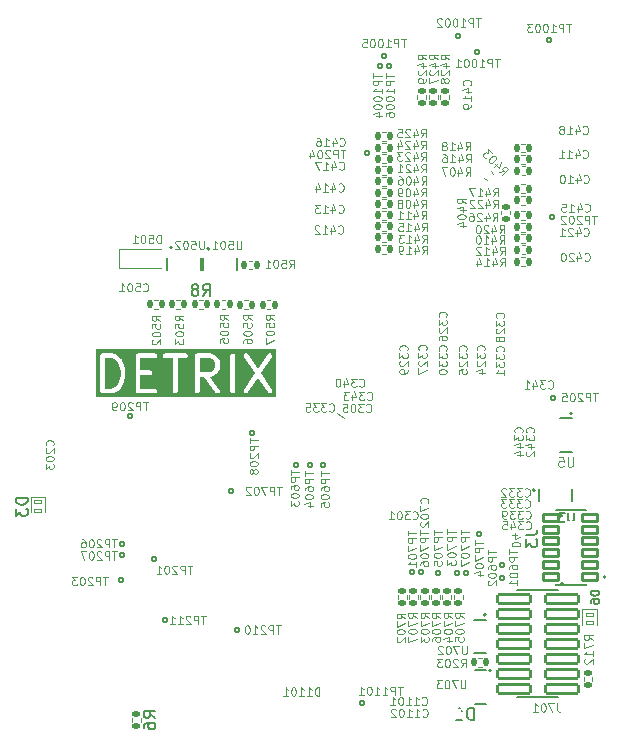
<source format=gbr>
%TF.GenerationSoftware,KiCad,Pcbnew,9.0.7*%
%TF.CreationDate,2026-01-26T18:53:02-07:00*%
%TF.ProjectId,MPU_MOD,4d50555f-4d4f-4442-9e6b-696361645f70,rev?*%
%TF.SameCoordinates,Original*%
%TF.FileFunction,Legend,Bot*%
%TF.FilePolarity,Positive*%
%FSLAX46Y46*%
G04 Gerber Fmt 4.6, Leading zero omitted, Abs format (unit mm)*
G04 Created by KiCad (PCBNEW 9.0.7) date 2026-01-26 18:53:02*
%MOMM*%
%LPD*%
G01*
G04 APERTURE LIST*
G04 Aperture macros list*
%AMRoundRect*
0 Rectangle with rounded corners*
0 $1 Rounding radius*
0 $2 $3 $4 $5 $6 $7 $8 $9 X,Y pos of 4 corners*
0 Add a 4 corners polygon primitive as box body*
4,1,4,$2,$3,$4,$5,$6,$7,$8,$9,$2,$3,0*
0 Add four circle primitives for the rounded corners*
1,1,$1+$1,$2,$3*
1,1,$1+$1,$4,$5*
1,1,$1+$1,$6,$7*
1,1,$1+$1,$8,$9*
0 Add four rect primitives between the rounded corners*
20,1,$1+$1,$2,$3,$4,$5,0*
20,1,$1+$1,$4,$5,$6,$7,0*
20,1,$1+$1,$6,$7,$8,$9,0*
20,1,$1+$1,$8,$9,$2,$3,0*%
G04 Aperture macros list end*
%ADD10C,0.400000*%
%ADD11C,0.100000*%
%ADD12C,0.150000*%
%ADD13C,0.200000*%
%ADD14C,0.120000*%
%ADD15C,0.127000*%
%ADD16C,0.010000*%
%ADD17R,0.510000X0.560000*%
%ADD18R,0.560000X0.510000*%
%ADD19R,0.406400X0.838200*%
%ADD20C,1.020000*%
%ADD21RoundRect,0.102000X-1.395000X0.370000X-1.395000X-0.370000X1.395000X-0.370000X1.395000X0.370000X0*%
%ADD22RoundRect,0.135000X-0.185000X0.135000X-0.185000X-0.135000X0.185000X-0.135000X0.185000X0.135000X0*%
%ADD23RoundRect,0.135000X0.185000X-0.135000X0.185000X0.135000X-0.185000X0.135000X-0.185000X-0.135000X0*%
%ADD24RoundRect,0.075000X0.175000X0.175000X-0.175000X0.175000X-0.175000X-0.175000X0.175000X-0.175000X0*%
%ADD25C,0.800000*%
%ADD26C,5.400000*%
%ADD27RoundRect,0.135000X-0.135000X-0.185000X0.135000X-0.185000X0.135000X0.185000X-0.135000X0.185000X0*%
%ADD28RoundRect,0.135000X0.135000X0.185000X-0.135000X0.185000X-0.135000X-0.185000X0.135000X-0.185000X0*%
%ADD29RoundRect,0.075000X0.175000X-0.175000X0.175000X0.175000X-0.175000X0.175000X-0.175000X-0.175000X0*%
%ADD30R,0.800000X0.800000*%
%ADD31R,2.000000X1.100000*%
%ADD32RoundRect,0.135000X0.226274X0.035355X0.035355X0.226274X-0.226274X-0.035355X-0.035355X-0.226274X0*%
%ADD33RoundRect,0.075000X-0.175000X0.175000X-0.175000X-0.175000X0.175000X-0.175000X0.175000X0.175000X0*%
%ADD34RoundRect,0.075000X-0.175000X-0.175000X0.175000X-0.175000X0.175000X0.175000X-0.175000X0.175000X0*%
%ADD35RoundRect,0.050000X-0.300000X0.150000X-0.300000X-0.150000X0.300000X-0.150000X0.300000X0.150000X0*%
%ADD36R,0.838200X0.406400*%
%ADD37C,0.650000*%
%ADD38RoundRect,0.102000X-0.650000X0.300000X-0.650000X-0.300000X0.650000X-0.300000X0.650000X0.300000X0*%
G04 APERTURE END LIST*
D10*
G36*
X68692263Y-90569721D02*
G01*
X68921643Y-90799099D01*
X69040165Y-91036144D01*
X69171728Y-91562393D01*
X69171728Y-91941719D01*
X69040165Y-92467968D01*
X68921643Y-92705014D01*
X68692264Y-92934392D01*
X68339271Y-93052057D01*
X67857442Y-93052057D01*
X67857442Y-90452057D01*
X68339271Y-90452057D01*
X68692263Y-90569721D01*
G37*
G36*
X76967543Y-90559285D02*
G01*
X77064500Y-90656243D01*
X77171728Y-90870698D01*
X77171728Y-91204844D01*
X77064500Y-91419298D01*
X76967543Y-91516256D01*
X76753085Y-91623485D01*
X75857442Y-91623485D01*
X75857442Y-90452057D01*
X76753085Y-90452057D01*
X76967543Y-90559285D01*
G37*
G36*
X82333632Y-93785390D02*
G01*
X67124109Y-93785390D01*
X67124109Y-90252057D01*
X67457442Y-90252057D01*
X67457442Y-93252057D01*
X67461285Y-93291075D01*
X67491148Y-93363171D01*
X67546328Y-93418351D01*
X67618424Y-93448214D01*
X67657442Y-93452057D01*
X68371728Y-93452057D01*
X68391477Y-93450111D01*
X68396743Y-93450486D01*
X68403671Y-93448910D01*
X68410746Y-93448214D01*
X68415624Y-93446193D01*
X68434974Y-93441794D01*
X68863544Y-93298937D01*
X68899345Y-93282952D01*
X68904772Y-93278244D01*
X68911413Y-93275494D01*
X68941720Y-93250621D01*
X69227435Y-92964906D01*
X69240021Y-92949569D01*
X69244013Y-92946108D01*
X69247800Y-92940091D01*
X69252308Y-92934599D01*
X69254329Y-92929719D01*
X69264899Y-92912928D01*
X69407756Y-92627214D01*
X69408848Y-92624358D01*
X69409708Y-92623199D01*
X69415558Y-92606824D01*
X69421769Y-92590596D01*
X69421871Y-92589157D01*
X69422900Y-92586278D01*
X69565756Y-92014850D01*
X69566756Y-92008084D01*
X69567885Y-92005360D01*
X69569332Y-91990658D01*
X69571491Y-91976064D01*
X69571057Y-91973150D01*
X69571728Y-91966342D01*
X69571728Y-91537771D01*
X69571057Y-91530962D01*
X69571491Y-91528049D01*
X69569332Y-91513454D01*
X69567885Y-91498753D01*
X69566756Y-91496028D01*
X69565756Y-91489263D01*
X69422900Y-90917835D01*
X69421871Y-90914955D01*
X69421769Y-90913517D01*
X69415558Y-90897288D01*
X69409708Y-90880914D01*
X69408848Y-90879754D01*
X69407756Y-90876899D01*
X69264899Y-90591185D01*
X69254327Y-90574391D01*
X69252307Y-90569513D01*
X69247800Y-90564021D01*
X69244013Y-90558005D01*
X69240022Y-90554544D01*
X69227435Y-90539206D01*
X68941720Y-90253492D01*
X68939971Y-90252057D01*
X70457442Y-90252057D01*
X70457442Y-93252057D01*
X70461285Y-93291075D01*
X70491148Y-93363171D01*
X70546328Y-93418351D01*
X70618424Y-93448214D01*
X70657442Y-93452057D01*
X72086014Y-93452057D01*
X72125032Y-93448214D01*
X72197128Y-93418351D01*
X72252308Y-93363171D01*
X72282171Y-93291075D01*
X72282171Y-93213039D01*
X72252308Y-93140943D01*
X72197128Y-93085763D01*
X72125032Y-93055900D01*
X72086014Y-93052057D01*
X70857442Y-93052057D01*
X70857442Y-91880628D01*
X71657442Y-91880628D01*
X71696460Y-91876785D01*
X71768556Y-91846922D01*
X71823736Y-91791742D01*
X71853599Y-91719646D01*
X71853599Y-91641610D01*
X71823736Y-91569514D01*
X71768556Y-91514334D01*
X71696460Y-91484471D01*
X71657442Y-91480628D01*
X70857442Y-91480628D01*
X70857442Y-90452057D01*
X72086014Y-90452057D01*
X72125032Y-90448214D01*
X72197128Y-90418351D01*
X72252308Y-90363171D01*
X72282171Y-90291075D01*
X72282171Y-90213039D01*
X72747000Y-90213039D01*
X72747000Y-90291075D01*
X72776863Y-90363171D01*
X72832043Y-90418351D01*
X72904139Y-90448214D01*
X72943157Y-90452057D01*
X73600300Y-90452057D01*
X73600300Y-93252057D01*
X73604143Y-93291075D01*
X73634006Y-93363171D01*
X73689186Y-93418351D01*
X73761282Y-93448214D01*
X73839318Y-93448214D01*
X73911414Y-93418351D01*
X73966594Y-93363171D01*
X73996457Y-93291075D01*
X74000300Y-93252057D01*
X74000300Y-90452057D01*
X74657443Y-90452057D01*
X74696461Y-90448214D01*
X74768557Y-90418351D01*
X74823737Y-90363171D01*
X74853600Y-90291075D01*
X74853600Y-90252057D01*
X75457442Y-90252057D01*
X75457442Y-93252057D01*
X75461285Y-93291075D01*
X75491148Y-93363171D01*
X75546328Y-93418351D01*
X75618424Y-93448214D01*
X75696460Y-93448214D01*
X75768556Y-93418351D01*
X75823736Y-93363171D01*
X75853599Y-93291075D01*
X75857442Y-93252057D01*
X75857442Y-92023485D01*
X76267598Y-92023485D01*
X77207882Y-93366749D01*
X77233405Y-93396510D01*
X77299214Y-93438448D01*
X77376063Y-93452010D01*
X77452252Y-93435130D01*
X77516181Y-93390380D01*
X77558119Y-93324571D01*
X77571681Y-93247722D01*
X77554801Y-93171533D01*
X77535574Y-93137364D01*
X76755858Y-92023485D01*
X76800299Y-92023485D01*
X76839317Y-92019642D01*
X76845954Y-92016892D01*
X76853124Y-92016383D01*
X76889741Y-92002371D01*
X77175457Y-91859513D01*
X77192248Y-91848943D01*
X77197128Y-91846922D01*
X77202620Y-91842414D01*
X77208637Y-91838627D01*
X77212098Y-91834635D01*
X77227435Y-91822049D01*
X77370292Y-91679193D01*
X77382879Y-91663854D01*
X77386870Y-91660394D01*
X77390656Y-91654378D01*
X77395165Y-91648885D01*
X77397186Y-91644005D01*
X77407756Y-91627214D01*
X77550613Y-91341500D01*
X77564626Y-91304882D01*
X77565135Y-91297712D01*
X77567885Y-91291075D01*
X77571728Y-91252057D01*
X77571728Y-90823485D01*
X77567885Y-90784467D01*
X77565135Y-90777829D01*
X77564626Y-90770660D01*
X77550613Y-90734042D01*
X77407756Y-90448328D01*
X77397186Y-90431536D01*
X77395165Y-90426657D01*
X77390656Y-90421163D01*
X77386870Y-90415148D01*
X77382879Y-90411687D01*
X77370292Y-90396349D01*
X77227435Y-90253493D01*
X77225685Y-90252057D01*
X78457442Y-90252057D01*
X78457442Y-93252057D01*
X78461285Y-93291075D01*
X78491148Y-93363171D01*
X78546328Y-93418351D01*
X78618424Y-93448214D01*
X78696460Y-93448214D01*
X78768556Y-93418351D01*
X78823736Y-93363171D01*
X78853599Y-93291075D01*
X78857442Y-93252057D01*
X78857442Y-90252057D01*
X78857421Y-90251848D01*
X79600299Y-90251848D01*
X79615443Y-90328400D01*
X79633889Y-90362997D01*
X80559929Y-91752057D01*
X79633889Y-93141117D01*
X79615443Y-93175714D01*
X79600299Y-93252266D01*
X79615603Y-93328787D01*
X79659026Y-93393626D01*
X79723956Y-93436913D01*
X79800508Y-93452057D01*
X79877029Y-93436753D01*
X79941868Y-93393330D01*
X79966709Y-93362997D01*
X80800299Y-92112612D01*
X81633889Y-93362997D01*
X81658730Y-93393330D01*
X81723569Y-93436753D01*
X81800090Y-93452057D01*
X81876642Y-93436913D01*
X81941572Y-93393626D01*
X81984995Y-93328787D01*
X82000299Y-93252266D01*
X81985155Y-93175713D01*
X81966709Y-93141117D01*
X81040669Y-91752057D01*
X81966709Y-90362997D01*
X81985155Y-90328401D01*
X82000299Y-90251848D01*
X81984995Y-90175327D01*
X81941572Y-90110488D01*
X81876642Y-90067201D01*
X81800090Y-90052057D01*
X81723569Y-90067361D01*
X81658730Y-90110784D01*
X81633889Y-90141117D01*
X80800299Y-91391502D01*
X79966709Y-90141117D01*
X79941868Y-90110784D01*
X79877029Y-90067361D01*
X79800508Y-90052057D01*
X79723956Y-90067201D01*
X79659026Y-90110488D01*
X79615603Y-90175327D01*
X79600299Y-90251848D01*
X78857421Y-90251848D01*
X78853599Y-90213039D01*
X78823736Y-90140943D01*
X78768556Y-90085763D01*
X78696460Y-90055900D01*
X78618424Y-90055900D01*
X78546328Y-90085763D01*
X78491148Y-90140943D01*
X78461285Y-90213039D01*
X78457442Y-90252057D01*
X77225685Y-90252057D01*
X77212098Y-90240906D01*
X77208637Y-90236915D01*
X77202620Y-90233127D01*
X77197128Y-90228620D01*
X77192248Y-90226598D01*
X77175457Y-90216029D01*
X76889741Y-90073171D01*
X76853124Y-90059159D01*
X76845954Y-90058649D01*
X76839317Y-90055900D01*
X76800299Y-90052057D01*
X75657442Y-90052057D01*
X75618424Y-90055900D01*
X75546328Y-90085763D01*
X75491148Y-90140943D01*
X75461285Y-90213039D01*
X75457442Y-90252057D01*
X74853600Y-90252057D01*
X74853600Y-90213039D01*
X74823737Y-90140943D01*
X74768557Y-90085763D01*
X74696461Y-90055900D01*
X74657443Y-90052057D01*
X72943157Y-90052057D01*
X72904139Y-90055900D01*
X72832043Y-90085763D01*
X72776863Y-90140943D01*
X72747000Y-90213039D01*
X72282171Y-90213039D01*
X72252308Y-90140943D01*
X72197128Y-90085763D01*
X72125032Y-90055900D01*
X72086014Y-90052057D01*
X70657442Y-90052057D01*
X70618424Y-90055900D01*
X70546328Y-90085763D01*
X70491148Y-90140943D01*
X70461285Y-90213039D01*
X70457442Y-90252057D01*
X68939971Y-90252057D01*
X68911413Y-90228620D01*
X68904772Y-90225869D01*
X68899345Y-90221162D01*
X68863544Y-90205177D01*
X68434974Y-90062320D01*
X68415624Y-90057920D01*
X68410746Y-90055900D01*
X68403671Y-90055203D01*
X68396743Y-90053628D01*
X68391477Y-90054002D01*
X68371728Y-90052057D01*
X67657442Y-90052057D01*
X67618424Y-90055900D01*
X67546328Y-90085763D01*
X67491148Y-90140943D01*
X67461285Y-90213039D01*
X67457442Y-90252057D01*
X67124109Y-90252057D01*
X67124109Y-89718724D01*
X82333632Y-89718724D01*
X82333632Y-93785390D01*
G37*
D11*
X87475000Y-95100000D02*
X88100000Y-95500000D01*
X103458333Y-104001966D02*
X103491666Y-104035300D01*
X103491666Y-104035300D02*
X103591666Y-104068633D01*
X103591666Y-104068633D02*
X103658333Y-104068633D01*
X103658333Y-104068633D02*
X103758333Y-104035300D01*
X103758333Y-104035300D02*
X103825000Y-103968633D01*
X103825000Y-103968633D02*
X103858333Y-103901966D01*
X103858333Y-103901966D02*
X103891666Y-103768633D01*
X103891666Y-103768633D02*
X103891666Y-103668633D01*
X103891666Y-103668633D02*
X103858333Y-103535300D01*
X103858333Y-103535300D02*
X103825000Y-103468633D01*
X103825000Y-103468633D02*
X103758333Y-103401966D01*
X103758333Y-103401966D02*
X103658333Y-103368633D01*
X103658333Y-103368633D02*
X103591666Y-103368633D01*
X103591666Y-103368633D02*
X103491666Y-103401966D01*
X103491666Y-103401966D02*
X103458333Y-103435300D01*
X103225000Y-103368633D02*
X102791666Y-103368633D01*
X102791666Y-103368633D02*
X103025000Y-103635300D01*
X103025000Y-103635300D02*
X102925000Y-103635300D01*
X102925000Y-103635300D02*
X102858333Y-103668633D01*
X102858333Y-103668633D02*
X102825000Y-103701966D01*
X102825000Y-103701966D02*
X102791666Y-103768633D01*
X102791666Y-103768633D02*
X102791666Y-103935300D01*
X102791666Y-103935300D02*
X102825000Y-104001966D01*
X102825000Y-104001966D02*
X102858333Y-104035300D01*
X102858333Y-104035300D02*
X102925000Y-104068633D01*
X102925000Y-104068633D02*
X103125000Y-104068633D01*
X103125000Y-104068633D02*
X103191666Y-104035300D01*
X103191666Y-104035300D02*
X103225000Y-104001966D01*
X102558333Y-103368633D02*
X102124999Y-103368633D01*
X102124999Y-103368633D02*
X102358333Y-103635300D01*
X102358333Y-103635300D02*
X102258333Y-103635300D01*
X102258333Y-103635300D02*
X102191666Y-103668633D01*
X102191666Y-103668633D02*
X102158333Y-103701966D01*
X102158333Y-103701966D02*
X102124999Y-103768633D01*
X102124999Y-103768633D02*
X102124999Y-103935300D01*
X102124999Y-103935300D02*
X102158333Y-104001966D01*
X102158333Y-104001966D02*
X102191666Y-104035300D01*
X102191666Y-104035300D02*
X102258333Y-104068633D01*
X102258333Y-104068633D02*
X102458333Y-104068633D01*
X102458333Y-104068633D02*
X102524999Y-104035300D01*
X102524999Y-104035300D02*
X102558333Y-104001966D01*
X101791666Y-104068633D02*
X101658332Y-104068633D01*
X101658332Y-104068633D02*
X101591666Y-104035300D01*
X101591666Y-104035300D02*
X101558332Y-104001966D01*
X101558332Y-104001966D02*
X101491666Y-103901966D01*
X101491666Y-103901966D02*
X101458332Y-103768633D01*
X101458332Y-103768633D02*
X101458332Y-103501966D01*
X101458332Y-103501966D02*
X101491666Y-103435300D01*
X101491666Y-103435300D02*
X101524999Y-103401966D01*
X101524999Y-103401966D02*
X101591666Y-103368633D01*
X101591666Y-103368633D02*
X101724999Y-103368633D01*
X101724999Y-103368633D02*
X101791666Y-103401966D01*
X101791666Y-103401966D02*
X101824999Y-103435300D01*
X101824999Y-103435300D02*
X101858332Y-103501966D01*
X101858332Y-103501966D02*
X101858332Y-103668633D01*
X101858332Y-103668633D02*
X101824999Y-103735300D01*
X101824999Y-103735300D02*
X101791666Y-103768633D01*
X101791666Y-103768633D02*
X101724999Y-103801966D01*
X101724999Y-103801966D02*
X101591666Y-103801966D01*
X101591666Y-103801966D02*
X101524999Y-103768633D01*
X101524999Y-103768633D02*
X101491666Y-103735300D01*
X101491666Y-103735300D02*
X101458332Y-103668633D01*
X89383333Y-92826966D02*
X89416666Y-92860300D01*
X89416666Y-92860300D02*
X89516666Y-92893633D01*
X89516666Y-92893633D02*
X89583333Y-92893633D01*
X89583333Y-92893633D02*
X89683333Y-92860300D01*
X89683333Y-92860300D02*
X89750000Y-92793633D01*
X89750000Y-92793633D02*
X89783333Y-92726966D01*
X89783333Y-92726966D02*
X89816666Y-92593633D01*
X89816666Y-92593633D02*
X89816666Y-92493633D01*
X89816666Y-92493633D02*
X89783333Y-92360300D01*
X89783333Y-92360300D02*
X89750000Y-92293633D01*
X89750000Y-92293633D02*
X89683333Y-92226966D01*
X89683333Y-92226966D02*
X89583333Y-92193633D01*
X89583333Y-92193633D02*
X89516666Y-92193633D01*
X89516666Y-92193633D02*
X89416666Y-92226966D01*
X89416666Y-92226966D02*
X89383333Y-92260300D01*
X89150000Y-92193633D02*
X88716666Y-92193633D01*
X88716666Y-92193633D02*
X88950000Y-92460300D01*
X88950000Y-92460300D02*
X88850000Y-92460300D01*
X88850000Y-92460300D02*
X88783333Y-92493633D01*
X88783333Y-92493633D02*
X88750000Y-92526966D01*
X88750000Y-92526966D02*
X88716666Y-92593633D01*
X88716666Y-92593633D02*
X88716666Y-92760300D01*
X88716666Y-92760300D02*
X88750000Y-92826966D01*
X88750000Y-92826966D02*
X88783333Y-92860300D01*
X88783333Y-92860300D02*
X88850000Y-92893633D01*
X88850000Y-92893633D02*
X89050000Y-92893633D01*
X89050000Y-92893633D02*
X89116666Y-92860300D01*
X89116666Y-92860300D02*
X89150000Y-92826966D01*
X88116666Y-92426966D02*
X88116666Y-92893633D01*
X88283333Y-92160300D02*
X88449999Y-92660300D01*
X88449999Y-92660300D02*
X88016666Y-92660300D01*
X87616666Y-92193633D02*
X87549999Y-92193633D01*
X87549999Y-92193633D02*
X87483332Y-92226966D01*
X87483332Y-92226966D02*
X87449999Y-92260300D01*
X87449999Y-92260300D02*
X87416666Y-92326966D01*
X87416666Y-92326966D02*
X87383332Y-92460300D01*
X87383332Y-92460300D02*
X87383332Y-92626966D01*
X87383332Y-92626966D02*
X87416666Y-92760300D01*
X87416666Y-92760300D02*
X87449999Y-92826966D01*
X87449999Y-92826966D02*
X87483332Y-92860300D01*
X87483332Y-92860300D02*
X87549999Y-92893633D01*
X87549999Y-92893633D02*
X87616666Y-92893633D01*
X87616666Y-92893633D02*
X87683332Y-92860300D01*
X87683332Y-92860300D02*
X87716666Y-92826966D01*
X87716666Y-92826966D02*
X87749999Y-92760300D01*
X87749999Y-92760300D02*
X87783332Y-92626966D01*
X87783332Y-92626966D02*
X87783332Y-92460300D01*
X87783332Y-92460300D02*
X87749999Y-92326966D01*
X87749999Y-92326966D02*
X87716666Y-92260300D01*
X87716666Y-92260300D02*
X87683332Y-92226966D01*
X87683332Y-92226966D02*
X87616666Y-92193633D01*
X104111966Y-96756666D02*
X104145300Y-96723333D01*
X104145300Y-96723333D02*
X104178633Y-96623333D01*
X104178633Y-96623333D02*
X104178633Y-96556666D01*
X104178633Y-96556666D02*
X104145300Y-96456666D01*
X104145300Y-96456666D02*
X104078633Y-96390000D01*
X104078633Y-96390000D02*
X104011966Y-96356666D01*
X104011966Y-96356666D02*
X103878633Y-96323333D01*
X103878633Y-96323333D02*
X103778633Y-96323333D01*
X103778633Y-96323333D02*
X103645300Y-96356666D01*
X103645300Y-96356666D02*
X103578633Y-96390000D01*
X103578633Y-96390000D02*
X103511966Y-96456666D01*
X103511966Y-96456666D02*
X103478633Y-96556666D01*
X103478633Y-96556666D02*
X103478633Y-96623333D01*
X103478633Y-96623333D02*
X103511966Y-96723333D01*
X103511966Y-96723333D02*
X103545300Y-96756666D01*
X103478633Y-96990000D02*
X103478633Y-97423333D01*
X103478633Y-97423333D02*
X103745300Y-97190000D01*
X103745300Y-97190000D02*
X103745300Y-97290000D01*
X103745300Y-97290000D02*
X103778633Y-97356666D01*
X103778633Y-97356666D02*
X103811966Y-97390000D01*
X103811966Y-97390000D02*
X103878633Y-97423333D01*
X103878633Y-97423333D02*
X104045300Y-97423333D01*
X104045300Y-97423333D02*
X104111966Y-97390000D01*
X104111966Y-97390000D02*
X104145300Y-97356666D01*
X104145300Y-97356666D02*
X104178633Y-97290000D01*
X104178633Y-97290000D02*
X104178633Y-97090000D01*
X104178633Y-97090000D02*
X104145300Y-97023333D01*
X104145300Y-97023333D02*
X104111966Y-96990000D01*
X103711966Y-98023333D02*
X104178633Y-98023333D01*
X103445300Y-97856667D02*
X103945300Y-97690000D01*
X103945300Y-97690000D02*
X103945300Y-98123333D01*
X103545300Y-98356667D02*
X103511966Y-98390000D01*
X103511966Y-98390000D02*
X103478633Y-98456667D01*
X103478633Y-98456667D02*
X103478633Y-98623334D01*
X103478633Y-98623334D02*
X103511966Y-98690000D01*
X103511966Y-98690000D02*
X103545300Y-98723334D01*
X103545300Y-98723334D02*
X103611966Y-98756667D01*
X103611966Y-98756667D02*
X103678633Y-98756667D01*
X103678633Y-98756667D02*
X103778633Y-98723334D01*
X103778633Y-98723334D02*
X104178633Y-98323334D01*
X104178633Y-98323334D02*
X104178633Y-98756667D01*
X90058333Y-93951966D02*
X90091666Y-93985300D01*
X90091666Y-93985300D02*
X90191666Y-94018633D01*
X90191666Y-94018633D02*
X90258333Y-94018633D01*
X90258333Y-94018633D02*
X90358333Y-93985300D01*
X90358333Y-93985300D02*
X90425000Y-93918633D01*
X90425000Y-93918633D02*
X90458333Y-93851966D01*
X90458333Y-93851966D02*
X90491666Y-93718633D01*
X90491666Y-93718633D02*
X90491666Y-93618633D01*
X90491666Y-93618633D02*
X90458333Y-93485300D01*
X90458333Y-93485300D02*
X90425000Y-93418633D01*
X90425000Y-93418633D02*
X90358333Y-93351966D01*
X90358333Y-93351966D02*
X90258333Y-93318633D01*
X90258333Y-93318633D02*
X90191666Y-93318633D01*
X90191666Y-93318633D02*
X90091666Y-93351966D01*
X90091666Y-93351966D02*
X90058333Y-93385300D01*
X89825000Y-93318633D02*
X89391666Y-93318633D01*
X89391666Y-93318633D02*
X89625000Y-93585300D01*
X89625000Y-93585300D02*
X89525000Y-93585300D01*
X89525000Y-93585300D02*
X89458333Y-93618633D01*
X89458333Y-93618633D02*
X89425000Y-93651966D01*
X89425000Y-93651966D02*
X89391666Y-93718633D01*
X89391666Y-93718633D02*
X89391666Y-93885300D01*
X89391666Y-93885300D02*
X89425000Y-93951966D01*
X89425000Y-93951966D02*
X89458333Y-93985300D01*
X89458333Y-93985300D02*
X89525000Y-94018633D01*
X89525000Y-94018633D02*
X89725000Y-94018633D01*
X89725000Y-94018633D02*
X89791666Y-93985300D01*
X89791666Y-93985300D02*
X89825000Y-93951966D01*
X88791666Y-93551966D02*
X88791666Y-94018633D01*
X88958333Y-93285300D02*
X89124999Y-93785300D01*
X89124999Y-93785300D02*
X88691666Y-93785300D01*
X88491666Y-93318633D02*
X88058332Y-93318633D01*
X88058332Y-93318633D02*
X88291666Y-93585300D01*
X88291666Y-93585300D02*
X88191666Y-93585300D01*
X88191666Y-93585300D02*
X88124999Y-93618633D01*
X88124999Y-93618633D02*
X88091666Y-93651966D01*
X88091666Y-93651966D02*
X88058332Y-93718633D01*
X88058332Y-93718633D02*
X88058332Y-93885300D01*
X88058332Y-93885300D02*
X88091666Y-93951966D01*
X88091666Y-93951966D02*
X88124999Y-93985300D01*
X88124999Y-93985300D02*
X88191666Y-94018633D01*
X88191666Y-94018633D02*
X88391666Y-94018633D01*
X88391666Y-94018633D02*
X88458332Y-93985300D01*
X88458332Y-93985300D02*
X88491666Y-93951966D01*
X103151966Y-96736666D02*
X103185300Y-96703333D01*
X103185300Y-96703333D02*
X103218633Y-96603333D01*
X103218633Y-96603333D02*
X103218633Y-96536666D01*
X103218633Y-96536666D02*
X103185300Y-96436666D01*
X103185300Y-96436666D02*
X103118633Y-96370000D01*
X103118633Y-96370000D02*
X103051966Y-96336666D01*
X103051966Y-96336666D02*
X102918633Y-96303333D01*
X102918633Y-96303333D02*
X102818633Y-96303333D01*
X102818633Y-96303333D02*
X102685300Y-96336666D01*
X102685300Y-96336666D02*
X102618633Y-96370000D01*
X102618633Y-96370000D02*
X102551966Y-96436666D01*
X102551966Y-96436666D02*
X102518633Y-96536666D01*
X102518633Y-96536666D02*
X102518633Y-96603333D01*
X102518633Y-96603333D02*
X102551966Y-96703333D01*
X102551966Y-96703333D02*
X102585300Y-96736666D01*
X102518633Y-96970000D02*
X102518633Y-97403333D01*
X102518633Y-97403333D02*
X102785300Y-97170000D01*
X102785300Y-97170000D02*
X102785300Y-97270000D01*
X102785300Y-97270000D02*
X102818633Y-97336666D01*
X102818633Y-97336666D02*
X102851966Y-97370000D01*
X102851966Y-97370000D02*
X102918633Y-97403333D01*
X102918633Y-97403333D02*
X103085300Y-97403333D01*
X103085300Y-97403333D02*
X103151966Y-97370000D01*
X103151966Y-97370000D02*
X103185300Y-97336666D01*
X103185300Y-97336666D02*
X103218633Y-97270000D01*
X103218633Y-97270000D02*
X103218633Y-97070000D01*
X103218633Y-97070000D02*
X103185300Y-97003333D01*
X103185300Y-97003333D02*
X103151966Y-96970000D01*
X102751966Y-98003333D02*
X103218633Y-98003333D01*
X102485300Y-97836667D02*
X102985300Y-97670000D01*
X102985300Y-97670000D02*
X102985300Y-98103333D01*
X102751966Y-98670000D02*
X103218633Y-98670000D01*
X102485300Y-98503334D02*
X102985300Y-98336667D01*
X102985300Y-98336667D02*
X102985300Y-98770000D01*
X103508333Y-104901966D02*
X103541666Y-104935300D01*
X103541666Y-104935300D02*
X103641666Y-104968633D01*
X103641666Y-104968633D02*
X103708333Y-104968633D01*
X103708333Y-104968633D02*
X103808333Y-104935300D01*
X103808333Y-104935300D02*
X103875000Y-104868633D01*
X103875000Y-104868633D02*
X103908333Y-104801966D01*
X103908333Y-104801966D02*
X103941666Y-104668633D01*
X103941666Y-104668633D02*
X103941666Y-104568633D01*
X103941666Y-104568633D02*
X103908333Y-104435300D01*
X103908333Y-104435300D02*
X103875000Y-104368633D01*
X103875000Y-104368633D02*
X103808333Y-104301966D01*
X103808333Y-104301966D02*
X103708333Y-104268633D01*
X103708333Y-104268633D02*
X103641666Y-104268633D01*
X103641666Y-104268633D02*
X103541666Y-104301966D01*
X103541666Y-104301966D02*
X103508333Y-104335300D01*
X103275000Y-104268633D02*
X102841666Y-104268633D01*
X102841666Y-104268633D02*
X103075000Y-104535300D01*
X103075000Y-104535300D02*
X102975000Y-104535300D01*
X102975000Y-104535300D02*
X102908333Y-104568633D01*
X102908333Y-104568633D02*
X102875000Y-104601966D01*
X102875000Y-104601966D02*
X102841666Y-104668633D01*
X102841666Y-104668633D02*
X102841666Y-104835300D01*
X102841666Y-104835300D02*
X102875000Y-104901966D01*
X102875000Y-104901966D02*
X102908333Y-104935300D01*
X102908333Y-104935300D02*
X102975000Y-104968633D01*
X102975000Y-104968633D02*
X103175000Y-104968633D01*
X103175000Y-104968633D02*
X103241666Y-104935300D01*
X103241666Y-104935300D02*
X103275000Y-104901966D01*
X102241666Y-104501966D02*
X102241666Y-104968633D01*
X102408333Y-104235300D02*
X102574999Y-104735300D01*
X102574999Y-104735300D02*
X102141666Y-104735300D01*
X101541666Y-104268633D02*
X101874999Y-104268633D01*
X101874999Y-104268633D02*
X101908332Y-104601966D01*
X101908332Y-104601966D02*
X101874999Y-104568633D01*
X101874999Y-104568633D02*
X101808332Y-104535300D01*
X101808332Y-104535300D02*
X101641666Y-104535300D01*
X101641666Y-104535300D02*
X101574999Y-104568633D01*
X101574999Y-104568633D02*
X101541666Y-104601966D01*
X101541666Y-104601966D02*
X101508332Y-104668633D01*
X101508332Y-104668633D02*
X101508332Y-104835300D01*
X101508332Y-104835300D02*
X101541666Y-104901966D01*
X101541666Y-104901966D02*
X101574999Y-104935300D01*
X101574999Y-104935300D02*
X101641666Y-104968633D01*
X101641666Y-104968633D02*
X101808332Y-104968633D01*
X101808332Y-104968633D02*
X101874999Y-104935300D01*
X101874999Y-104935300D02*
X101908332Y-104901966D01*
X108383333Y-75576966D02*
X108416666Y-75610300D01*
X108416666Y-75610300D02*
X108516666Y-75643633D01*
X108516666Y-75643633D02*
X108583333Y-75643633D01*
X108583333Y-75643633D02*
X108683333Y-75610300D01*
X108683333Y-75610300D02*
X108750000Y-75543633D01*
X108750000Y-75543633D02*
X108783333Y-75476966D01*
X108783333Y-75476966D02*
X108816666Y-75343633D01*
X108816666Y-75343633D02*
X108816666Y-75243633D01*
X108816666Y-75243633D02*
X108783333Y-75110300D01*
X108783333Y-75110300D02*
X108750000Y-75043633D01*
X108750000Y-75043633D02*
X108683333Y-74976966D01*
X108683333Y-74976966D02*
X108583333Y-74943633D01*
X108583333Y-74943633D02*
X108516666Y-74943633D01*
X108516666Y-74943633D02*
X108416666Y-74976966D01*
X108416666Y-74976966D02*
X108383333Y-75010300D01*
X107783333Y-75176966D02*
X107783333Y-75643633D01*
X107950000Y-74910300D02*
X108116666Y-75410300D01*
X108116666Y-75410300D02*
X107683333Y-75410300D01*
X107049999Y-75643633D02*
X107449999Y-75643633D01*
X107249999Y-75643633D02*
X107249999Y-74943633D01*
X107249999Y-74943633D02*
X107316666Y-75043633D01*
X107316666Y-75043633D02*
X107383333Y-75110300D01*
X107383333Y-75110300D02*
X107449999Y-75143633D01*
X106616666Y-74943633D02*
X106549999Y-74943633D01*
X106549999Y-74943633D02*
X106483332Y-74976966D01*
X106483332Y-74976966D02*
X106449999Y-75010300D01*
X106449999Y-75010300D02*
X106416666Y-75076966D01*
X106416666Y-75076966D02*
X106383332Y-75210300D01*
X106383332Y-75210300D02*
X106383332Y-75376966D01*
X106383332Y-75376966D02*
X106416666Y-75510300D01*
X106416666Y-75510300D02*
X106449999Y-75576966D01*
X106449999Y-75576966D02*
X106483332Y-75610300D01*
X106483332Y-75610300D02*
X106549999Y-75643633D01*
X106549999Y-75643633D02*
X106616666Y-75643633D01*
X106616666Y-75643633D02*
X106683332Y-75610300D01*
X106683332Y-75610300D02*
X106716666Y-75576966D01*
X106716666Y-75576966D02*
X106749999Y-75510300D01*
X106749999Y-75510300D02*
X106783332Y-75376966D01*
X106783332Y-75376966D02*
X106783332Y-75210300D01*
X106783332Y-75210300D02*
X106749999Y-75076966D01*
X106749999Y-75076966D02*
X106716666Y-75010300D01*
X106716666Y-75010300D02*
X106683332Y-74976966D01*
X106683332Y-74976966D02*
X106616666Y-74943633D01*
X108308333Y-73451966D02*
X108341666Y-73485300D01*
X108341666Y-73485300D02*
X108441666Y-73518633D01*
X108441666Y-73518633D02*
X108508333Y-73518633D01*
X108508333Y-73518633D02*
X108608333Y-73485300D01*
X108608333Y-73485300D02*
X108675000Y-73418633D01*
X108675000Y-73418633D02*
X108708333Y-73351966D01*
X108708333Y-73351966D02*
X108741666Y-73218633D01*
X108741666Y-73218633D02*
X108741666Y-73118633D01*
X108741666Y-73118633D02*
X108708333Y-72985300D01*
X108708333Y-72985300D02*
X108675000Y-72918633D01*
X108675000Y-72918633D02*
X108608333Y-72851966D01*
X108608333Y-72851966D02*
X108508333Y-72818633D01*
X108508333Y-72818633D02*
X108441666Y-72818633D01*
X108441666Y-72818633D02*
X108341666Y-72851966D01*
X108341666Y-72851966D02*
X108308333Y-72885300D01*
X107708333Y-73051966D02*
X107708333Y-73518633D01*
X107875000Y-72785300D02*
X108041666Y-73285300D01*
X108041666Y-73285300D02*
X107608333Y-73285300D01*
X106974999Y-73518633D02*
X107374999Y-73518633D01*
X107174999Y-73518633D02*
X107174999Y-72818633D01*
X107174999Y-72818633D02*
X107241666Y-72918633D01*
X107241666Y-72918633D02*
X107308333Y-72985300D01*
X107308333Y-72985300D02*
X107374999Y-73018633D01*
X106308332Y-73518633D02*
X106708332Y-73518633D01*
X106508332Y-73518633D02*
X106508332Y-72818633D01*
X106508332Y-72818633D02*
X106574999Y-72918633D01*
X106574999Y-72918633D02*
X106641666Y-72985300D01*
X106641666Y-72985300D02*
X106708332Y-73018633D01*
X87608333Y-79851966D02*
X87641666Y-79885300D01*
X87641666Y-79885300D02*
X87741666Y-79918633D01*
X87741666Y-79918633D02*
X87808333Y-79918633D01*
X87808333Y-79918633D02*
X87908333Y-79885300D01*
X87908333Y-79885300D02*
X87975000Y-79818633D01*
X87975000Y-79818633D02*
X88008333Y-79751966D01*
X88008333Y-79751966D02*
X88041666Y-79618633D01*
X88041666Y-79618633D02*
X88041666Y-79518633D01*
X88041666Y-79518633D02*
X88008333Y-79385300D01*
X88008333Y-79385300D02*
X87975000Y-79318633D01*
X87975000Y-79318633D02*
X87908333Y-79251966D01*
X87908333Y-79251966D02*
X87808333Y-79218633D01*
X87808333Y-79218633D02*
X87741666Y-79218633D01*
X87741666Y-79218633D02*
X87641666Y-79251966D01*
X87641666Y-79251966D02*
X87608333Y-79285300D01*
X87008333Y-79451966D02*
X87008333Y-79918633D01*
X87175000Y-79185300D02*
X87341666Y-79685300D01*
X87341666Y-79685300D02*
X86908333Y-79685300D01*
X86274999Y-79918633D02*
X86674999Y-79918633D01*
X86474999Y-79918633D02*
X86474999Y-79218633D01*
X86474999Y-79218633D02*
X86541666Y-79318633D01*
X86541666Y-79318633D02*
X86608333Y-79385300D01*
X86608333Y-79385300D02*
X86674999Y-79418633D01*
X86008332Y-79285300D02*
X85974999Y-79251966D01*
X85974999Y-79251966D02*
X85908332Y-79218633D01*
X85908332Y-79218633D02*
X85741666Y-79218633D01*
X85741666Y-79218633D02*
X85674999Y-79251966D01*
X85674999Y-79251966D02*
X85641666Y-79285300D01*
X85641666Y-79285300D02*
X85608332Y-79351966D01*
X85608332Y-79351966D02*
X85608332Y-79418633D01*
X85608332Y-79418633D02*
X85641666Y-79518633D01*
X85641666Y-79518633D02*
X86041666Y-79918633D01*
X86041666Y-79918633D02*
X85608332Y-79918633D01*
X87633333Y-78101966D02*
X87666666Y-78135300D01*
X87666666Y-78135300D02*
X87766666Y-78168633D01*
X87766666Y-78168633D02*
X87833333Y-78168633D01*
X87833333Y-78168633D02*
X87933333Y-78135300D01*
X87933333Y-78135300D02*
X88000000Y-78068633D01*
X88000000Y-78068633D02*
X88033333Y-78001966D01*
X88033333Y-78001966D02*
X88066666Y-77868633D01*
X88066666Y-77868633D02*
X88066666Y-77768633D01*
X88066666Y-77768633D02*
X88033333Y-77635300D01*
X88033333Y-77635300D02*
X88000000Y-77568633D01*
X88000000Y-77568633D02*
X87933333Y-77501966D01*
X87933333Y-77501966D02*
X87833333Y-77468633D01*
X87833333Y-77468633D02*
X87766666Y-77468633D01*
X87766666Y-77468633D02*
X87666666Y-77501966D01*
X87666666Y-77501966D02*
X87633333Y-77535300D01*
X87033333Y-77701966D02*
X87033333Y-78168633D01*
X87200000Y-77435300D02*
X87366666Y-77935300D01*
X87366666Y-77935300D02*
X86933333Y-77935300D01*
X86299999Y-78168633D02*
X86699999Y-78168633D01*
X86499999Y-78168633D02*
X86499999Y-77468633D01*
X86499999Y-77468633D02*
X86566666Y-77568633D01*
X86566666Y-77568633D02*
X86633333Y-77635300D01*
X86633333Y-77635300D02*
X86699999Y-77668633D01*
X86066666Y-77468633D02*
X85633332Y-77468633D01*
X85633332Y-77468633D02*
X85866666Y-77735300D01*
X85866666Y-77735300D02*
X85766666Y-77735300D01*
X85766666Y-77735300D02*
X85699999Y-77768633D01*
X85699999Y-77768633D02*
X85666666Y-77801966D01*
X85666666Y-77801966D02*
X85633332Y-77868633D01*
X85633332Y-77868633D02*
X85633332Y-78035300D01*
X85633332Y-78035300D02*
X85666666Y-78101966D01*
X85666666Y-78101966D02*
X85699999Y-78135300D01*
X85699999Y-78135300D02*
X85766666Y-78168633D01*
X85766666Y-78168633D02*
X85966666Y-78168633D01*
X85966666Y-78168633D02*
X86033332Y-78135300D01*
X86033332Y-78135300D02*
X86066666Y-78101966D01*
X87633333Y-76301966D02*
X87666666Y-76335300D01*
X87666666Y-76335300D02*
X87766666Y-76368633D01*
X87766666Y-76368633D02*
X87833333Y-76368633D01*
X87833333Y-76368633D02*
X87933333Y-76335300D01*
X87933333Y-76335300D02*
X88000000Y-76268633D01*
X88000000Y-76268633D02*
X88033333Y-76201966D01*
X88033333Y-76201966D02*
X88066666Y-76068633D01*
X88066666Y-76068633D02*
X88066666Y-75968633D01*
X88066666Y-75968633D02*
X88033333Y-75835300D01*
X88033333Y-75835300D02*
X88000000Y-75768633D01*
X88000000Y-75768633D02*
X87933333Y-75701966D01*
X87933333Y-75701966D02*
X87833333Y-75668633D01*
X87833333Y-75668633D02*
X87766666Y-75668633D01*
X87766666Y-75668633D02*
X87666666Y-75701966D01*
X87666666Y-75701966D02*
X87633333Y-75735300D01*
X87033333Y-75901966D02*
X87033333Y-76368633D01*
X87200000Y-75635300D02*
X87366666Y-76135300D01*
X87366666Y-76135300D02*
X86933333Y-76135300D01*
X86299999Y-76368633D02*
X86699999Y-76368633D01*
X86499999Y-76368633D02*
X86499999Y-75668633D01*
X86499999Y-75668633D02*
X86566666Y-75768633D01*
X86566666Y-75768633D02*
X86633333Y-75835300D01*
X86633333Y-75835300D02*
X86699999Y-75868633D01*
X85699999Y-75901966D02*
X85699999Y-76368633D01*
X85866666Y-75635300D02*
X86033332Y-76135300D01*
X86033332Y-76135300D02*
X85599999Y-76135300D01*
X108483333Y-78001966D02*
X108516666Y-78035300D01*
X108516666Y-78035300D02*
X108616666Y-78068633D01*
X108616666Y-78068633D02*
X108683333Y-78068633D01*
X108683333Y-78068633D02*
X108783333Y-78035300D01*
X108783333Y-78035300D02*
X108850000Y-77968633D01*
X108850000Y-77968633D02*
X108883333Y-77901966D01*
X108883333Y-77901966D02*
X108916666Y-77768633D01*
X108916666Y-77768633D02*
X108916666Y-77668633D01*
X108916666Y-77668633D02*
X108883333Y-77535300D01*
X108883333Y-77535300D02*
X108850000Y-77468633D01*
X108850000Y-77468633D02*
X108783333Y-77401966D01*
X108783333Y-77401966D02*
X108683333Y-77368633D01*
X108683333Y-77368633D02*
X108616666Y-77368633D01*
X108616666Y-77368633D02*
X108516666Y-77401966D01*
X108516666Y-77401966D02*
X108483333Y-77435300D01*
X107883333Y-77601966D02*
X107883333Y-78068633D01*
X108050000Y-77335300D02*
X108216666Y-77835300D01*
X108216666Y-77835300D02*
X107783333Y-77835300D01*
X107149999Y-78068633D02*
X107549999Y-78068633D01*
X107349999Y-78068633D02*
X107349999Y-77368633D01*
X107349999Y-77368633D02*
X107416666Y-77468633D01*
X107416666Y-77468633D02*
X107483333Y-77535300D01*
X107483333Y-77535300D02*
X107549999Y-77568633D01*
X106516666Y-77368633D02*
X106849999Y-77368633D01*
X106849999Y-77368633D02*
X106883332Y-77701966D01*
X106883332Y-77701966D02*
X106849999Y-77668633D01*
X106849999Y-77668633D02*
X106783332Y-77635300D01*
X106783332Y-77635300D02*
X106616666Y-77635300D01*
X106616666Y-77635300D02*
X106549999Y-77668633D01*
X106549999Y-77668633D02*
X106516666Y-77701966D01*
X106516666Y-77701966D02*
X106483332Y-77768633D01*
X106483332Y-77768633D02*
X106483332Y-77935300D01*
X106483332Y-77935300D02*
X106516666Y-78001966D01*
X106516666Y-78001966D02*
X106549999Y-78035300D01*
X106549999Y-78035300D02*
X106616666Y-78068633D01*
X106616666Y-78068633D02*
X106783332Y-78068633D01*
X106783332Y-78068633D02*
X106849999Y-78035300D01*
X106849999Y-78035300D02*
X106883332Y-78001966D01*
X87733333Y-72451966D02*
X87766666Y-72485300D01*
X87766666Y-72485300D02*
X87866666Y-72518633D01*
X87866666Y-72518633D02*
X87933333Y-72518633D01*
X87933333Y-72518633D02*
X88033333Y-72485300D01*
X88033333Y-72485300D02*
X88100000Y-72418633D01*
X88100000Y-72418633D02*
X88133333Y-72351966D01*
X88133333Y-72351966D02*
X88166666Y-72218633D01*
X88166666Y-72218633D02*
X88166666Y-72118633D01*
X88166666Y-72118633D02*
X88133333Y-71985300D01*
X88133333Y-71985300D02*
X88100000Y-71918633D01*
X88100000Y-71918633D02*
X88033333Y-71851966D01*
X88033333Y-71851966D02*
X87933333Y-71818633D01*
X87933333Y-71818633D02*
X87866666Y-71818633D01*
X87866666Y-71818633D02*
X87766666Y-71851966D01*
X87766666Y-71851966D02*
X87733333Y-71885300D01*
X87133333Y-72051966D02*
X87133333Y-72518633D01*
X87300000Y-71785300D02*
X87466666Y-72285300D01*
X87466666Y-72285300D02*
X87033333Y-72285300D01*
X86399999Y-72518633D02*
X86799999Y-72518633D01*
X86599999Y-72518633D02*
X86599999Y-71818633D01*
X86599999Y-71818633D02*
X86666666Y-71918633D01*
X86666666Y-71918633D02*
X86733333Y-71985300D01*
X86733333Y-71985300D02*
X86799999Y-72018633D01*
X85799999Y-71818633D02*
X85933332Y-71818633D01*
X85933332Y-71818633D02*
X85999999Y-71851966D01*
X85999999Y-71851966D02*
X86033332Y-71885300D01*
X86033332Y-71885300D02*
X86099999Y-71985300D01*
X86099999Y-71985300D02*
X86133332Y-72118633D01*
X86133332Y-72118633D02*
X86133332Y-72385300D01*
X86133332Y-72385300D02*
X86099999Y-72451966D01*
X86099999Y-72451966D02*
X86066666Y-72485300D01*
X86066666Y-72485300D02*
X85999999Y-72518633D01*
X85999999Y-72518633D02*
X85866666Y-72518633D01*
X85866666Y-72518633D02*
X85799999Y-72485300D01*
X85799999Y-72485300D02*
X85766666Y-72451966D01*
X85766666Y-72451966D02*
X85733332Y-72385300D01*
X85733332Y-72385300D02*
X85733332Y-72218633D01*
X85733332Y-72218633D02*
X85766666Y-72151966D01*
X85766666Y-72151966D02*
X85799999Y-72118633D01*
X85799999Y-72118633D02*
X85866666Y-72085300D01*
X85866666Y-72085300D02*
X85999999Y-72085300D01*
X85999999Y-72085300D02*
X86066666Y-72118633D01*
X86066666Y-72118633D02*
X86099999Y-72151966D01*
X86099999Y-72151966D02*
X86133332Y-72218633D01*
X87683333Y-74451966D02*
X87716666Y-74485300D01*
X87716666Y-74485300D02*
X87816666Y-74518633D01*
X87816666Y-74518633D02*
X87883333Y-74518633D01*
X87883333Y-74518633D02*
X87983333Y-74485300D01*
X87983333Y-74485300D02*
X88050000Y-74418633D01*
X88050000Y-74418633D02*
X88083333Y-74351966D01*
X88083333Y-74351966D02*
X88116666Y-74218633D01*
X88116666Y-74218633D02*
X88116666Y-74118633D01*
X88116666Y-74118633D02*
X88083333Y-73985300D01*
X88083333Y-73985300D02*
X88050000Y-73918633D01*
X88050000Y-73918633D02*
X87983333Y-73851966D01*
X87983333Y-73851966D02*
X87883333Y-73818633D01*
X87883333Y-73818633D02*
X87816666Y-73818633D01*
X87816666Y-73818633D02*
X87716666Y-73851966D01*
X87716666Y-73851966D02*
X87683333Y-73885300D01*
X87083333Y-74051966D02*
X87083333Y-74518633D01*
X87250000Y-73785300D02*
X87416666Y-74285300D01*
X87416666Y-74285300D02*
X86983333Y-74285300D01*
X86349999Y-74518633D02*
X86749999Y-74518633D01*
X86549999Y-74518633D02*
X86549999Y-73818633D01*
X86549999Y-73818633D02*
X86616666Y-73918633D01*
X86616666Y-73918633D02*
X86683333Y-73985300D01*
X86683333Y-73985300D02*
X86749999Y-74018633D01*
X86116666Y-73818633D02*
X85649999Y-73818633D01*
X85649999Y-73818633D02*
X85949999Y-74518633D01*
X108333333Y-71426966D02*
X108366666Y-71460300D01*
X108366666Y-71460300D02*
X108466666Y-71493633D01*
X108466666Y-71493633D02*
X108533333Y-71493633D01*
X108533333Y-71493633D02*
X108633333Y-71460300D01*
X108633333Y-71460300D02*
X108700000Y-71393633D01*
X108700000Y-71393633D02*
X108733333Y-71326966D01*
X108733333Y-71326966D02*
X108766666Y-71193633D01*
X108766666Y-71193633D02*
X108766666Y-71093633D01*
X108766666Y-71093633D02*
X108733333Y-70960300D01*
X108733333Y-70960300D02*
X108700000Y-70893633D01*
X108700000Y-70893633D02*
X108633333Y-70826966D01*
X108633333Y-70826966D02*
X108533333Y-70793633D01*
X108533333Y-70793633D02*
X108466666Y-70793633D01*
X108466666Y-70793633D02*
X108366666Y-70826966D01*
X108366666Y-70826966D02*
X108333333Y-70860300D01*
X107733333Y-71026966D02*
X107733333Y-71493633D01*
X107900000Y-70760300D02*
X108066666Y-71260300D01*
X108066666Y-71260300D02*
X107633333Y-71260300D01*
X106999999Y-71493633D02*
X107399999Y-71493633D01*
X107199999Y-71493633D02*
X107199999Y-70793633D01*
X107199999Y-70793633D02*
X107266666Y-70893633D01*
X107266666Y-70893633D02*
X107333333Y-70960300D01*
X107333333Y-70960300D02*
X107399999Y-70993633D01*
X106599999Y-71093633D02*
X106666666Y-71060300D01*
X106666666Y-71060300D02*
X106699999Y-71026966D01*
X106699999Y-71026966D02*
X106733332Y-70960300D01*
X106733332Y-70960300D02*
X106733332Y-70926966D01*
X106733332Y-70926966D02*
X106699999Y-70860300D01*
X106699999Y-70860300D02*
X106666666Y-70826966D01*
X106666666Y-70826966D02*
X106599999Y-70793633D01*
X106599999Y-70793633D02*
X106466666Y-70793633D01*
X106466666Y-70793633D02*
X106399999Y-70826966D01*
X106399999Y-70826966D02*
X106366666Y-70860300D01*
X106366666Y-70860300D02*
X106333332Y-70926966D01*
X106333332Y-70926966D02*
X106333332Y-70960300D01*
X106333332Y-70960300D02*
X106366666Y-71026966D01*
X106366666Y-71026966D02*
X106399999Y-71060300D01*
X106399999Y-71060300D02*
X106466666Y-71093633D01*
X106466666Y-71093633D02*
X106599999Y-71093633D01*
X106599999Y-71093633D02*
X106666666Y-71126966D01*
X106666666Y-71126966D02*
X106699999Y-71160300D01*
X106699999Y-71160300D02*
X106733332Y-71226966D01*
X106733332Y-71226966D02*
X106733332Y-71360300D01*
X106733332Y-71360300D02*
X106699999Y-71426966D01*
X106699999Y-71426966D02*
X106666666Y-71460300D01*
X106666666Y-71460300D02*
X106599999Y-71493633D01*
X106599999Y-71493633D02*
X106466666Y-71493633D01*
X106466666Y-71493633D02*
X106399999Y-71460300D01*
X106399999Y-71460300D02*
X106366666Y-71426966D01*
X106366666Y-71426966D02*
X106333332Y-71360300D01*
X106333332Y-71360300D02*
X106333332Y-71226966D01*
X106333332Y-71226966D02*
X106366666Y-71160300D01*
X106366666Y-71160300D02*
X106399999Y-71126966D01*
X106399999Y-71126966D02*
X106466666Y-71093633D01*
X98781966Y-67336666D02*
X98815300Y-67303333D01*
X98815300Y-67303333D02*
X98848633Y-67203333D01*
X98848633Y-67203333D02*
X98848633Y-67136666D01*
X98848633Y-67136666D02*
X98815300Y-67036666D01*
X98815300Y-67036666D02*
X98748633Y-66970000D01*
X98748633Y-66970000D02*
X98681966Y-66936666D01*
X98681966Y-66936666D02*
X98548633Y-66903333D01*
X98548633Y-66903333D02*
X98448633Y-66903333D01*
X98448633Y-66903333D02*
X98315300Y-66936666D01*
X98315300Y-66936666D02*
X98248633Y-66970000D01*
X98248633Y-66970000D02*
X98181966Y-67036666D01*
X98181966Y-67036666D02*
X98148633Y-67136666D01*
X98148633Y-67136666D02*
X98148633Y-67203333D01*
X98148633Y-67203333D02*
X98181966Y-67303333D01*
X98181966Y-67303333D02*
X98215300Y-67336666D01*
X98381966Y-67936666D02*
X98848633Y-67936666D01*
X98115300Y-67770000D02*
X98615300Y-67603333D01*
X98615300Y-67603333D02*
X98615300Y-68036666D01*
X98848633Y-68670000D02*
X98848633Y-68270000D01*
X98848633Y-68470000D02*
X98148633Y-68470000D01*
X98148633Y-68470000D02*
X98248633Y-68403333D01*
X98248633Y-68403333D02*
X98315300Y-68336667D01*
X98315300Y-68336667D02*
X98348633Y-68270000D01*
X98848633Y-69003334D02*
X98848633Y-69136667D01*
X98848633Y-69136667D02*
X98815300Y-69203334D01*
X98815300Y-69203334D02*
X98781966Y-69236667D01*
X98781966Y-69236667D02*
X98681966Y-69303334D01*
X98681966Y-69303334D02*
X98548633Y-69336667D01*
X98548633Y-69336667D02*
X98281966Y-69336667D01*
X98281966Y-69336667D02*
X98215300Y-69303334D01*
X98215300Y-69303334D02*
X98181966Y-69270000D01*
X98181966Y-69270000D02*
X98148633Y-69203334D01*
X98148633Y-69203334D02*
X98148633Y-69070000D01*
X98148633Y-69070000D02*
X98181966Y-69003334D01*
X98181966Y-69003334D02*
X98215300Y-68970000D01*
X98215300Y-68970000D02*
X98281966Y-68936667D01*
X98281966Y-68936667D02*
X98448633Y-68936667D01*
X98448633Y-68936667D02*
X98515300Y-68970000D01*
X98515300Y-68970000D02*
X98548633Y-69003334D01*
X98548633Y-69003334D02*
X98581966Y-69070000D01*
X98581966Y-69070000D02*
X98581966Y-69203334D01*
X98581966Y-69203334D02*
X98548633Y-69270000D01*
X98548633Y-69270000D02*
X98515300Y-69303334D01*
X98515300Y-69303334D02*
X98448633Y-69336667D01*
X108458333Y-82176966D02*
X108491666Y-82210300D01*
X108491666Y-82210300D02*
X108591666Y-82243633D01*
X108591666Y-82243633D02*
X108658333Y-82243633D01*
X108658333Y-82243633D02*
X108758333Y-82210300D01*
X108758333Y-82210300D02*
X108825000Y-82143633D01*
X108825000Y-82143633D02*
X108858333Y-82076966D01*
X108858333Y-82076966D02*
X108891666Y-81943633D01*
X108891666Y-81943633D02*
X108891666Y-81843633D01*
X108891666Y-81843633D02*
X108858333Y-81710300D01*
X108858333Y-81710300D02*
X108825000Y-81643633D01*
X108825000Y-81643633D02*
X108758333Y-81576966D01*
X108758333Y-81576966D02*
X108658333Y-81543633D01*
X108658333Y-81543633D02*
X108591666Y-81543633D01*
X108591666Y-81543633D02*
X108491666Y-81576966D01*
X108491666Y-81576966D02*
X108458333Y-81610300D01*
X107858333Y-81776966D02*
X107858333Y-82243633D01*
X108025000Y-81510300D02*
X108191666Y-82010300D01*
X108191666Y-82010300D02*
X107758333Y-82010300D01*
X107524999Y-81610300D02*
X107491666Y-81576966D01*
X107491666Y-81576966D02*
X107424999Y-81543633D01*
X107424999Y-81543633D02*
X107258333Y-81543633D01*
X107258333Y-81543633D02*
X107191666Y-81576966D01*
X107191666Y-81576966D02*
X107158333Y-81610300D01*
X107158333Y-81610300D02*
X107124999Y-81676966D01*
X107124999Y-81676966D02*
X107124999Y-81743633D01*
X107124999Y-81743633D02*
X107158333Y-81843633D01*
X107158333Y-81843633D02*
X107558333Y-82243633D01*
X107558333Y-82243633D02*
X107124999Y-82243633D01*
X106691666Y-81543633D02*
X106624999Y-81543633D01*
X106624999Y-81543633D02*
X106558332Y-81576966D01*
X106558332Y-81576966D02*
X106524999Y-81610300D01*
X106524999Y-81610300D02*
X106491666Y-81676966D01*
X106491666Y-81676966D02*
X106458332Y-81810300D01*
X106458332Y-81810300D02*
X106458332Y-81976966D01*
X106458332Y-81976966D02*
X106491666Y-82110300D01*
X106491666Y-82110300D02*
X106524999Y-82176966D01*
X106524999Y-82176966D02*
X106558332Y-82210300D01*
X106558332Y-82210300D02*
X106624999Y-82243633D01*
X106624999Y-82243633D02*
X106691666Y-82243633D01*
X106691666Y-82243633D02*
X106758332Y-82210300D01*
X106758332Y-82210300D02*
X106791666Y-82176966D01*
X106791666Y-82176966D02*
X106824999Y-82110300D01*
X106824999Y-82110300D02*
X106858332Y-81976966D01*
X106858332Y-81976966D02*
X106858332Y-81810300D01*
X106858332Y-81810300D02*
X106824999Y-81676966D01*
X106824999Y-81676966D02*
X106791666Y-81610300D01*
X106791666Y-81610300D02*
X106758332Y-81576966D01*
X106758332Y-81576966D02*
X106691666Y-81543633D01*
X108383333Y-80051966D02*
X108416666Y-80085300D01*
X108416666Y-80085300D02*
X108516666Y-80118633D01*
X108516666Y-80118633D02*
X108583333Y-80118633D01*
X108583333Y-80118633D02*
X108683333Y-80085300D01*
X108683333Y-80085300D02*
X108750000Y-80018633D01*
X108750000Y-80018633D02*
X108783333Y-79951966D01*
X108783333Y-79951966D02*
X108816666Y-79818633D01*
X108816666Y-79818633D02*
X108816666Y-79718633D01*
X108816666Y-79718633D02*
X108783333Y-79585300D01*
X108783333Y-79585300D02*
X108750000Y-79518633D01*
X108750000Y-79518633D02*
X108683333Y-79451966D01*
X108683333Y-79451966D02*
X108583333Y-79418633D01*
X108583333Y-79418633D02*
X108516666Y-79418633D01*
X108516666Y-79418633D02*
X108416666Y-79451966D01*
X108416666Y-79451966D02*
X108383333Y-79485300D01*
X107783333Y-79651966D02*
X107783333Y-80118633D01*
X107950000Y-79385300D02*
X108116666Y-79885300D01*
X108116666Y-79885300D02*
X107683333Y-79885300D01*
X107449999Y-79485300D02*
X107416666Y-79451966D01*
X107416666Y-79451966D02*
X107349999Y-79418633D01*
X107349999Y-79418633D02*
X107183333Y-79418633D01*
X107183333Y-79418633D02*
X107116666Y-79451966D01*
X107116666Y-79451966D02*
X107083333Y-79485300D01*
X107083333Y-79485300D02*
X107049999Y-79551966D01*
X107049999Y-79551966D02*
X107049999Y-79618633D01*
X107049999Y-79618633D02*
X107083333Y-79718633D01*
X107083333Y-79718633D02*
X107483333Y-80118633D01*
X107483333Y-80118633D02*
X107049999Y-80118633D01*
X106383332Y-80118633D02*
X106783332Y-80118633D01*
X106583332Y-80118633D02*
X106583332Y-79418633D01*
X106583332Y-79418633D02*
X106649999Y-79518633D01*
X106649999Y-79518633D02*
X106716666Y-79585300D01*
X106716666Y-79585300D02*
X106783332Y-79618633D01*
X95171966Y-102716666D02*
X95205300Y-102683333D01*
X95205300Y-102683333D02*
X95238633Y-102583333D01*
X95238633Y-102583333D02*
X95238633Y-102516666D01*
X95238633Y-102516666D02*
X95205300Y-102416666D01*
X95205300Y-102416666D02*
X95138633Y-102350000D01*
X95138633Y-102350000D02*
X95071966Y-102316666D01*
X95071966Y-102316666D02*
X94938633Y-102283333D01*
X94938633Y-102283333D02*
X94838633Y-102283333D01*
X94838633Y-102283333D02*
X94705300Y-102316666D01*
X94705300Y-102316666D02*
X94638633Y-102350000D01*
X94638633Y-102350000D02*
X94571966Y-102416666D01*
X94571966Y-102416666D02*
X94538633Y-102516666D01*
X94538633Y-102516666D02*
X94538633Y-102583333D01*
X94538633Y-102583333D02*
X94571966Y-102683333D01*
X94571966Y-102683333D02*
X94605300Y-102716666D01*
X94538633Y-102950000D02*
X94538633Y-103416666D01*
X94538633Y-103416666D02*
X95238633Y-103116666D01*
X94538633Y-103816667D02*
X94538633Y-103883333D01*
X94538633Y-103883333D02*
X94571966Y-103950000D01*
X94571966Y-103950000D02*
X94605300Y-103983333D01*
X94605300Y-103983333D02*
X94671966Y-104016667D01*
X94671966Y-104016667D02*
X94805300Y-104050000D01*
X94805300Y-104050000D02*
X94971966Y-104050000D01*
X94971966Y-104050000D02*
X95105300Y-104016667D01*
X95105300Y-104016667D02*
X95171966Y-103983333D01*
X95171966Y-103983333D02*
X95205300Y-103950000D01*
X95205300Y-103950000D02*
X95238633Y-103883333D01*
X95238633Y-103883333D02*
X95238633Y-103816667D01*
X95238633Y-103816667D02*
X95205300Y-103750000D01*
X95205300Y-103750000D02*
X95171966Y-103716667D01*
X95171966Y-103716667D02*
X95105300Y-103683333D01*
X95105300Y-103683333D02*
X94971966Y-103650000D01*
X94971966Y-103650000D02*
X94805300Y-103650000D01*
X94805300Y-103650000D02*
X94671966Y-103683333D01*
X94671966Y-103683333D02*
X94605300Y-103716667D01*
X94605300Y-103716667D02*
X94571966Y-103750000D01*
X94571966Y-103750000D02*
X94538633Y-103816667D01*
X94605300Y-104316667D02*
X94571966Y-104350000D01*
X94571966Y-104350000D02*
X94538633Y-104416667D01*
X94538633Y-104416667D02*
X94538633Y-104583334D01*
X94538633Y-104583334D02*
X94571966Y-104650000D01*
X94571966Y-104650000D02*
X94605300Y-104683334D01*
X94605300Y-104683334D02*
X94671966Y-104716667D01*
X94671966Y-104716667D02*
X94738633Y-104716667D01*
X94738633Y-104716667D02*
X94838633Y-104683334D01*
X94838633Y-104683334D02*
X95238633Y-104283334D01*
X95238633Y-104283334D02*
X95238633Y-104716667D01*
X94691667Y-119776966D02*
X94725000Y-119810300D01*
X94725000Y-119810300D02*
X94825000Y-119843633D01*
X94825000Y-119843633D02*
X94891667Y-119843633D01*
X94891667Y-119843633D02*
X94991667Y-119810300D01*
X94991667Y-119810300D02*
X95058334Y-119743633D01*
X95058334Y-119743633D02*
X95091667Y-119676966D01*
X95091667Y-119676966D02*
X95125000Y-119543633D01*
X95125000Y-119543633D02*
X95125000Y-119443633D01*
X95125000Y-119443633D02*
X95091667Y-119310300D01*
X95091667Y-119310300D02*
X95058334Y-119243633D01*
X95058334Y-119243633D02*
X94991667Y-119176966D01*
X94991667Y-119176966D02*
X94891667Y-119143633D01*
X94891667Y-119143633D02*
X94825000Y-119143633D01*
X94825000Y-119143633D02*
X94725000Y-119176966D01*
X94725000Y-119176966D02*
X94691667Y-119210300D01*
X94025000Y-119843633D02*
X94425000Y-119843633D01*
X94225000Y-119843633D02*
X94225000Y-119143633D01*
X94225000Y-119143633D02*
X94291667Y-119243633D01*
X94291667Y-119243633D02*
X94358334Y-119310300D01*
X94358334Y-119310300D02*
X94425000Y-119343633D01*
X93358333Y-119843633D02*
X93758333Y-119843633D01*
X93558333Y-119843633D02*
X93558333Y-119143633D01*
X93558333Y-119143633D02*
X93625000Y-119243633D01*
X93625000Y-119243633D02*
X93691667Y-119310300D01*
X93691667Y-119310300D02*
X93758333Y-119343633D01*
X92925000Y-119143633D02*
X92858333Y-119143633D01*
X92858333Y-119143633D02*
X92791666Y-119176966D01*
X92791666Y-119176966D02*
X92758333Y-119210300D01*
X92758333Y-119210300D02*
X92725000Y-119276966D01*
X92725000Y-119276966D02*
X92691666Y-119410300D01*
X92691666Y-119410300D02*
X92691666Y-119576966D01*
X92691666Y-119576966D02*
X92725000Y-119710300D01*
X92725000Y-119710300D02*
X92758333Y-119776966D01*
X92758333Y-119776966D02*
X92791666Y-119810300D01*
X92791666Y-119810300D02*
X92858333Y-119843633D01*
X92858333Y-119843633D02*
X92925000Y-119843633D01*
X92925000Y-119843633D02*
X92991666Y-119810300D01*
X92991666Y-119810300D02*
X93025000Y-119776966D01*
X93025000Y-119776966D02*
X93058333Y-119710300D01*
X93058333Y-119710300D02*
X93091666Y-119576966D01*
X93091666Y-119576966D02*
X93091666Y-119410300D01*
X93091666Y-119410300D02*
X93058333Y-119276966D01*
X93058333Y-119276966D02*
X93025000Y-119210300D01*
X93025000Y-119210300D02*
X92991666Y-119176966D01*
X92991666Y-119176966D02*
X92925000Y-119143633D01*
X92024999Y-119843633D02*
X92424999Y-119843633D01*
X92224999Y-119843633D02*
X92224999Y-119143633D01*
X92224999Y-119143633D02*
X92291666Y-119243633D01*
X92291666Y-119243633D02*
X92358333Y-119310300D01*
X92358333Y-119310300D02*
X92424999Y-119343633D01*
X94741667Y-120776966D02*
X94775000Y-120810300D01*
X94775000Y-120810300D02*
X94875000Y-120843633D01*
X94875000Y-120843633D02*
X94941667Y-120843633D01*
X94941667Y-120843633D02*
X95041667Y-120810300D01*
X95041667Y-120810300D02*
X95108334Y-120743633D01*
X95108334Y-120743633D02*
X95141667Y-120676966D01*
X95141667Y-120676966D02*
X95175000Y-120543633D01*
X95175000Y-120543633D02*
X95175000Y-120443633D01*
X95175000Y-120443633D02*
X95141667Y-120310300D01*
X95141667Y-120310300D02*
X95108334Y-120243633D01*
X95108334Y-120243633D02*
X95041667Y-120176966D01*
X95041667Y-120176966D02*
X94941667Y-120143633D01*
X94941667Y-120143633D02*
X94875000Y-120143633D01*
X94875000Y-120143633D02*
X94775000Y-120176966D01*
X94775000Y-120176966D02*
X94741667Y-120210300D01*
X94075000Y-120843633D02*
X94475000Y-120843633D01*
X94275000Y-120843633D02*
X94275000Y-120143633D01*
X94275000Y-120143633D02*
X94341667Y-120243633D01*
X94341667Y-120243633D02*
X94408334Y-120310300D01*
X94408334Y-120310300D02*
X94475000Y-120343633D01*
X93408333Y-120843633D02*
X93808333Y-120843633D01*
X93608333Y-120843633D02*
X93608333Y-120143633D01*
X93608333Y-120143633D02*
X93675000Y-120243633D01*
X93675000Y-120243633D02*
X93741667Y-120310300D01*
X93741667Y-120310300D02*
X93808333Y-120343633D01*
X92975000Y-120143633D02*
X92908333Y-120143633D01*
X92908333Y-120143633D02*
X92841666Y-120176966D01*
X92841666Y-120176966D02*
X92808333Y-120210300D01*
X92808333Y-120210300D02*
X92775000Y-120276966D01*
X92775000Y-120276966D02*
X92741666Y-120410300D01*
X92741666Y-120410300D02*
X92741666Y-120576966D01*
X92741666Y-120576966D02*
X92775000Y-120710300D01*
X92775000Y-120710300D02*
X92808333Y-120776966D01*
X92808333Y-120776966D02*
X92841666Y-120810300D01*
X92841666Y-120810300D02*
X92908333Y-120843633D01*
X92908333Y-120843633D02*
X92975000Y-120843633D01*
X92975000Y-120843633D02*
X93041666Y-120810300D01*
X93041666Y-120810300D02*
X93075000Y-120776966D01*
X93075000Y-120776966D02*
X93108333Y-120710300D01*
X93108333Y-120710300D02*
X93141666Y-120576966D01*
X93141666Y-120576966D02*
X93141666Y-120410300D01*
X93141666Y-120410300D02*
X93108333Y-120276966D01*
X93108333Y-120276966D02*
X93075000Y-120210300D01*
X93075000Y-120210300D02*
X93041666Y-120176966D01*
X93041666Y-120176966D02*
X92975000Y-120143633D01*
X92474999Y-120210300D02*
X92441666Y-120176966D01*
X92441666Y-120176966D02*
X92374999Y-120143633D01*
X92374999Y-120143633D02*
X92208333Y-120143633D01*
X92208333Y-120143633D02*
X92141666Y-120176966D01*
X92141666Y-120176966D02*
X92108333Y-120210300D01*
X92108333Y-120210300D02*
X92074999Y-120276966D01*
X92074999Y-120276966D02*
X92074999Y-120343633D01*
X92074999Y-120343633D02*
X92108333Y-120443633D01*
X92108333Y-120443633D02*
X92508333Y-120843633D01*
X92508333Y-120843633D02*
X92074999Y-120843633D01*
X86016667Y-119043633D02*
X86016667Y-118343633D01*
X86016667Y-118343633D02*
X85850000Y-118343633D01*
X85850000Y-118343633D02*
X85750000Y-118376966D01*
X85750000Y-118376966D02*
X85683334Y-118443633D01*
X85683334Y-118443633D02*
X85650000Y-118510300D01*
X85650000Y-118510300D02*
X85616667Y-118643633D01*
X85616667Y-118643633D02*
X85616667Y-118743633D01*
X85616667Y-118743633D02*
X85650000Y-118876966D01*
X85650000Y-118876966D02*
X85683334Y-118943633D01*
X85683334Y-118943633D02*
X85750000Y-119010300D01*
X85750000Y-119010300D02*
X85850000Y-119043633D01*
X85850000Y-119043633D02*
X86016667Y-119043633D01*
X84950000Y-119043633D02*
X85350000Y-119043633D01*
X85150000Y-119043633D02*
X85150000Y-118343633D01*
X85150000Y-118343633D02*
X85216667Y-118443633D01*
X85216667Y-118443633D02*
X85283334Y-118510300D01*
X85283334Y-118510300D02*
X85350000Y-118543633D01*
X84283333Y-119043633D02*
X84683333Y-119043633D01*
X84483333Y-119043633D02*
X84483333Y-118343633D01*
X84483333Y-118343633D02*
X84550000Y-118443633D01*
X84550000Y-118443633D02*
X84616667Y-118510300D01*
X84616667Y-118510300D02*
X84683333Y-118543633D01*
X83850000Y-118343633D02*
X83783333Y-118343633D01*
X83783333Y-118343633D02*
X83716666Y-118376966D01*
X83716666Y-118376966D02*
X83683333Y-118410300D01*
X83683333Y-118410300D02*
X83650000Y-118476966D01*
X83650000Y-118476966D02*
X83616666Y-118610300D01*
X83616666Y-118610300D02*
X83616666Y-118776966D01*
X83616666Y-118776966D02*
X83650000Y-118910300D01*
X83650000Y-118910300D02*
X83683333Y-118976966D01*
X83683333Y-118976966D02*
X83716666Y-119010300D01*
X83716666Y-119010300D02*
X83783333Y-119043633D01*
X83783333Y-119043633D02*
X83850000Y-119043633D01*
X83850000Y-119043633D02*
X83916666Y-119010300D01*
X83916666Y-119010300D02*
X83950000Y-118976966D01*
X83950000Y-118976966D02*
X83983333Y-118910300D01*
X83983333Y-118910300D02*
X84016666Y-118776966D01*
X84016666Y-118776966D02*
X84016666Y-118610300D01*
X84016666Y-118610300D02*
X83983333Y-118476966D01*
X83983333Y-118476966D02*
X83950000Y-118410300D01*
X83950000Y-118410300D02*
X83916666Y-118376966D01*
X83916666Y-118376966D02*
X83850000Y-118343633D01*
X82949999Y-119043633D02*
X83349999Y-119043633D01*
X83149999Y-119043633D02*
X83149999Y-118343633D01*
X83149999Y-118343633D02*
X83216666Y-118443633D01*
X83216666Y-118443633D02*
X83283333Y-118510300D01*
X83283333Y-118510300D02*
X83349999Y-118543633D01*
X106125000Y-119693633D02*
X106125000Y-120193633D01*
X106125000Y-120193633D02*
X106158333Y-120293633D01*
X106158333Y-120293633D02*
X106225000Y-120360300D01*
X106225000Y-120360300D02*
X106325000Y-120393633D01*
X106325000Y-120393633D02*
X106391667Y-120393633D01*
X105858334Y-119693633D02*
X105391667Y-119693633D01*
X105391667Y-119693633D02*
X105691667Y-120393633D01*
X104991667Y-119693633D02*
X104925000Y-119693633D01*
X104925000Y-119693633D02*
X104858333Y-119726966D01*
X104858333Y-119726966D02*
X104825000Y-119760300D01*
X104825000Y-119760300D02*
X104791667Y-119826966D01*
X104791667Y-119826966D02*
X104758333Y-119960300D01*
X104758333Y-119960300D02*
X104758333Y-120126966D01*
X104758333Y-120126966D02*
X104791667Y-120260300D01*
X104791667Y-120260300D02*
X104825000Y-120326966D01*
X104825000Y-120326966D02*
X104858333Y-120360300D01*
X104858333Y-120360300D02*
X104925000Y-120393633D01*
X104925000Y-120393633D02*
X104991667Y-120393633D01*
X104991667Y-120393633D02*
X105058333Y-120360300D01*
X105058333Y-120360300D02*
X105091667Y-120326966D01*
X105091667Y-120326966D02*
X105125000Y-120260300D01*
X105125000Y-120260300D02*
X105158333Y-120126966D01*
X105158333Y-120126966D02*
X105158333Y-119960300D01*
X105158333Y-119960300D02*
X105125000Y-119826966D01*
X105125000Y-119826966D02*
X105091667Y-119760300D01*
X105091667Y-119760300D02*
X105058333Y-119726966D01*
X105058333Y-119726966D02*
X104991667Y-119693633D01*
X104091666Y-120393633D02*
X104491666Y-120393633D01*
X104291666Y-120393633D02*
X104291666Y-119693633D01*
X104291666Y-119693633D02*
X104358333Y-119793633D01*
X104358333Y-119793633D02*
X104425000Y-119860300D01*
X104425000Y-119860300D02*
X104491666Y-119893633D01*
X93243633Y-112491666D02*
X92910300Y-112258333D01*
X93243633Y-112091666D02*
X92543633Y-112091666D01*
X92543633Y-112091666D02*
X92543633Y-112358333D01*
X92543633Y-112358333D02*
X92576966Y-112425000D01*
X92576966Y-112425000D02*
X92610300Y-112458333D01*
X92610300Y-112458333D02*
X92676966Y-112491666D01*
X92676966Y-112491666D02*
X92776966Y-112491666D01*
X92776966Y-112491666D02*
X92843633Y-112458333D01*
X92843633Y-112458333D02*
X92876966Y-112425000D01*
X92876966Y-112425000D02*
X92910300Y-112358333D01*
X92910300Y-112358333D02*
X92910300Y-112091666D01*
X92543633Y-112725000D02*
X92543633Y-113191666D01*
X92543633Y-113191666D02*
X93243633Y-112891666D01*
X92543633Y-113591667D02*
X92543633Y-113658333D01*
X92543633Y-113658333D02*
X92576966Y-113725000D01*
X92576966Y-113725000D02*
X92610300Y-113758333D01*
X92610300Y-113758333D02*
X92676966Y-113791667D01*
X92676966Y-113791667D02*
X92810300Y-113825000D01*
X92810300Y-113825000D02*
X92976966Y-113825000D01*
X92976966Y-113825000D02*
X93110300Y-113791667D01*
X93110300Y-113791667D02*
X93176966Y-113758333D01*
X93176966Y-113758333D02*
X93210300Y-113725000D01*
X93210300Y-113725000D02*
X93243633Y-113658333D01*
X93243633Y-113658333D02*
X93243633Y-113591667D01*
X93243633Y-113591667D02*
X93210300Y-113525000D01*
X93210300Y-113525000D02*
X93176966Y-113491667D01*
X93176966Y-113491667D02*
X93110300Y-113458333D01*
X93110300Y-113458333D02*
X92976966Y-113425000D01*
X92976966Y-113425000D02*
X92810300Y-113425000D01*
X92810300Y-113425000D02*
X92676966Y-113458333D01*
X92676966Y-113458333D02*
X92610300Y-113491667D01*
X92610300Y-113491667D02*
X92576966Y-113525000D01*
X92576966Y-113525000D02*
X92543633Y-113591667D01*
X92610300Y-114091667D02*
X92576966Y-114125000D01*
X92576966Y-114125000D02*
X92543633Y-114191667D01*
X92543633Y-114191667D02*
X92543633Y-114358334D01*
X92543633Y-114358334D02*
X92576966Y-114425000D01*
X92576966Y-114425000D02*
X92610300Y-114458334D01*
X92610300Y-114458334D02*
X92676966Y-114491667D01*
X92676966Y-114491667D02*
X92743633Y-114491667D01*
X92743633Y-114491667D02*
X92843633Y-114458334D01*
X92843633Y-114458334D02*
X93243633Y-114058334D01*
X93243633Y-114058334D02*
X93243633Y-114491667D01*
X95268633Y-112466666D02*
X94935300Y-112233333D01*
X95268633Y-112066666D02*
X94568633Y-112066666D01*
X94568633Y-112066666D02*
X94568633Y-112333333D01*
X94568633Y-112333333D02*
X94601966Y-112400000D01*
X94601966Y-112400000D02*
X94635300Y-112433333D01*
X94635300Y-112433333D02*
X94701966Y-112466666D01*
X94701966Y-112466666D02*
X94801966Y-112466666D01*
X94801966Y-112466666D02*
X94868633Y-112433333D01*
X94868633Y-112433333D02*
X94901966Y-112400000D01*
X94901966Y-112400000D02*
X94935300Y-112333333D01*
X94935300Y-112333333D02*
X94935300Y-112066666D01*
X94568633Y-112700000D02*
X94568633Y-113166666D01*
X94568633Y-113166666D02*
X95268633Y-112866666D01*
X94568633Y-113566667D02*
X94568633Y-113633333D01*
X94568633Y-113633333D02*
X94601966Y-113700000D01*
X94601966Y-113700000D02*
X94635300Y-113733333D01*
X94635300Y-113733333D02*
X94701966Y-113766667D01*
X94701966Y-113766667D02*
X94835300Y-113800000D01*
X94835300Y-113800000D02*
X95001966Y-113800000D01*
X95001966Y-113800000D02*
X95135300Y-113766667D01*
X95135300Y-113766667D02*
X95201966Y-113733333D01*
X95201966Y-113733333D02*
X95235300Y-113700000D01*
X95235300Y-113700000D02*
X95268633Y-113633333D01*
X95268633Y-113633333D02*
X95268633Y-113566667D01*
X95268633Y-113566667D02*
X95235300Y-113500000D01*
X95235300Y-113500000D02*
X95201966Y-113466667D01*
X95201966Y-113466667D02*
X95135300Y-113433333D01*
X95135300Y-113433333D02*
X95001966Y-113400000D01*
X95001966Y-113400000D02*
X94835300Y-113400000D01*
X94835300Y-113400000D02*
X94701966Y-113433333D01*
X94701966Y-113433333D02*
X94635300Y-113466667D01*
X94635300Y-113466667D02*
X94601966Y-113500000D01*
X94601966Y-113500000D02*
X94568633Y-113566667D01*
X94568633Y-114033334D02*
X94568633Y-114466667D01*
X94568633Y-114466667D02*
X94835300Y-114233334D01*
X94835300Y-114233334D02*
X94835300Y-114333334D01*
X94835300Y-114333334D02*
X94868633Y-114400000D01*
X94868633Y-114400000D02*
X94901966Y-114433334D01*
X94901966Y-114433334D02*
X94968633Y-114466667D01*
X94968633Y-114466667D02*
X95135300Y-114466667D01*
X95135300Y-114466667D02*
X95201966Y-114433334D01*
X95201966Y-114433334D02*
X95235300Y-114400000D01*
X95235300Y-114400000D02*
X95268633Y-114333334D01*
X95268633Y-114333334D02*
X95268633Y-114133334D01*
X95268633Y-114133334D02*
X95235300Y-114066667D01*
X95235300Y-114066667D02*
X95201966Y-114033334D01*
X97243633Y-112466666D02*
X96910300Y-112233333D01*
X97243633Y-112066666D02*
X96543633Y-112066666D01*
X96543633Y-112066666D02*
X96543633Y-112333333D01*
X96543633Y-112333333D02*
X96576966Y-112400000D01*
X96576966Y-112400000D02*
X96610300Y-112433333D01*
X96610300Y-112433333D02*
X96676966Y-112466666D01*
X96676966Y-112466666D02*
X96776966Y-112466666D01*
X96776966Y-112466666D02*
X96843633Y-112433333D01*
X96843633Y-112433333D02*
X96876966Y-112400000D01*
X96876966Y-112400000D02*
X96910300Y-112333333D01*
X96910300Y-112333333D02*
X96910300Y-112066666D01*
X96543633Y-112700000D02*
X96543633Y-113166666D01*
X96543633Y-113166666D02*
X97243633Y-112866666D01*
X96543633Y-113566667D02*
X96543633Y-113633333D01*
X96543633Y-113633333D02*
X96576966Y-113700000D01*
X96576966Y-113700000D02*
X96610300Y-113733333D01*
X96610300Y-113733333D02*
X96676966Y-113766667D01*
X96676966Y-113766667D02*
X96810300Y-113800000D01*
X96810300Y-113800000D02*
X96976966Y-113800000D01*
X96976966Y-113800000D02*
X97110300Y-113766667D01*
X97110300Y-113766667D02*
X97176966Y-113733333D01*
X97176966Y-113733333D02*
X97210300Y-113700000D01*
X97210300Y-113700000D02*
X97243633Y-113633333D01*
X97243633Y-113633333D02*
X97243633Y-113566667D01*
X97243633Y-113566667D02*
X97210300Y-113500000D01*
X97210300Y-113500000D02*
X97176966Y-113466667D01*
X97176966Y-113466667D02*
X97110300Y-113433333D01*
X97110300Y-113433333D02*
X96976966Y-113400000D01*
X96976966Y-113400000D02*
X96810300Y-113400000D01*
X96810300Y-113400000D02*
X96676966Y-113433333D01*
X96676966Y-113433333D02*
X96610300Y-113466667D01*
X96610300Y-113466667D02*
X96576966Y-113500000D01*
X96576966Y-113500000D02*
X96543633Y-113566667D01*
X96776966Y-114400000D02*
X97243633Y-114400000D01*
X96510300Y-114233334D02*
X97010300Y-114066667D01*
X97010300Y-114066667D02*
X97010300Y-114500000D01*
X98218633Y-112466666D02*
X97885300Y-112233333D01*
X98218633Y-112066666D02*
X97518633Y-112066666D01*
X97518633Y-112066666D02*
X97518633Y-112333333D01*
X97518633Y-112333333D02*
X97551966Y-112400000D01*
X97551966Y-112400000D02*
X97585300Y-112433333D01*
X97585300Y-112433333D02*
X97651966Y-112466666D01*
X97651966Y-112466666D02*
X97751966Y-112466666D01*
X97751966Y-112466666D02*
X97818633Y-112433333D01*
X97818633Y-112433333D02*
X97851966Y-112400000D01*
X97851966Y-112400000D02*
X97885300Y-112333333D01*
X97885300Y-112333333D02*
X97885300Y-112066666D01*
X97518633Y-112700000D02*
X97518633Y-113166666D01*
X97518633Y-113166666D02*
X98218633Y-112866666D01*
X97518633Y-113566667D02*
X97518633Y-113633333D01*
X97518633Y-113633333D02*
X97551966Y-113700000D01*
X97551966Y-113700000D02*
X97585300Y-113733333D01*
X97585300Y-113733333D02*
X97651966Y-113766667D01*
X97651966Y-113766667D02*
X97785300Y-113800000D01*
X97785300Y-113800000D02*
X97951966Y-113800000D01*
X97951966Y-113800000D02*
X98085300Y-113766667D01*
X98085300Y-113766667D02*
X98151966Y-113733333D01*
X98151966Y-113733333D02*
X98185300Y-113700000D01*
X98185300Y-113700000D02*
X98218633Y-113633333D01*
X98218633Y-113633333D02*
X98218633Y-113566667D01*
X98218633Y-113566667D02*
X98185300Y-113500000D01*
X98185300Y-113500000D02*
X98151966Y-113466667D01*
X98151966Y-113466667D02*
X98085300Y-113433333D01*
X98085300Y-113433333D02*
X97951966Y-113400000D01*
X97951966Y-113400000D02*
X97785300Y-113400000D01*
X97785300Y-113400000D02*
X97651966Y-113433333D01*
X97651966Y-113433333D02*
X97585300Y-113466667D01*
X97585300Y-113466667D02*
X97551966Y-113500000D01*
X97551966Y-113500000D02*
X97518633Y-113566667D01*
X97518633Y-114433334D02*
X97518633Y-114100000D01*
X97518633Y-114100000D02*
X97851966Y-114066667D01*
X97851966Y-114066667D02*
X97818633Y-114100000D01*
X97818633Y-114100000D02*
X97785300Y-114166667D01*
X97785300Y-114166667D02*
X97785300Y-114333334D01*
X97785300Y-114333334D02*
X97818633Y-114400000D01*
X97818633Y-114400000D02*
X97851966Y-114433334D01*
X97851966Y-114433334D02*
X97918633Y-114466667D01*
X97918633Y-114466667D02*
X98085300Y-114466667D01*
X98085300Y-114466667D02*
X98151966Y-114433334D01*
X98151966Y-114433334D02*
X98185300Y-114400000D01*
X98185300Y-114400000D02*
X98218633Y-114333334D01*
X98218633Y-114333334D02*
X98218633Y-114166667D01*
X98218633Y-114166667D02*
X98185300Y-114100000D01*
X98185300Y-114100000D02*
X98151966Y-114066667D01*
X96243633Y-112466666D02*
X95910300Y-112233333D01*
X96243633Y-112066666D02*
X95543633Y-112066666D01*
X95543633Y-112066666D02*
X95543633Y-112333333D01*
X95543633Y-112333333D02*
X95576966Y-112400000D01*
X95576966Y-112400000D02*
X95610300Y-112433333D01*
X95610300Y-112433333D02*
X95676966Y-112466666D01*
X95676966Y-112466666D02*
X95776966Y-112466666D01*
X95776966Y-112466666D02*
X95843633Y-112433333D01*
X95843633Y-112433333D02*
X95876966Y-112400000D01*
X95876966Y-112400000D02*
X95910300Y-112333333D01*
X95910300Y-112333333D02*
X95910300Y-112066666D01*
X95543633Y-112700000D02*
X95543633Y-113166666D01*
X95543633Y-113166666D02*
X96243633Y-112866666D01*
X95543633Y-113566667D02*
X95543633Y-113633333D01*
X95543633Y-113633333D02*
X95576966Y-113700000D01*
X95576966Y-113700000D02*
X95610300Y-113733333D01*
X95610300Y-113733333D02*
X95676966Y-113766667D01*
X95676966Y-113766667D02*
X95810300Y-113800000D01*
X95810300Y-113800000D02*
X95976966Y-113800000D01*
X95976966Y-113800000D02*
X96110300Y-113766667D01*
X96110300Y-113766667D02*
X96176966Y-113733333D01*
X96176966Y-113733333D02*
X96210300Y-113700000D01*
X96210300Y-113700000D02*
X96243633Y-113633333D01*
X96243633Y-113633333D02*
X96243633Y-113566667D01*
X96243633Y-113566667D02*
X96210300Y-113500000D01*
X96210300Y-113500000D02*
X96176966Y-113466667D01*
X96176966Y-113466667D02*
X96110300Y-113433333D01*
X96110300Y-113433333D02*
X95976966Y-113400000D01*
X95976966Y-113400000D02*
X95810300Y-113400000D01*
X95810300Y-113400000D02*
X95676966Y-113433333D01*
X95676966Y-113433333D02*
X95610300Y-113466667D01*
X95610300Y-113466667D02*
X95576966Y-113500000D01*
X95576966Y-113500000D02*
X95543633Y-113566667D01*
X95543633Y-114400000D02*
X95543633Y-114266667D01*
X95543633Y-114266667D02*
X95576966Y-114200000D01*
X95576966Y-114200000D02*
X95610300Y-114166667D01*
X95610300Y-114166667D02*
X95710300Y-114100000D01*
X95710300Y-114100000D02*
X95843633Y-114066667D01*
X95843633Y-114066667D02*
X96110300Y-114066667D01*
X96110300Y-114066667D02*
X96176966Y-114100000D01*
X96176966Y-114100000D02*
X96210300Y-114133334D01*
X96210300Y-114133334D02*
X96243633Y-114200000D01*
X96243633Y-114200000D02*
X96243633Y-114333334D01*
X96243633Y-114333334D02*
X96210300Y-114400000D01*
X96210300Y-114400000D02*
X96176966Y-114433334D01*
X96176966Y-114433334D02*
X96110300Y-114466667D01*
X96110300Y-114466667D02*
X95943633Y-114466667D01*
X95943633Y-114466667D02*
X95876966Y-114433334D01*
X95876966Y-114433334D02*
X95843633Y-114400000D01*
X95843633Y-114400000D02*
X95810300Y-114333334D01*
X95810300Y-114333334D02*
X95810300Y-114200000D01*
X95810300Y-114200000D02*
X95843633Y-114133334D01*
X95843633Y-114133334D02*
X95876966Y-114100000D01*
X95876966Y-114100000D02*
X95943633Y-114066667D01*
X94243633Y-112466666D02*
X93910300Y-112233333D01*
X94243633Y-112066666D02*
X93543633Y-112066666D01*
X93543633Y-112066666D02*
X93543633Y-112333333D01*
X93543633Y-112333333D02*
X93576966Y-112400000D01*
X93576966Y-112400000D02*
X93610300Y-112433333D01*
X93610300Y-112433333D02*
X93676966Y-112466666D01*
X93676966Y-112466666D02*
X93776966Y-112466666D01*
X93776966Y-112466666D02*
X93843633Y-112433333D01*
X93843633Y-112433333D02*
X93876966Y-112400000D01*
X93876966Y-112400000D02*
X93910300Y-112333333D01*
X93910300Y-112333333D02*
X93910300Y-112066666D01*
X93543633Y-112700000D02*
X93543633Y-113166666D01*
X93543633Y-113166666D02*
X94243633Y-112866666D01*
X93543633Y-113566667D02*
X93543633Y-113633333D01*
X93543633Y-113633333D02*
X93576966Y-113700000D01*
X93576966Y-113700000D02*
X93610300Y-113733333D01*
X93610300Y-113733333D02*
X93676966Y-113766667D01*
X93676966Y-113766667D02*
X93810300Y-113800000D01*
X93810300Y-113800000D02*
X93976966Y-113800000D01*
X93976966Y-113800000D02*
X94110300Y-113766667D01*
X94110300Y-113766667D02*
X94176966Y-113733333D01*
X94176966Y-113733333D02*
X94210300Y-113700000D01*
X94210300Y-113700000D02*
X94243633Y-113633333D01*
X94243633Y-113633333D02*
X94243633Y-113566667D01*
X94243633Y-113566667D02*
X94210300Y-113500000D01*
X94210300Y-113500000D02*
X94176966Y-113466667D01*
X94176966Y-113466667D02*
X94110300Y-113433333D01*
X94110300Y-113433333D02*
X93976966Y-113400000D01*
X93976966Y-113400000D02*
X93810300Y-113400000D01*
X93810300Y-113400000D02*
X93676966Y-113433333D01*
X93676966Y-113433333D02*
X93610300Y-113466667D01*
X93610300Y-113466667D02*
X93576966Y-113500000D01*
X93576966Y-113500000D02*
X93543633Y-113566667D01*
X93543633Y-114033334D02*
X93543633Y-114500000D01*
X93543633Y-114500000D02*
X94243633Y-114200000D01*
X96843633Y-104949999D02*
X96843633Y-105349999D01*
X97543633Y-105149999D02*
X96843633Y-105149999D01*
X97543633Y-105583332D02*
X96843633Y-105583332D01*
X96843633Y-105583332D02*
X96843633Y-105849999D01*
X96843633Y-105849999D02*
X96876966Y-105916666D01*
X96876966Y-105916666D02*
X96910300Y-105949999D01*
X96910300Y-105949999D02*
X96976966Y-105983332D01*
X96976966Y-105983332D02*
X97076966Y-105983332D01*
X97076966Y-105983332D02*
X97143633Y-105949999D01*
X97143633Y-105949999D02*
X97176966Y-105916666D01*
X97176966Y-105916666D02*
X97210300Y-105849999D01*
X97210300Y-105849999D02*
X97210300Y-105583332D01*
X96843633Y-106216666D02*
X96843633Y-106683332D01*
X96843633Y-106683332D02*
X97543633Y-106383332D01*
X96843633Y-107083333D02*
X96843633Y-107149999D01*
X96843633Y-107149999D02*
X96876966Y-107216666D01*
X96876966Y-107216666D02*
X96910300Y-107249999D01*
X96910300Y-107249999D02*
X96976966Y-107283333D01*
X96976966Y-107283333D02*
X97110300Y-107316666D01*
X97110300Y-107316666D02*
X97276966Y-107316666D01*
X97276966Y-107316666D02*
X97410300Y-107283333D01*
X97410300Y-107283333D02*
X97476966Y-107249999D01*
X97476966Y-107249999D02*
X97510300Y-107216666D01*
X97510300Y-107216666D02*
X97543633Y-107149999D01*
X97543633Y-107149999D02*
X97543633Y-107083333D01*
X97543633Y-107083333D02*
X97510300Y-107016666D01*
X97510300Y-107016666D02*
X97476966Y-106983333D01*
X97476966Y-106983333D02*
X97410300Y-106949999D01*
X97410300Y-106949999D02*
X97276966Y-106916666D01*
X97276966Y-106916666D02*
X97110300Y-106916666D01*
X97110300Y-106916666D02*
X96976966Y-106949999D01*
X96976966Y-106949999D02*
X96910300Y-106983333D01*
X96910300Y-106983333D02*
X96876966Y-107016666D01*
X96876966Y-107016666D02*
X96843633Y-107083333D01*
X96843633Y-107550000D02*
X96843633Y-107983333D01*
X96843633Y-107983333D02*
X97110300Y-107750000D01*
X97110300Y-107750000D02*
X97110300Y-107850000D01*
X97110300Y-107850000D02*
X97143633Y-107916666D01*
X97143633Y-107916666D02*
X97176966Y-107950000D01*
X97176966Y-107950000D02*
X97243633Y-107983333D01*
X97243633Y-107983333D02*
X97410300Y-107983333D01*
X97410300Y-107983333D02*
X97476966Y-107950000D01*
X97476966Y-107950000D02*
X97510300Y-107916666D01*
X97510300Y-107916666D02*
X97543633Y-107850000D01*
X97543633Y-107850000D02*
X97543633Y-107650000D01*
X97543633Y-107650000D02*
X97510300Y-107583333D01*
X97510300Y-107583333D02*
X97476966Y-107550000D01*
X99168633Y-105874999D02*
X99168633Y-106274999D01*
X99868633Y-106074999D02*
X99168633Y-106074999D01*
X99868633Y-106508332D02*
X99168633Y-106508332D01*
X99168633Y-106508332D02*
X99168633Y-106774999D01*
X99168633Y-106774999D02*
X99201966Y-106841666D01*
X99201966Y-106841666D02*
X99235300Y-106874999D01*
X99235300Y-106874999D02*
X99301966Y-106908332D01*
X99301966Y-106908332D02*
X99401966Y-106908332D01*
X99401966Y-106908332D02*
X99468633Y-106874999D01*
X99468633Y-106874999D02*
X99501966Y-106841666D01*
X99501966Y-106841666D02*
X99535300Y-106774999D01*
X99535300Y-106774999D02*
X99535300Y-106508332D01*
X99168633Y-107141666D02*
X99168633Y-107608332D01*
X99168633Y-107608332D02*
X99868633Y-107308332D01*
X99168633Y-108008333D02*
X99168633Y-108074999D01*
X99168633Y-108074999D02*
X99201966Y-108141666D01*
X99201966Y-108141666D02*
X99235300Y-108174999D01*
X99235300Y-108174999D02*
X99301966Y-108208333D01*
X99301966Y-108208333D02*
X99435300Y-108241666D01*
X99435300Y-108241666D02*
X99601966Y-108241666D01*
X99601966Y-108241666D02*
X99735300Y-108208333D01*
X99735300Y-108208333D02*
X99801966Y-108174999D01*
X99801966Y-108174999D02*
X99835300Y-108141666D01*
X99835300Y-108141666D02*
X99868633Y-108074999D01*
X99868633Y-108074999D02*
X99868633Y-108008333D01*
X99868633Y-108008333D02*
X99835300Y-107941666D01*
X99835300Y-107941666D02*
X99801966Y-107908333D01*
X99801966Y-107908333D02*
X99735300Y-107874999D01*
X99735300Y-107874999D02*
X99601966Y-107841666D01*
X99601966Y-107841666D02*
X99435300Y-107841666D01*
X99435300Y-107841666D02*
X99301966Y-107874999D01*
X99301966Y-107874999D02*
X99235300Y-107908333D01*
X99235300Y-107908333D02*
X99201966Y-107941666D01*
X99201966Y-107941666D02*
X99168633Y-108008333D01*
X99401966Y-108841666D02*
X99868633Y-108841666D01*
X99135300Y-108675000D02*
X99635300Y-108508333D01*
X99635300Y-108508333D02*
X99635300Y-108941666D01*
X95673633Y-104999999D02*
X95673633Y-105399999D01*
X96373633Y-105199999D02*
X95673633Y-105199999D01*
X96373633Y-105633332D02*
X95673633Y-105633332D01*
X95673633Y-105633332D02*
X95673633Y-105899999D01*
X95673633Y-105899999D02*
X95706966Y-105966666D01*
X95706966Y-105966666D02*
X95740300Y-105999999D01*
X95740300Y-105999999D02*
X95806966Y-106033332D01*
X95806966Y-106033332D02*
X95906966Y-106033332D01*
X95906966Y-106033332D02*
X95973633Y-105999999D01*
X95973633Y-105999999D02*
X96006966Y-105966666D01*
X96006966Y-105966666D02*
X96040300Y-105899999D01*
X96040300Y-105899999D02*
X96040300Y-105633332D01*
X95673633Y-106266666D02*
X95673633Y-106733332D01*
X95673633Y-106733332D02*
X96373633Y-106433332D01*
X95673633Y-107133333D02*
X95673633Y-107199999D01*
X95673633Y-107199999D02*
X95706966Y-107266666D01*
X95706966Y-107266666D02*
X95740300Y-107299999D01*
X95740300Y-107299999D02*
X95806966Y-107333333D01*
X95806966Y-107333333D02*
X95940300Y-107366666D01*
X95940300Y-107366666D02*
X96106966Y-107366666D01*
X96106966Y-107366666D02*
X96240300Y-107333333D01*
X96240300Y-107333333D02*
X96306966Y-107299999D01*
X96306966Y-107299999D02*
X96340300Y-107266666D01*
X96340300Y-107266666D02*
X96373633Y-107199999D01*
X96373633Y-107199999D02*
X96373633Y-107133333D01*
X96373633Y-107133333D02*
X96340300Y-107066666D01*
X96340300Y-107066666D02*
X96306966Y-107033333D01*
X96306966Y-107033333D02*
X96240300Y-106999999D01*
X96240300Y-106999999D02*
X96106966Y-106966666D01*
X96106966Y-106966666D02*
X95940300Y-106966666D01*
X95940300Y-106966666D02*
X95806966Y-106999999D01*
X95806966Y-106999999D02*
X95740300Y-107033333D01*
X95740300Y-107033333D02*
X95706966Y-107066666D01*
X95706966Y-107066666D02*
X95673633Y-107133333D01*
X95673633Y-108000000D02*
X95673633Y-107666666D01*
X95673633Y-107666666D02*
X96006966Y-107633333D01*
X96006966Y-107633333D02*
X95973633Y-107666666D01*
X95973633Y-107666666D02*
X95940300Y-107733333D01*
X95940300Y-107733333D02*
X95940300Y-107900000D01*
X95940300Y-107900000D02*
X95973633Y-107966666D01*
X95973633Y-107966666D02*
X96006966Y-108000000D01*
X96006966Y-108000000D02*
X96073633Y-108033333D01*
X96073633Y-108033333D02*
X96240300Y-108033333D01*
X96240300Y-108033333D02*
X96306966Y-108000000D01*
X96306966Y-108000000D02*
X96340300Y-107966666D01*
X96340300Y-107966666D02*
X96373633Y-107900000D01*
X96373633Y-107900000D02*
X96373633Y-107733333D01*
X96373633Y-107733333D02*
X96340300Y-107666666D01*
X96340300Y-107666666D02*
X96306966Y-107633333D01*
X94543633Y-105024999D02*
X94543633Y-105424999D01*
X95243633Y-105224999D02*
X94543633Y-105224999D01*
X95243633Y-105658332D02*
X94543633Y-105658332D01*
X94543633Y-105658332D02*
X94543633Y-105924999D01*
X94543633Y-105924999D02*
X94576966Y-105991666D01*
X94576966Y-105991666D02*
X94610300Y-106024999D01*
X94610300Y-106024999D02*
X94676966Y-106058332D01*
X94676966Y-106058332D02*
X94776966Y-106058332D01*
X94776966Y-106058332D02*
X94843633Y-106024999D01*
X94843633Y-106024999D02*
X94876966Y-105991666D01*
X94876966Y-105991666D02*
X94910300Y-105924999D01*
X94910300Y-105924999D02*
X94910300Y-105658332D01*
X94543633Y-106291666D02*
X94543633Y-106758332D01*
X94543633Y-106758332D02*
X95243633Y-106458332D01*
X94543633Y-107158333D02*
X94543633Y-107224999D01*
X94543633Y-107224999D02*
X94576966Y-107291666D01*
X94576966Y-107291666D02*
X94610300Y-107324999D01*
X94610300Y-107324999D02*
X94676966Y-107358333D01*
X94676966Y-107358333D02*
X94810300Y-107391666D01*
X94810300Y-107391666D02*
X94976966Y-107391666D01*
X94976966Y-107391666D02*
X95110300Y-107358333D01*
X95110300Y-107358333D02*
X95176966Y-107324999D01*
X95176966Y-107324999D02*
X95210300Y-107291666D01*
X95210300Y-107291666D02*
X95243633Y-107224999D01*
X95243633Y-107224999D02*
X95243633Y-107158333D01*
X95243633Y-107158333D02*
X95210300Y-107091666D01*
X95210300Y-107091666D02*
X95176966Y-107058333D01*
X95176966Y-107058333D02*
X95110300Y-107024999D01*
X95110300Y-107024999D02*
X94976966Y-106991666D01*
X94976966Y-106991666D02*
X94810300Y-106991666D01*
X94810300Y-106991666D02*
X94676966Y-107024999D01*
X94676966Y-107024999D02*
X94610300Y-107058333D01*
X94610300Y-107058333D02*
X94576966Y-107091666D01*
X94576966Y-107091666D02*
X94543633Y-107158333D01*
X94543633Y-107991666D02*
X94543633Y-107858333D01*
X94543633Y-107858333D02*
X94576966Y-107791666D01*
X94576966Y-107791666D02*
X94610300Y-107758333D01*
X94610300Y-107758333D02*
X94710300Y-107691666D01*
X94710300Y-107691666D02*
X94843633Y-107658333D01*
X94843633Y-107658333D02*
X95110300Y-107658333D01*
X95110300Y-107658333D02*
X95176966Y-107691666D01*
X95176966Y-107691666D02*
X95210300Y-107725000D01*
X95210300Y-107725000D02*
X95243633Y-107791666D01*
X95243633Y-107791666D02*
X95243633Y-107925000D01*
X95243633Y-107925000D02*
X95210300Y-107991666D01*
X95210300Y-107991666D02*
X95176966Y-108025000D01*
X95176966Y-108025000D02*
X95110300Y-108058333D01*
X95110300Y-108058333D02*
X94943633Y-108058333D01*
X94943633Y-108058333D02*
X94876966Y-108025000D01*
X94876966Y-108025000D02*
X94843633Y-107991666D01*
X94843633Y-107991666D02*
X94810300Y-107925000D01*
X94810300Y-107925000D02*
X94810300Y-107791666D01*
X94810300Y-107791666D02*
X94843633Y-107725000D01*
X94843633Y-107725000D02*
X94876966Y-107691666D01*
X94876966Y-107691666D02*
X94943633Y-107658333D01*
X98475000Y-114818633D02*
X98475000Y-115385300D01*
X98475000Y-115385300D02*
X98441667Y-115451966D01*
X98441667Y-115451966D02*
X98408333Y-115485300D01*
X98408333Y-115485300D02*
X98341667Y-115518633D01*
X98341667Y-115518633D02*
X98208333Y-115518633D01*
X98208333Y-115518633D02*
X98141667Y-115485300D01*
X98141667Y-115485300D02*
X98108333Y-115451966D01*
X98108333Y-115451966D02*
X98075000Y-115385300D01*
X98075000Y-115385300D02*
X98075000Y-114818633D01*
X97808334Y-114818633D02*
X97341667Y-114818633D01*
X97341667Y-114818633D02*
X97641667Y-115518633D01*
X96941667Y-114818633D02*
X96875000Y-114818633D01*
X96875000Y-114818633D02*
X96808333Y-114851966D01*
X96808333Y-114851966D02*
X96775000Y-114885300D01*
X96775000Y-114885300D02*
X96741667Y-114951966D01*
X96741667Y-114951966D02*
X96708333Y-115085300D01*
X96708333Y-115085300D02*
X96708333Y-115251966D01*
X96708333Y-115251966D02*
X96741667Y-115385300D01*
X96741667Y-115385300D02*
X96775000Y-115451966D01*
X96775000Y-115451966D02*
X96808333Y-115485300D01*
X96808333Y-115485300D02*
X96875000Y-115518633D01*
X96875000Y-115518633D02*
X96941667Y-115518633D01*
X96941667Y-115518633D02*
X97008333Y-115485300D01*
X97008333Y-115485300D02*
X97041667Y-115451966D01*
X97041667Y-115451966D02*
X97075000Y-115385300D01*
X97075000Y-115385300D02*
X97108333Y-115251966D01*
X97108333Y-115251966D02*
X97108333Y-115085300D01*
X97108333Y-115085300D02*
X97075000Y-114951966D01*
X97075000Y-114951966D02*
X97041667Y-114885300D01*
X97041667Y-114885300D02*
X97008333Y-114851966D01*
X97008333Y-114851966D02*
X96941667Y-114818633D01*
X96441666Y-114885300D02*
X96408333Y-114851966D01*
X96408333Y-114851966D02*
X96341666Y-114818633D01*
X96341666Y-114818633D02*
X96175000Y-114818633D01*
X96175000Y-114818633D02*
X96108333Y-114851966D01*
X96108333Y-114851966D02*
X96075000Y-114885300D01*
X96075000Y-114885300D02*
X96041666Y-114951966D01*
X96041666Y-114951966D02*
X96041666Y-115018633D01*
X96041666Y-115018633D02*
X96075000Y-115118633D01*
X96075000Y-115118633D02*
X96475000Y-115518633D01*
X96475000Y-115518633D02*
X96041666Y-115518633D01*
X98383333Y-75018633D02*
X98616666Y-74685300D01*
X98783333Y-75018633D02*
X98783333Y-74318633D01*
X98783333Y-74318633D02*
X98516666Y-74318633D01*
X98516666Y-74318633D02*
X98450000Y-74351966D01*
X98450000Y-74351966D02*
X98416666Y-74385300D01*
X98416666Y-74385300D02*
X98383333Y-74451966D01*
X98383333Y-74451966D02*
X98383333Y-74551966D01*
X98383333Y-74551966D02*
X98416666Y-74618633D01*
X98416666Y-74618633D02*
X98450000Y-74651966D01*
X98450000Y-74651966D02*
X98516666Y-74685300D01*
X98516666Y-74685300D02*
X98783333Y-74685300D01*
X97783333Y-74551966D02*
X97783333Y-75018633D01*
X97950000Y-74285300D02*
X98116666Y-74785300D01*
X98116666Y-74785300D02*
X97683333Y-74785300D01*
X97283333Y-74318633D02*
X97216666Y-74318633D01*
X97216666Y-74318633D02*
X97149999Y-74351966D01*
X97149999Y-74351966D02*
X97116666Y-74385300D01*
X97116666Y-74385300D02*
X97083333Y-74451966D01*
X97083333Y-74451966D02*
X97049999Y-74585300D01*
X97049999Y-74585300D02*
X97049999Y-74751966D01*
X97049999Y-74751966D02*
X97083333Y-74885300D01*
X97083333Y-74885300D02*
X97116666Y-74951966D01*
X97116666Y-74951966D02*
X97149999Y-74985300D01*
X97149999Y-74985300D02*
X97216666Y-75018633D01*
X97216666Y-75018633D02*
X97283333Y-75018633D01*
X97283333Y-75018633D02*
X97349999Y-74985300D01*
X97349999Y-74985300D02*
X97383333Y-74951966D01*
X97383333Y-74951966D02*
X97416666Y-74885300D01*
X97416666Y-74885300D02*
X97449999Y-74751966D01*
X97449999Y-74751966D02*
X97449999Y-74585300D01*
X97449999Y-74585300D02*
X97416666Y-74451966D01*
X97416666Y-74451966D02*
X97383333Y-74385300D01*
X97383333Y-74385300D02*
X97349999Y-74351966D01*
X97349999Y-74351966D02*
X97283333Y-74318633D01*
X96816666Y-74318633D02*
X96349999Y-74318633D01*
X96349999Y-74318633D02*
X96649999Y-75018633D01*
X94658333Y-75768633D02*
X94891666Y-75435300D01*
X95058333Y-75768633D02*
X95058333Y-75068633D01*
X95058333Y-75068633D02*
X94791666Y-75068633D01*
X94791666Y-75068633D02*
X94725000Y-75101966D01*
X94725000Y-75101966D02*
X94691666Y-75135300D01*
X94691666Y-75135300D02*
X94658333Y-75201966D01*
X94658333Y-75201966D02*
X94658333Y-75301966D01*
X94658333Y-75301966D02*
X94691666Y-75368633D01*
X94691666Y-75368633D02*
X94725000Y-75401966D01*
X94725000Y-75401966D02*
X94791666Y-75435300D01*
X94791666Y-75435300D02*
X95058333Y-75435300D01*
X94058333Y-75301966D02*
X94058333Y-75768633D01*
X94225000Y-75035300D02*
X94391666Y-75535300D01*
X94391666Y-75535300D02*
X93958333Y-75535300D01*
X93558333Y-75068633D02*
X93491666Y-75068633D01*
X93491666Y-75068633D02*
X93424999Y-75101966D01*
X93424999Y-75101966D02*
X93391666Y-75135300D01*
X93391666Y-75135300D02*
X93358333Y-75201966D01*
X93358333Y-75201966D02*
X93324999Y-75335300D01*
X93324999Y-75335300D02*
X93324999Y-75501966D01*
X93324999Y-75501966D02*
X93358333Y-75635300D01*
X93358333Y-75635300D02*
X93391666Y-75701966D01*
X93391666Y-75701966D02*
X93424999Y-75735300D01*
X93424999Y-75735300D02*
X93491666Y-75768633D01*
X93491666Y-75768633D02*
X93558333Y-75768633D01*
X93558333Y-75768633D02*
X93624999Y-75735300D01*
X93624999Y-75735300D02*
X93658333Y-75701966D01*
X93658333Y-75701966D02*
X93691666Y-75635300D01*
X93691666Y-75635300D02*
X93724999Y-75501966D01*
X93724999Y-75501966D02*
X93724999Y-75335300D01*
X93724999Y-75335300D02*
X93691666Y-75201966D01*
X93691666Y-75201966D02*
X93658333Y-75135300D01*
X93658333Y-75135300D02*
X93624999Y-75101966D01*
X93624999Y-75101966D02*
X93558333Y-75068633D01*
X92724999Y-75068633D02*
X92858332Y-75068633D01*
X92858332Y-75068633D02*
X92924999Y-75101966D01*
X92924999Y-75101966D02*
X92958332Y-75135300D01*
X92958332Y-75135300D02*
X93024999Y-75235300D01*
X93024999Y-75235300D02*
X93058332Y-75368633D01*
X93058332Y-75368633D02*
X93058332Y-75635300D01*
X93058332Y-75635300D02*
X93024999Y-75701966D01*
X93024999Y-75701966D02*
X92991666Y-75735300D01*
X92991666Y-75735300D02*
X92924999Y-75768633D01*
X92924999Y-75768633D02*
X92791666Y-75768633D01*
X92791666Y-75768633D02*
X92724999Y-75735300D01*
X92724999Y-75735300D02*
X92691666Y-75701966D01*
X92691666Y-75701966D02*
X92658332Y-75635300D01*
X92658332Y-75635300D02*
X92658332Y-75468633D01*
X92658332Y-75468633D02*
X92691666Y-75401966D01*
X92691666Y-75401966D02*
X92724999Y-75368633D01*
X92724999Y-75368633D02*
X92791666Y-75335300D01*
X92791666Y-75335300D02*
X92924999Y-75335300D01*
X92924999Y-75335300D02*
X92991666Y-75368633D01*
X92991666Y-75368633D02*
X93024999Y-75401966D01*
X93024999Y-75401966D02*
X93058332Y-75468633D01*
X101268333Y-65118633D02*
X100868333Y-65118633D01*
X101068333Y-65818633D02*
X101068333Y-65118633D01*
X100635000Y-65818633D02*
X100635000Y-65118633D01*
X100635000Y-65118633D02*
X100368333Y-65118633D01*
X100368333Y-65118633D02*
X100301667Y-65151966D01*
X100301667Y-65151966D02*
X100268333Y-65185300D01*
X100268333Y-65185300D02*
X100235000Y-65251966D01*
X100235000Y-65251966D02*
X100235000Y-65351966D01*
X100235000Y-65351966D02*
X100268333Y-65418633D01*
X100268333Y-65418633D02*
X100301667Y-65451966D01*
X100301667Y-65451966D02*
X100368333Y-65485300D01*
X100368333Y-65485300D02*
X100635000Y-65485300D01*
X99568333Y-65818633D02*
X99968333Y-65818633D01*
X99768333Y-65818633D02*
X99768333Y-65118633D01*
X99768333Y-65118633D02*
X99835000Y-65218633D01*
X99835000Y-65218633D02*
X99901667Y-65285300D01*
X99901667Y-65285300D02*
X99968333Y-65318633D01*
X99135000Y-65118633D02*
X99068333Y-65118633D01*
X99068333Y-65118633D02*
X99001666Y-65151966D01*
X99001666Y-65151966D02*
X98968333Y-65185300D01*
X98968333Y-65185300D02*
X98935000Y-65251966D01*
X98935000Y-65251966D02*
X98901666Y-65385300D01*
X98901666Y-65385300D02*
X98901666Y-65551966D01*
X98901666Y-65551966D02*
X98935000Y-65685300D01*
X98935000Y-65685300D02*
X98968333Y-65751966D01*
X98968333Y-65751966D02*
X99001666Y-65785300D01*
X99001666Y-65785300D02*
X99068333Y-65818633D01*
X99068333Y-65818633D02*
X99135000Y-65818633D01*
X99135000Y-65818633D02*
X99201666Y-65785300D01*
X99201666Y-65785300D02*
X99235000Y-65751966D01*
X99235000Y-65751966D02*
X99268333Y-65685300D01*
X99268333Y-65685300D02*
X99301666Y-65551966D01*
X99301666Y-65551966D02*
X99301666Y-65385300D01*
X99301666Y-65385300D02*
X99268333Y-65251966D01*
X99268333Y-65251966D02*
X99235000Y-65185300D01*
X99235000Y-65185300D02*
X99201666Y-65151966D01*
X99201666Y-65151966D02*
X99135000Y-65118633D01*
X98468333Y-65118633D02*
X98401666Y-65118633D01*
X98401666Y-65118633D02*
X98334999Y-65151966D01*
X98334999Y-65151966D02*
X98301666Y-65185300D01*
X98301666Y-65185300D02*
X98268333Y-65251966D01*
X98268333Y-65251966D02*
X98234999Y-65385300D01*
X98234999Y-65385300D02*
X98234999Y-65551966D01*
X98234999Y-65551966D02*
X98268333Y-65685300D01*
X98268333Y-65685300D02*
X98301666Y-65751966D01*
X98301666Y-65751966D02*
X98334999Y-65785300D01*
X98334999Y-65785300D02*
X98401666Y-65818633D01*
X98401666Y-65818633D02*
X98468333Y-65818633D01*
X98468333Y-65818633D02*
X98534999Y-65785300D01*
X98534999Y-65785300D02*
X98568333Y-65751966D01*
X98568333Y-65751966D02*
X98601666Y-65685300D01*
X98601666Y-65685300D02*
X98634999Y-65551966D01*
X98634999Y-65551966D02*
X98634999Y-65385300D01*
X98634999Y-65385300D02*
X98601666Y-65251966D01*
X98601666Y-65251966D02*
X98568333Y-65185300D01*
X98568333Y-65185300D02*
X98534999Y-65151966D01*
X98534999Y-65151966D02*
X98468333Y-65118633D01*
X97568332Y-65818633D02*
X97968332Y-65818633D01*
X97768332Y-65818633D02*
X97768332Y-65118633D01*
X97768332Y-65118633D02*
X97834999Y-65218633D01*
X97834999Y-65218633D02*
X97901666Y-65285300D01*
X97901666Y-65285300D02*
X97968332Y-65318633D01*
X97983333Y-116618633D02*
X98216666Y-116285300D01*
X98383333Y-116618633D02*
X98383333Y-115918633D01*
X98383333Y-115918633D02*
X98116666Y-115918633D01*
X98116666Y-115918633D02*
X98050000Y-115951966D01*
X98050000Y-115951966D02*
X98016666Y-115985300D01*
X98016666Y-115985300D02*
X97983333Y-116051966D01*
X97983333Y-116051966D02*
X97983333Y-116151966D01*
X97983333Y-116151966D02*
X98016666Y-116218633D01*
X98016666Y-116218633D02*
X98050000Y-116251966D01*
X98050000Y-116251966D02*
X98116666Y-116285300D01*
X98116666Y-116285300D02*
X98383333Y-116285300D01*
X97716666Y-115985300D02*
X97683333Y-115951966D01*
X97683333Y-115951966D02*
X97616666Y-115918633D01*
X97616666Y-115918633D02*
X97450000Y-115918633D01*
X97450000Y-115918633D02*
X97383333Y-115951966D01*
X97383333Y-115951966D02*
X97350000Y-115985300D01*
X97350000Y-115985300D02*
X97316666Y-116051966D01*
X97316666Y-116051966D02*
X97316666Y-116118633D01*
X97316666Y-116118633D02*
X97350000Y-116218633D01*
X97350000Y-116218633D02*
X97750000Y-116618633D01*
X97750000Y-116618633D02*
X97316666Y-116618633D01*
X96883333Y-115918633D02*
X96816666Y-115918633D01*
X96816666Y-115918633D02*
X96749999Y-115951966D01*
X96749999Y-115951966D02*
X96716666Y-115985300D01*
X96716666Y-115985300D02*
X96683333Y-116051966D01*
X96683333Y-116051966D02*
X96649999Y-116185300D01*
X96649999Y-116185300D02*
X96649999Y-116351966D01*
X96649999Y-116351966D02*
X96683333Y-116485300D01*
X96683333Y-116485300D02*
X96716666Y-116551966D01*
X96716666Y-116551966D02*
X96749999Y-116585300D01*
X96749999Y-116585300D02*
X96816666Y-116618633D01*
X96816666Y-116618633D02*
X96883333Y-116618633D01*
X96883333Y-116618633D02*
X96949999Y-116585300D01*
X96949999Y-116585300D02*
X96983333Y-116551966D01*
X96983333Y-116551966D02*
X97016666Y-116485300D01*
X97016666Y-116485300D02*
X97049999Y-116351966D01*
X97049999Y-116351966D02*
X97049999Y-116185300D01*
X97049999Y-116185300D02*
X97016666Y-116051966D01*
X97016666Y-116051966D02*
X96983333Y-115985300D01*
X96983333Y-115985300D02*
X96949999Y-115951966D01*
X96949999Y-115951966D02*
X96883333Y-115918633D01*
X96416666Y-115918633D02*
X95983332Y-115918633D01*
X95983332Y-115918633D02*
X96216666Y-116185300D01*
X96216666Y-116185300D02*
X96116666Y-116185300D01*
X96116666Y-116185300D02*
X96049999Y-116218633D01*
X96049999Y-116218633D02*
X96016666Y-116251966D01*
X96016666Y-116251966D02*
X95983332Y-116318633D01*
X95983332Y-116318633D02*
X95983332Y-116485300D01*
X95983332Y-116485300D02*
X96016666Y-116551966D01*
X96016666Y-116551966D02*
X96049999Y-116585300D01*
X96049999Y-116585300D02*
X96116666Y-116618633D01*
X96116666Y-116618633D02*
X96316666Y-116618633D01*
X96316666Y-116618633D02*
X96383332Y-116585300D01*
X96383332Y-116585300D02*
X96416666Y-116551966D01*
X75250000Y-108018633D02*
X74850000Y-108018633D01*
X75050000Y-108718633D02*
X75050000Y-108018633D01*
X74616667Y-108718633D02*
X74616667Y-108018633D01*
X74616667Y-108018633D02*
X74350000Y-108018633D01*
X74350000Y-108018633D02*
X74283334Y-108051966D01*
X74283334Y-108051966D02*
X74250000Y-108085300D01*
X74250000Y-108085300D02*
X74216667Y-108151966D01*
X74216667Y-108151966D02*
X74216667Y-108251966D01*
X74216667Y-108251966D02*
X74250000Y-108318633D01*
X74250000Y-108318633D02*
X74283334Y-108351966D01*
X74283334Y-108351966D02*
X74350000Y-108385300D01*
X74350000Y-108385300D02*
X74616667Y-108385300D01*
X73950000Y-108085300D02*
X73916667Y-108051966D01*
X73916667Y-108051966D02*
X73850000Y-108018633D01*
X73850000Y-108018633D02*
X73683334Y-108018633D01*
X73683334Y-108018633D02*
X73616667Y-108051966D01*
X73616667Y-108051966D02*
X73583334Y-108085300D01*
X73583334Y-108085300D02*
X73550000Y-108151966D01*
X73550000Y-108151966D02*
X73550000Y-108218633D01*
X73550000Y-108218633D02*
X73583334Y-108318633D01*
X73583334Y-108318633D02*
X73983334Y-108718633D01*
X73983334Y-108718633D02*
X73550000Y-108718633D01*
X73116667Y-108018633D02*
X73050000Y-108018633D01*
X73050000Y-108018633D02*
X72983333Y-108051966D01*
X72983333Y-108051966D02*
X72950000Y-108085300D01*
X72950000Y-108085300D02*
X72916667Y-108151966D01*
X72916667Y-108151966D02*
X72883333Y-108285300D01*
X72883333Y-108285300D02*
X72883333Y-108451966D01*
X72883333Y-108451966D02*
X72916667Y-108585300D01*
X72916667Y-108585300D02*
X72950000Y-108651966D01*
X72950000Y-108651966D02*
X72983333Y-108685300D01*
X72983333Y-108685300D02*
X73050000Y-108718633D01*
X73050000Y-108718633D02*
X73116667Y-108718633D01*
X73116667Y-108718633D02*
X73183333Y-108685300D01*
X73183333Y-108685300D02*
X73216667Y-108651966D01*
X73216667Y-108651966D02*
X73250000Y-108585300D01*
X73250000Y-108585300D02*
X73283333Y-108451966D01*
X73283333Y-108451966D02*
X73283333Y-108285300D01*
X73283333Y-108285300D02*
X73250000Y-108151966D01*
X73250000Y-108151966D02*
X73216667Y-108085300D01*
X73216667Y-108085300D02*
X73183333Y-108051966D01*
X73183333Y-108051966D02*
X73116667Y-108018633D01*
X72216666Y-108718633D02*
X72616666Y-108718633D01*
X72416666Y-108718633D02*
X72416666Y-108018633D01*
X72416666Y-108018633D02*
X72483333Y-108118633D01*
X72483333Y-108118633D02*
X72550000Y-108185300D01*
X72550000Y-108185300D02*
X72616666Y-108218633D01*
X102078633Y-106649999D02*
X102078633Y-107049999D01*
X102778633Y-106849999D02*
X102078633Y-106849999D01*
X102778633Y-107283332D02*
X102078633Y-107283332D01*
X102078633Y-107283332D02*
X102078633Y-107549999D01*
X102078633Y-107549999D02*
X102111966Y-107616666D01*
X102111966Y-107616666D02*
X102145300Y-107649999D01*
X102145300Y-107649999D02*
X102211966Y-107683332D01*
X102211966Y-107683332D02*
X102311966Y-107683332D01*
X102311966Y-107683332D02*
X102378633Y-107649999D01*
X102378633Y-107649999D02*
X102411966Y-107616666D01*
X102411966Y-107616666D02*
X102445300Y-107549999D01*
X102445300Y-107549999D02*
X102445300Y-107283332D01*
X102078633Y-108283332D02*
X102078633Y-108149999D01*
X102078633Y-108149999D02*
X102111966Y-108083332D01*
X102111966Y-108083332D02*
X102145300Y-108049999D01*
X102145300Y-108049999D02*
X102245300Y-107983332D01*
X102245300Y-107983332D02*
X102378633Y-107949999D01*
X102378633Y-107949999D02*
X102645300Y-107949999D01*
X102645300Y-107949999D02*
X102711966Y-107983332D01*
X102711966Y-107983332D02*
X102745300Y-108016666D01*
X102745300Y-108016666D02*
X102778633Y-108083332D01*
X102778633Y-108083332D02*
X102778633Y-108216666D01*
X102778633Y-108216666D02*
X102745300Y-108283332D01*
X102745300Y-108283332D02*
X102711966Y-108316666D01*
X102711966Y-108316666D02*
X102645300Y-108349999D01*
X102645300Y-108349999D02*
X102478633Y-108349999D01*
X102478633Y-108349999D02*
X102411966Y-108316666D01*
X102411966Y-108316666D02*
X102378633Y-108283332D01*
X102378633Y-108283332D02*
X102345300Y-108216666D01*
X102345300Y-108216666D02*
X102345300Y-108083332D01*
X102345300Y-108083332D02*
X102378633Y-108016666D01*
X102378633Y-108016666D02*
X102411966Y-107983332D01*
X102411966Y-107983332D02*
X102478633Y-107949999D01*
X102078633Y-108783333D02*
X102078633Y-108849999D01*
X102078633Y-108849999D02*
X102111966Y-108916666D01*
X102111966Y-108916666D02*
X102145300Y-108949999D01*
X102145300Y-108949999D02*
X102211966Y-108983333D01*
X102211966Y-108983333D02*
X102345300Y-109016666D01*
X102345300Y-109016666D02*
X102511966Y-109016666D01*
X102511966Y-109016666D02*
X102645300Y-108983333D01*
X102645300Y-108983333D02*
X102711966Y-108949999D01*
X102711966Y-108949999D02*
X102745300Y-108916666D01*
X102745300Y-108916666D02*
X102778633Y-108849999D01*
X102778633Y-108849999D02*
X102778633Y-108783333D01*
X102778633Y-108783333D02*
X102745300Y-108716666D01*
X102745300Y-108716666D02*
X102711966Y-108683333D01*
X102711966Y-108683333D02*
X102645300Y-108649999D01*
X102645300Y-108649999D02*
X102511966Y-108616666D01*
X102511966Y-108616666D02*
X102345300Y-108616666D01*
X102345300Y-108616666D02*
X102211966Y-108649999D01*
X102211966Y-108649999D02*
X102145300Y-108683333D01*
X102145300Y-108683333D02*
X102111966Y-108716666D01*
X102111966Y-108716666D02*
X102078633Y-108783333D01*
X102778633Y-109683333D02*
X102778633Y-109283333D01*
X102778633Y-109483333D02*
X102078633Y-109483333D01*
X102078633Y-109483333D02*
X102178633Y-109416666D01*
X102178633Y-109416666D02*
X102245300Y-109350000D01*
X102245300Y-109350000D02*
X102278633Y-109283333D01*
X93518633Y-105074999D02*
X93518633Y-105474999D01*
X94218633Y-105274999D02*
X93518633Y-105274999D01*
X94218633Y-105708332D02*
X93518633Y-105708332D01*
X93518633Y-105708332D02*
X93518633Y-105974999D01*
X93518633Y-105974999D02*
X93551966Y-106041666D01*
X93551966Y-106041666D02*
X93585300Y-106074999D01*
X93585300Y-106074999D02*
X93651966Y-106108332D01*
X93651966Y-106108332D02*
X93751966Y-106108332D01*
X93751966Y-106108332D02*
X93818633Y-106074999D01*
X93818633Y-106074999D02*
X93851966Y-106041666D01*
X93851966Y-106041666D02*
X93885300Y-105974999D01*
X93885300Y-105974999D02*
X93885300Y-105708332D01*
X93518633Y-106341666D02*
X93518633Y-106808332D01*
X93518633Y-106808332D02*
X94218633Y-106508332D01*
X93518633Y-107208333D02*
X93518633Y-107274999D01*
X93518633Y-107274999D02*
X93551966Y-107341666D01*
X93551966Y-107341666D02*
X93585300Y-107374999D01*
X93585300Y-107374999D02*
X93651966Y-107408333D01*
X93651966Y-107408333D02*
X93785300Y-107441666D01*
X93785300Y-107441666D02*
X93951966Y-107441666D01*
X93951966Y-107441666D02*
X94085300Y-107408333D01*
X94085300Y-107408333D02*
X94151966Y-107374999D01*
X94151966Y-107374999D02*
X94185300Y-107341666D01*
X94185300Y-107341666D02*
X94218633Y-107274999D01*
X94218633Y-107274999D02*
X94218633Y-107208333D01*
X94218633Y-107208333D02*
X94185300Y-107141666D01*
X94185300Y-107141666D02*
X94151966Y-107108333D01*
X94151966Y-107108333D02*
X94085300Y-107074999D01*
X94085300Y-107074999D02*
X93951966Y-107041666D01*
X93951966Y-107041666D02*
X93785300Y-107041666D01*
X93785300Y-107041666D02*
X93651966Y-107074999D01*
X93651966Y-107074999D02*
X93585300Y-107108333D01*
X93585300Y-107108333D02*
X93551966Y-107141666D01*
X93551966Y-107141666D02*
X93518633Y-107208333D01*
X94218633Y-108108333D02*
X94218633Y-107708333D01*
X94218633Y-107908333D02*
X93518633Y-107908333D01*
X93518633Y-107908333D02*
X93618633Y-107841666D01*
X93618633Y-107841666D02*
X93685300Y-107775000D01*
X93685300Y-107775000D02*
X93718633Y-107708333D01*
X82725000Y-113093633D02*
X82325000Y-113093633D01*
X82525000Y-113793633D02*
X82525000Y-113093633D01*
X82091667Y-113793633D02*
X82091667Y-113093633D01*
X82091667Y-113093633D02*
X81825000Y-113093633D01*
X81825000Y-113093633D02*
X81758334Y-113126966D01*
X81758334Y-113126966D02*
X81725000Y-113160300D01*
X81725000Y-113160300D02*
X81691667Y-113226966D01*
X81691667Y-113226966D02*
X81691667Y-113326966D01*
X81691667Y-113326966D02*
X81725000Y-113393633D01*
X81725000Y-113393633D02*
X81758334Y-113426966D01*
X81758334Y-113426966D02*
X81825000Y-113460300D01*
X81825000Y-113460300D02*
X82091667Y-113460300D01*
X81425000Y-113160300D02*
X81391667Y-113126966D01*
X81391667Y-113126966D02*
X81325000Y-113093633D01*
X81325000Y-113093633D02*
X81158334Y-113093633D01*
X81158334Y-113093633D02*
X81091667Y-113126966D01*
X81091667Y-113126966D02*
X81058334Y-113160300D01*
X81058334Y-113160300D02*
X81025000Y-113226966D01*
X81025000Y-113226966D02*
X81025000Y-113293633D01*
X81025000Y-113293633D02*
X81058334Y-113393633D01*
X81058334Y-113393633D02*
X81458334Y-113793633D01*
X81458334Y-113793633D02*
X81025000Y-113793633D01*
X80358333Y-113793633D02*
X80758333Y-113793633D01*
X80558333Y-113793633D02*
X80558333Y-113093633D01*
X80558333Y-113093633D02*
X80625000Y-113193633D01*
X80625000Y-113193633D02*
X80691667Y-113260300D01*
X80691667Y-113260300D02*
X80758333Y-113293633D01*
X79925000Y-113093633D02*
X79858333Y-113093633D01*
X79858333Y-113093633D02*
X79791666Y-113126966D01*
X79791666Y-113126966D02*
X79758333Y-113160300D01*
X79758333Y-113160300D02*
X79725000Y-113226966D01*
X79725000Y-113226966D02*
X79691666Y-113360300D01*
X79691666Y-113360300D02*
X79691666Y-113526966D01*
X79691666Y-113526966D02*
X79725000Y-113660300D01*
X79725000Y-113660300D02*
X79758333Y-113726966D01*
X79758333Y-113726966D02*
X79791666Y-113760300D01*
X79791666Y-113760300D02*
X79858333Y-113793633D01*
X79858333Y-113793633D02*
X79925000Y-113793633D01*
X79925000Y-113793633D02*
X79991666Y-113760300D01*
X79991666Y-113760300D02*
X80025000Y-113726966D01*
X80025000Y-113726966D02*
X80058333Y-113660300D01*
X80058333Y-113660300D02*
X80091666Y-113526966D01*
X80091666Y-113526966D02*
X80091666Y-113360300D01*
X80091666Y-113360300D02*
X80058333Y-113226966D01*
X80058333Y-113226966D02*
X80025000Y-113160300D01*
X80025000Y-113160300D02*
X79991666Y-113126966D01*
X79991666Y-113126966D02*
X79925000Y-113093633D01*
X103408333Y-103061966D02*
X103441666Y-103095300D01*
X103441666Y-103095300D02*
X103541666Y-103128633D01*
X103541666Y-103128633D02*
X103608333Y-103128633D01*
X103608333Y-103128633D02*
X103708333Y-103095300D01*
X103708333Y-103095300D02*
X103775000Y-103028633D01*
X103775000Y-103028633D02*
X103808333Y-102961966D01*
X103808333Y-102961966D02*
X103841666Y-102828633D01*
X103841666Y-102828633D02*
X103841666Y-102728633D01*
X103841666Y-102728633D02*
X103808333Y-102595300D01*
X103808333Y-102595300D02*
X103775000Y-102528633D01*
X103775000Y-102528633D02*
X103708333Y-102461966D01*
X103708333Y-102461966D02*
X103608333Y-102428633D01*
X103608333Y-102428633D02*
X103541666Y-102428633D01*
X103541666Y-102428633D02*
X103441666Y-102461966D01*
X103441666Y-102461966D02*
X103408333Y-102495300D01*
X103175000Y-102428633D02*
X102741666Y-102428633D01*
X102741666Y-102428633D02*
X102975000Y-102695300D01*
X102975000Y-102695300D02*
X102875000Y-102695300D01*
X102875000Y-102695300D02*
X102808333Y-102728633D01*
X102808333Y-102728633D02*
X102775000Y-102761966D01*
X102775000Y-102761966D02*
X102741666Y-102828633D01*
X102741666Y-102828633D02*
X102741666Y-102995300D01*
X102741666Y-102995300D02*
X102775000Y-103061966D01*
X102775000Y-103061966D02*
X102808333Y-103095300D01*
X102808333Y-103095300D02*
X102875000Y-103128633D01*
X102875000Y-103128633D02*
X103075000Y-103128633D01*
X103075000Y-103128633D02*
X103141666Y-103095300D01*
X103141666Y-103095300D02*
X103175000Y-103061966D01*
X102508333Y-102428633D02*
X102074999Y-102428633D01*
X102074999Y-102428633D02*
X102308333Y-102695300D01*
X102308333Y-102695300D02*
X102208333Y-102695300D01*
X102208333Y-102695300D02*
X102141666Y-102728633D01*
X102141666Y-102728633D02*
X102108333Y-102761966D01*
X102108333Y-102761966D02*
X102074999Y-102828633D01*
X102074999Y-102828633D02*
X102074999Y-102995300D01*
X102074999Y-102995300D02*
X102108333Y-103061966D01*
X102108333Y-103061966D02*
X102141666Y-103095300D01*
X102141666Y-103095300D02*
X102208333Y-103128633D01*
X102208333Y-103128633D02*
X102408333Y-103128633D01*
X102408333Y-103128633D02*
X102474999Y-103095300D01*
X102474999Y-103095300D02*
X102508333Y-103061966D01*
X101841666Y-102428633D02*
X101408332Y-102428633D01*
X101408332Y-102428633D02*
X101641666Y-102695300D01*
X101641666Y-102695300D02*
X101541666Y-102695300D01*
X101541666Y-102695300D02*
X101474999Y-102728633D01*
X101474999Y-102728633D02*
X101441666Y-102761966D01*
X101441666Y-102761966D02*
X101408332Y-102828633D01*
X101408332Y-102828633D02*
X101408332Y-102995300D01*
X101408332Y-102995300D02*
X101441666Y-103061966D01*
X101441666Y-103061966D02*
X101474999Y-103095300D01*
X101474999Y-103095300D02*
X101541666Y-103128633D01*
X101541666Y-103128633D02*
X101741666Y-103128633D01*
X101741666Y-103128633D02*
X101808332Y-103095300D01*
X101808332Y-103095300D02*
X101841666Y-103061966D01*
X93333333Y-63443633D02*
X92933333Y-63443633D01*
X93133333Y-64143633D02*
X93133333Y-63443633D01*
X92700000Y-64143633D02*
X92700000Y-63443633D01*
X92700000Y-63443633D02*
X92433333Y-63443633D01*
X92433333Y-63443633D02*
X92366667Y-63476966D01*
X92366667Y-63476966D02*
X92333333Y-63510300D01*
X92333333Y-63510300D02*
X92300000Y-63576966D01*
X92300000Y-63576966D02*
X92300000Y-63676966D01*
X92300000Y-63676966D02*
X92333333Y-63743633D01*
X92333333Y-63743633D02*
X92366667Y-63776966D01*
X92366667Y-63776966D02*
X92433333Y-63810300D01*
X92433333Y-63810300D02*
X92700000Y-63810300D01*
X91633333Y-64143633D02*
X92033333Y-64143633D01*
X91833333Y-64143633D02*
X91833333Y-63443633D01*
X91833333Y-63443633D02*
X91900000Y-63543633D01*
X91900000Y-63543633D02*
X91966667Y-63610300D01*
X91966667Y-63610300D02*
X92033333Y-63643633D01*
X91200000Y-63443633D02*
X91133333Y-63443633D01*
X91133333Y-63443633D02*
X91066666Y-63476966D01*
X91066666Y-63476966D02*
X91033333Y-63510300D01*
X91033333Y-63510300D02*
X91000000Y-63576966D01*
X91000000Y-63576966D02*
X90966666Y-63710300D01*
X90966666Y-63710300D02*
X90966666Y-63876966D01*
X90966666Y-63876966D02*
X91000000Y-64010300D01*
X91000000Y-64010300D02*
X91033333Y-64076966D01*
X91033333Y-64076966D02*
X91066666Y-64110300D01*
X91066666Y-64110300D02*
X91133333Y-64143633D01*
X91133333Y-64143633D02*
X91200000Y-64143633D01*
X91200000Y-64143633D02*
X91266666Y-64110300D01*
X91266666Y-64110300D02*
X91300000Y-64076966D01*
X91300000Y-64076966D02*
X91333333Y-64010300D01*
X91333333Y-64010300D02*
X91366666Y-63876966D01*
X91366666Y-63876966D02*
X91366666Y-63710300D01*
X91366666Y-63710300D02*
X91333333Y-63576966D01*
X91333333Y-63576966D02*
X91300000Y-63510300D01*
X91300000Y-63510300D02*
X91266666Y-63476966D01*
X91266666Y-63476966D02*
X91200000Y-63443633D01*
X90533333Y-63443633D02*
X90466666Y-63443633D01*
X90466666Y-63443633D02*
X90399999Y-63476966D01*
X90399999Y-63476966D02*
X90366666Y-63510300D01*
X90366666Y-63510300D02*
X90333333Y-63576966D01*
X90333333Y-63576966D02*
X90299999Y-63710300D01*
X90299999Y-63710300D02*
X90299999Y-63876966D01*
X90299999Y-63876966D02*
X90333333Y-64010300D01*
X90333333Y-64010300D02*
X90366666Y-64076966D01*
X90366666Y-64076966D02*
X90399999Y-64110300D01*
X90399999Y-64110300D02*
X90466666Y-64143633D01*
X90466666Y-64143633D02*
X90533333Y-64143633D01*
X90533333Y-64143633D02*
X90599999Y-64110300D01*
X90599999Y-64110300D02*
X90633333Y-64076966D01*
X90633333Y-64076966D02*
X90666666Y-64010300D01*
X90666666Y-64010300D02*
X90699999Y-63876966D01*
X90699999Y-63876966D02*
X90699999Y-63710300D01*
X90699999Y-63710300D02*
X90666666Y-63576966D01*
X90666666Y-63576966D02*
X90633333Y-63510300D01*
X90633333Y-63510300D02*
X90599999Y-63476966D01*
X90599999Y-63476966D02*
X90533333Y-63443633D01*
X89666666Y-63443633D02*
X89999999Y-63443633D01*
X89999999Y-63443633D02*
X90033332Y-63776966D01*
X90033332Y-63776966D02*
X89999999Y-63743633D01*
X89999999Y-63743633D02*
X89933332Y-63710300D01*
X89933332Y-63710300D02*
X89766666Y-63710300D01*
X89766666Y-63710300D02*
X89699999Y-63743633D01*
X89699999Y-63743633D02*
X89666666Y-63776966D01*
X89666666Y-63776966D02*
X89633332Y-63843633D01*
X89633332Y-63843633D02*
X89633332Y-64010300D01*
X89633332Y-64010300D02*
X89666666Y-64076966D01*
X89666666Y-64076966D02*
X89699999Y-64110300D01*
X89699999Y-64110300D02*
X89766666Y-64143633D01*
X89766666Y-64143633D02*
X89933332Y-64143633D01*
X89933332Y-64143633D02*
X89999999Y-64110300D01*
X89999999Y-64110300D02*
X90033332Y-64076966D01*
X95026966Y-89766666D02*
X95060300Y-89733333D01*
X95060300Y-89733333D02*
X95093633Y-89633333D01*
X95093633Y-89633333D02*
X95093633Y-89566666D01*
X95093633Y-89566666D02*
X95060300Y-89466666D01*
X95060300Y-89466666D02*
X94993633Y-89400000D01*
X94993633Y-89400000D02*
X94926966Y-89366666D01*
X94926966Y-89366666D02*
X94793633Y-89333333D01*
X94793633Y-89333333D02*
X94693633Y-89333333D01*
X94693633Y-89333333D02*
X94560300Y-89366666D01*
X94560300Y-89366666D02*
X94493633Y-89400000D01*
X94493633Y-89400000D02*
X94426966Y-89466666D01*
X94426966Y-89466666D02*
X94393633Y-89566666D01*
X94393633Y-89566666D02*
X94393633Y-89633333D01*
X94393633Y-89633333D02*
X94426966Y-89733333D01*
X94426966Y-89733333D02*
X94460300Y-89766666D01*
X94393633Y-90000000D02*
X94393633Y-90433333D01*
X94393633Y-90433333D02*
X94660300Y-90200000D01*
X94660300Y-90200000D02*
X94660300Y-90300000D01*
X94660300Y-90300000D02*
X94693633Y-90366666D01*
X94693633Y-90366666D02*
X94726966Y-90400000D01*
X94726966Y-90400000D02*
X94793633Y-90433333D01*
X94793633Y-90433333D02*
X94960300Y-90433333D01*
X94960300Y-90433333D02*
X95026966Y-90400000D01*
X95026966Y-90400000D02*
X95060300Y-90366666D01*
X95060300Y-90366666D02*
X95093633Y-90300000D01*
X95093633Y-90300000D02*
X95093633Y-90100000D01*
X95093633Y-90100000D02*
X95060300Y-90033333D01*
X95060300Y-90033333D02*
X95026966Y-90000000D01*
X94460300Y-90700000D02*
X94426966Y-90733333D01*
X94426966Y-90733333D02*
X94393633Y-90800000D01*
X94393633Y-90800000D02*
X94393633Y-90966667D01*
X94393633Y-90966667D02*
X94426966Y-91033333D01*
X94426966Y-91033333D02*
X94460300Y-91066667D01*
X94460300Y-91066667D02*
X94526966Y-91100000D01*
X94526966Y-91100000D02*
X94593633Y-91100000D01*
X94593633Y-91100000D02*
X94693633Y-91066667D01*
X94693633Y-91066667D02*
X95093633Y-90666667D01*
X95093633Y-90666667D02*
X95093633Y-91100000D01*
X94393633Y-91333334D02*
X94393633Y-91800000D01*
X94393633Y-91800000D02*
X95093633Y-91500000D01*
X101308333Y-82693633D02*
X101541666Y-82360300D01*
X101708333Y-82693633D02*
X101708333Y-81993633D01*
X101708333Y-81993633D02*
X101441666Y-81993633D01*
X101441666Y-81993633D02*
X101375000Y-82026966D01*
X101375000Y-82026966D02*
X101341666Y-82060300D01*
X101341666Y-82060300D02*
X101308333Y-82126966D01*
X101308333Y-82126966D02*
X101308333Y-82226966D01*
X101308333Y-82226966D02*
X101341666Y-82293633D01*
X101341666Y-82293633D02*
X101375000Y-82326966D01*
X101375000Y-82326966D02*
X101441666Y-82360300D01*
X101441666Y-82360300D02*
X101708333Y-82360300D01*
X100708333Y-82226966D02*
X100708333Y-82693633D01*
X100875000Y-81960300D02*
X101041666Y-82460300D01*
X101041666Y-82460300D02*
X100608333Y-82460300D01*
X99974999Y-82693633D02*
X100374999Y-82693633D01*
X100174999Y-82693633D02*
X100174999Y-81993633D01*
X100174999Y-81993633D02*
X100241666Y-82093633D01*
X100241666Y-82093633D02*
X100308333Y-82160300D01*
X100308333Y-82160300D02*
X100374999Y-82193633D01*
X99374999Y-82226966D02*
X99374999Y-82693633D01*
X99541666Y-81960300D02*
X99708332Y-82460300D01*
X99708332Y-82460300D02*
X99274999Y-82460300D01*
X86118633Y-100024999D02*
X86118633Y-100424999D01*
X86818633Y-100224999D02*
X86118633Y-100224999D01*
X86818633Y-100658332D02*
X86118633Y-100658332D01*
X86118633Y-100658332D02*
X86118633Y-100924999D01*
X86118633Y-100924999D02*
X86151966Y-100991666D01*
X86151966Y-100991666D02*
X86185300Y-101024999D01*
X86185300Y-101024999D02*
X86251966Y-101058332D01*
X86251966Y-101058332D02*
X86351966Y-101058332D01*
X86351966Y-101058332D02*
X86418633Y-101024999D01*
X86418633Y-101024999D02*
X86451966Y-100991666D01*
X86451966Y-100991666D02*
X86485300Y-100924999D01*
X86485300Y-100924999D02*
X86485300Y-100658332D01*
X86118633Y-101658332D02*
X86118633Y-101524999D01*
X86118633Y-101524999D02*
X86151966Y-101458332D01*
X86151966Y-101458332D02*
X86185300Y-101424999D01*
X86185300Y-101424999D02*
X86285300Y-101358332D01*
X86285300Y-101358332D02*
X86418633Y-101324999D01*
X86418633Y-101324999D02*
X86685300Y-101324999D01*
X86685300Y-101324999D02*
X86751966Y-101358332D01*
X86751966Y-101358332D02*
X86785300Y-101391666D01*
X86785300Y-101391666D02*
X86818633Y-101458332D01*
X86818633Y-101458332D02*
X86818633Y-101591666D01*
X86818633Y-101591666D02*
X86785300Y-101658332D01*
X86785300Y-101658332D02*
X86751966Y-101691666D01*
X86751966Y-101691666D02*
X86685300Y-101724999D01*
X86685300Y-101724999D02*
X86518633Y-101724999D01*
X86518633Y-101724999D02*
X86451966Y-101691666D01*
X86451966Y-101691666D02*
X86418633Y-101658332D01*
X86418633Y-101658332D02*
X86385300Y-101591666D01*
X86385300Y-101591666D02*
X86385300Y-101458332D01*
X86385300Y-101458332D02*
X86418633Y-101391666D01*
X86418633Y-101391666D02*
X86451966Y-101358332D01*
X86451966Y-101358332D02*
X86518633Y-101324999D01*
X86118633Y-102158333D02*
X86118633Y-102224999D01*
X86118633Y-102224999D02*
X86151966Y-102291666D01*
X86151966Y-102291666D02*
X86185300Y-102324999D01*
X86185300Y-102324999D02*
X86251966Y-102358333D01*
X86251966Y-102358333D02*
X86385300Y-102391666D01*
X86385300Y-102391666D02*
X86551966Y-102391666D01*
X86551966Y-102391666D02*
X86685300Y-102358333D01*
X86685300Y-102358333D02*
X86751966Y-102324999D01*
X86751966Y-102324999D02*
X86785300Y-102291666D01*
X86785300Y-102291666D02*
X86818633Y-102224999D01*
X86818633Y-102224999D02*
X86818633Y-102158333D01*
X86818633Y-102158333D02*
X86785300Y-102091666D01*
X86785300Y-102091666D02*
X86751966Y-102058333D01*
X86751966Y-102058333D02*
X86685300Y-102024999D01*
X86685300Y-102024999D02*
X86551966Y-101991666D01*
X86551966Y-101991666D02*
X86385300Y-101991666D01*
X86385300Y-101991666D02*
X86251966Y-102024999D01*
X86251966Y-102024999D02*
X86185300Y-102058333D01*
X86185300Y-102058333D02*
X86151966Y-102091666D01*
X86151966Y-102091666D02*
X86118633Y-102158333D01*
X86118633Y-103025000D02*
X86118633Y-102691666D01*
X86118633Y-102691666D02*
X86451966Y-102658333D01*
X86451966Y-102658333D02*
X86418633Y-102691666D01*
X86418633Y-102691666D02*
X86385300Y-102758333D01*
X86385300Y-102758333D02*
X86385300Y-102925000D01*
X86385300Y-102925000D02*
X86418633Y-102991666D01*
X86418633Y-102991666D02*
X86451966Y-103025000D01*
X86451966Y-103025000D02*
X86518633Y-103058333D01*
X86518633Y-103058333D02*
X86685300Y-103058333D01*
X86685300Y-103058333D02*
X86751966Y-103025000D01*
X86751966Y-103025000D02*
X86785300Y-102991666D01*
X86785300Y-102991666D02*
X86818633Y-102925000D01*
X86818633Y-102925000D02*
X86818633Y-102758333D01*
X86818633Y-102758333D02*
X86785300Y-102691666D01*
X86785300Y-102691666D02*
X86751966Y-102658333D01*
X80272274Y-87216666D02*
X79938941Y-86983333D01*
X80272274Y-86816666D02*
X79572274Y-86816666D01*
X79572274Y-86816666D02*
X79572274Y-87083333D01*
X79572274Y-87083333D02*
X79605607Y-87150000D01*
X79605607Y-87150000D02*
X79638941Y-87183333D01*
X79638941Y-87183333D02*
X79705607Y-87216666D01*
X79705607Y-87216666D02*
X79805607Y-87216666D01*
X79805607Y-87216666D02*
X79872274Y-87183333D01*
X79872274Y-87183333D02*
X79905607Y-87150000D01*
X79905607Y-87150000D02*
X79938941Y-87083333D01*
X79938941Y-87083333D02*
X79938941Y-86816666D01*
X79572274Y-87850000D02*
X79572274Y-87516666D01*
X79572274Y-87516666D02*
X79905607Y-87483333D01*
X79905607Y-87483333D02*
X79872274Y-87516666D01*
X79872274Y-87516666D02*
X79838941Y-87583333D01*
X79838941Y-87583333D02*
X79838941Y-87750000D01*
X79838941Y-87750000D02*
X79872274Y-87816666D01*
X79872274Y-87816666D02*
X79905607Y-87850000D01*
X79905607Y-87850000D02*
X79972274Y-87883333D01*
X79972274Y-87883333D02*
X80138941Y-87883333D01*
X80138941Y-87883333D02*
X80205607Y-87850000D01*
X80205607Y-87850000D02*
X80238941Y-87816666D01*
X80238941Y-87816666D02*
X80272274Y-87750000D01*
X80272274Y-87750000D02*
X80272274Y-87583333D01*
X80272274Y-87583333D02*
X80238941Y-87516666D01*
X80238941Y-87516666D02*
X80205607Y-87483333D01*
X79572274Y-88316667D02*
X79572274Y-88383333D01*
X79572274Y-88383333D02*
X79605607Y-88450000D01*
X79605607Y-88450000D02*
X79638941Y-88483333D01*
X79638941Y-88483333D02*
X79705607Y-88516667D01*
X79705607Y-88516667D02*
X79838941Y-88550000D01*
X79838941Y-88550000D02*
X80005607Y-88550000D01*
X80005607Y-88550000D02*
X80138941Y-88516667D01*
X80138941Y-88516667D02*
X80205607Y-88483333D01*
X80205607Y-88483333D02*
X80238941Y-88450000D01*
X80238941Y-88450000D02*
X80272274Y-88383333D01*
X80272274Y-88383333D02*
X80272274Y-88316667D01*
X80272274Y-88316667D02*
X80238941Y-88250000D01*
X80238941Y-88250000D02*
X80205607Y-88216667D01*
X80205607Y-88216667D02*
X80138941Y-88183333D01*
X80138941Y-88183333D02*
X80005607Y-88150000D01*
X80005607Y-88150000D02*
X79838941Y-88150000D01*
X79838941Y-88150000D02*
X79705607Y-88183333D01*
X79705607Y-88183333D02*
X79638941Y-88216667D01*
X79638941Y-88216667D02*
X79605607Y-88250000D01*
X79605607Y-88250000D02*
X79572274Y-88316667D01*
X79572274Y-89150000D02*
X79572274Y-89016667D01*
X79572274Y-89016667D02*
X79605607Y-88950000D01*
X79605607Y-88950000D02*
X79638941Y-88916667D01*
X79638941Y-88916667D02*
X79738941Y-88850000D01*
X79738941Y-88850000D02*
X79872274Y-88816667D01*
X79872274Y-88816667D02*
X80138941Y-88816667D01*
X80138941Y-88816667D02*
X80205607Y-88850000D01*
X80205607Y-88850000D02*
X80238941Y-88883334D01*
X80238941Y-88883334D02*
X80272274Y-88950000D01*
X80272274Y-88950000D02*
X80272274Y-89083334D01*
X80272274Y-89083334D02*
X80238941Y-89150000D01*
X80238941Y-89150000D02*
X80205607Y-89183334D01*
X80205607Y-89183334D02*
X80138941Y-89216667D01*
X80138941Y-89216667D02*
X79972274Y-89216667D01*
X79972274Y-89216667D02*
X79905607Y-89183334D01*
X79905607Y-89183334D02*
X79872274Y-89150000D01*
X79872274Y-89150000D02*
X79838941Y-89083334D01*
X79838941Y-89083334D02*
X79838941Y-88950000D01*
X79838941Y-88950000D02*
X79872274Y-88883334D01*
X79872274Y-88883334D02*
X79905607Y-88850000D01*
X79905607Y-88850000D02*
X79972274Y-88816667D01*
X94608333Y-72743633D02*
X94841666Y-72410300D01*
X95008333Y-72743633D02*
X95008333Y-72043633D01*
X95008333Y-72043633D02*
X94741666Y-72043633D01*
X94741666Y-72043633D02*
X94675000Y-72076966D01*
X94675000Y-72076966D02*
X94641666Y-72110300D01*
X94641666Y-72110300D02*
X94608333Y-72176966D01*
X94608333Y-72176966D02*
X94608333Y-72276966D01*
X94608333Y-72276966D02*
X94641666Y-72343633D01*
X94641666Y-72343633D02*
X94675000Y-72376966D01*
X94675000Y-72376966D02*
X94741666Y-72410300D01*
X94741666Y-72410300D02*
X95008333Y-72410300D01*
X94008333Y-72276966D02*
X94008333Y-72743633D01*
X94175000Y-72010300D02*
X94341666Y-72510300D01*
X94341666Y-72510300D02*
X93908333Y-72510300D01*
X93674999Y-72110300D02*
X93641666Y-72076966D01*
X93641666Y-72076966D02*
X93574999Y-72043633D01*
X93574999Y-72043633D02*
X93408333Y-72043633D01*
X93408333Y-72043633D02*
X93341666Y-72076966D01*
X93341666Y-72076966D02*
X93308333Y-72110300D01*
X93308333Y-72110300D02*
X93274999Y-72176966D01*
X93274999Y-72176966D02*
X93274999Y-72243633D01*
X93274999Y-72243633D02*
X93308333Y-72343633D01*
X93308333Y-72343633D02*
X93708333Y-72743633D01*
X93708333Y-72743633D02*
X93274999Y-72743633D01*
X92674999Y-72276966D02*
X92674999Y-72743633D01*
X92841666Y-72010300D02*
X93008332Y-72510300D01*
X93008332Y-72510300D02*
X92574999Y-72510300D01*
X94633333Y-77743633D02*
X94866666Y-77410300D01*
X95033333Y-77743633D02*
X95033333Y-77043633D01*
X95033333Y-77043633D02*
X94766666Y-77043633D01*
X94766666Y-77043633D02*
X94700000Y-77076966D01*
X94700000Y-77076966D02*
X94666666Y-77110300D01*
X94666666Y-77110300D02*
X94633333Y-77176966D01*
X94633333Y-77176966D02*
X94633333Y-77276966D01*
X94633333Y-77276966D02*
X94666666Y-77343633D01*
X94666666Y-77343633D02*
X94700000Y-77376966D01*
X94700000Y-77376966D02*
X94766666Y-77410300D01*
X94766666Y-77410300D02*
X95033333Y-77410300D01*
X94033333Y-77276966D02*
X94033333Y-77743633D01*
X94200000Y-77010300D02*
X94366666Y-77510300D01*
X94366666Y-77510300D02*
X93933333Y-77510300D01*
X93533333Y-77043633D02*
X93466666Y-77043633D01*
X93466666Y-77043633D02*
X93399999Y-77076966D01*
X93399999Y-77076966D02*
X93366666Y-77110300D01*
X93366666Y-77110300D02*
X93333333Y-77176966D01*
X93333333Y-77176966D02*
X93299999Y-77310300D01*
X93299999Y-77310300D02*
X93299999Y-77476966D01*
X93299999Y-77476966D02*
X93333333Y-77610300D01*
X93333333Y-77610300D02*
X93366666Y-77676966D01*
X93366666Y-77676966D02*
X93399999Y-77710300D01*
X93399999Y-77710300D02*
X93466666Y-77743633D01*
X93466666Y-77743633D02*
X93533333Y-77743633D01*
X93533333Y-77743633D02*
X93599999Y-77710300D01*
X93599999Y-77710300D02*
X93633333Y-77676966D01*
X93633333Y-77676966D02*
X93666666Y-77610300D01*
X93666666Y-77610300D02*
X93699999Y-77476966D01*
X93699999Y-77476966D02*
X93699999Y-77310300D01*
X93699999Y-77310300D02*
X93666666Y-77176966D01*
X93666666Y-77176966D02*
X93633333Y-77110300D01*
X93633333Y-77110300D02*
X93599999Y-77076966D01*
X93599999Y-77076966D02*
X93533333Y-77043633D01*
X92899999Y-77343633D02*
X92966666Y-77310300D01*
X92966666Y-77310300D02*
X92999999Y-77276966D01*
X92999999Y-77276966D02*
X93033332Y-77210300D01*
X93033332Y-77210300D02*
X93033332Y-77176966D01*
X93033332Y-77176966D02*
X92999999Y-77110300D01*
X92999999Y-77110300D02*
X92966666Y-77076966D01*
X92966666Y-77076966D02*
X92899999Y-77043633D01*
X92899999Y-77043633D02*
X92766666Y-77043633D01*
X92766666Y-77043633D02*
X92699999Y-77076966D01*
X92699999Y-77076966D02*
X92666666Y-77110300D01*
X92666666Y-77110300D02*
X92633332Y-77176966D01*
X92633332Y-77176966D02*
X92633332Y-77210300D01*
X92633332Y-77210300D02*
X92666666Y-77276966D01*
X92666666Y-77276966D02*
X92699999Y-77310300D01*
X92699999Y-77310300D02*
X92766666Y-77343633D01*
X92766666Y-77343633D02*
X92899999Y-77343633D01*
X92899999Y-77343633D02*
X92966666Y-77376966D01*
X92966666Y-77376966D02*
X92999999Y-77410300D01*
X92999999Y-77410300D02*
X93033332Y-77476966D01*
X93033332Y-77476966D02*
X93033332Y-77610300D01*
X93033332Y-77610300D02*
X92999999Y-77676966D01*
X92999999Y-77676966D02*
X92966666Y-77710300D01*
X92966666Y-77710300D02*
X92899999Y-77743633D01*
X92899999Y-77743633D02*
X92766666Y-77743633D01*
X92766666Y-77743633D02*
X92699999Y-77710300D01*
X92699999Y-77710300D02*
X92666666Y-77676966D01*
X92666666Y-77676966D02*
X92633332Y-77610300D01*
X92633332Y-77610300D02*
X92633332Y-77476966D01*
X92633332Y-77476966D02*
X92666666Y-77410300D01*
X92666666Y-77410300D02*
X92699999Y-77376966D01*
X92699999Y-77376966D02*
X92766666Y-77343633D01*
X72608333Y-80718633D02*
X72608333Y-80018633D01*
X72608333Y-80018633D02*
X72441666Y-80018633D01*
X72441666Y-80018633D02*
X72341666Y-80051966D01*
X72341666Y-80051966D02*
X72275000Y-80118633D01*
X72275000Y-80118633D02*
X72241666Y-80185300D01*
X72241666Y-80185300D02*
X72208333Y-80318633D01*
X72208333Y-80318633D02*
X72208333Y-80418633D01*
X72208333Y-80418633D02*
X72241666Y-80551966D01*
X72241666Y-80551966D02*
X72275000Y-80618633D01*
X72275000Y-80618633D02*
X72341666Y-80685300D01*
X72341666Y-80685300D02*
X72441666Y-80718633D01*
X72441666Y-80718633D02*
X72608333Y-80718633D01*
X71575000Y-80018633D02*
X71908333Y-80018633D01*
X71908333Y-80018633D02*
X71941666Y-80351966D01*
X71941666Y-80351966D02*
X71908333Y-80318633D01*
X71908333Y-80318633D02*
X71841666Y-80285300D01*
X71841666Y-80285300D02*
X71675000Y-80285300D01*
X71675000Y-80285300D02*
X71608333Y-80318633D01*
X71608333Y-80318633D02*
X71575000Y-80351966D01*
X71575000Y-80351966D02*
X71541666Y-80418633D01*
X71541666Y-80418633D02*
X71541666Y-80585300D01*
X71541666Y-80585300D02*
X71575000Y-80651966D01*
X71575000Y-80651966D02*
X71608333Y-80685300D01*
X71608333Y-80685300D02*
X71675000Y-80718633D01*
X71675000Y-80718633D02*
X71841666Y-80718633D01*
X71841666Y-80718633D02*
X71908333Y-80685300D01*
X71908333Y-80685300D02*
X71941666Y-80651966D01*
X71108333Y-80018633D02*
X71041666Y-80018633D01*
X71041666Y-80018633D02*
X70974999Y-80051966D01*
X70974999Y-80051966D02*
X70941666Y-80085300D01*
X70941666Y-80085300D02*
X70908333Y-80151966D01*
X70908333Y-80151966D02*
X70874999Y-80285300D01*
X70874999Y-80285300D02*
X70874999Y-80451966D01*
X70874999Y-80451966D02*
X70908333Y-80585300D01*
X70908333Y-80585300D02*
X70941666Y-80651966D01*
X70941666Y-80651966D02*
X70974999Y-80685300D01*
X70974999Y-80685300D02*
X71041666Y-80718633D01*
X71041666Y-80718633D02*
X71108333Y-80718633D01*
X71108333Y-80718633D02*
X71174999Y-80685300D01*
X71174999Y-80685300D02*
X71208333Y-80651966D01*
X71208333Y-80651966D02*
X71241666Y-80585300D01*
X71241666Y-80585300D02*
X71274999Y-80451966D01*
X71274999Y-80451966D02*
X71274999Y-80285300D01*
X71274999Y-80285300D02*
X71241666Y-80151966D01*
X71241666Y-80151966D02*
X71208333Y-80085300D01*
X71208333Y-80085300D02*
X71174999Y-80051966D01*
X71174999Y-80051966D02*
X71108333Y-80018633D01*
X70208332Y-80718633D02*
X70608332Y-80718633D01*
X70408332Y-80718633D02*
X70408332Y-80018633D01*
X70408332Y-80018633D02*
X70474999Y-80118633D01*
X70474999Y-80118633D02*
X70541666Y-80185300D01*
X70541666Y-80185300D02*
X70608332Y-80218633D01*
X101203593Y-74679208D02*
X101604287Y-74608497D01*
X101486436Y-74962050D02*
X101981410Y-74467076D01*
X101981410Y-74467076D02*
X101792849Y-74278514D01*
X101792849Y-74278514D02*
X101722138Y-74254944D01*
X101722138Y-74254944D02*
X101674998Y-74254944D01*
X101674998Y-74254944D02*
X101604287Y-74278514D01*
X101604287Y-74278514D02*
X101533576Y-74349224D01*
X101533576Y-74349224D02*
X101510006Y-74419935D01*
X101510006Y-74419935D02*
X101510006Y-74467076D01*
X101510006Y-74467076D02*
X101533576Y-74537786D01*
X101533576Y-74537786D02*
X101722138Y-74726348D01*
X101109312Y-73924960D02*
X100779329Y-74254944D01*
X101415725Y-73854250D02*
X101180023Y-74325654D01*
X101180023Y-74325654D02*
X100873610Y-74019241D01*
X100920750Y-73406415D02*
X100873610Y-73359275D01*
X100873610Y-73359275D02*
X100802899Y-73335704D01*
X100802899Y-73335704D02*
X100755758Y-73335704D01*
X100755758Y-73335704D02*
X100685048Y-73359275D01*
X100685048Y-73359275D02*
X100567197Y-73429985D01*
X100567197Y-73429985D02*
X100449346Y-73547837D01*
X100449346Y-73547837D02*
X100378635Y-73665688D01*
X100378635Y-73665688D02*
X100355065Y-73736398D01*
X100355065Y-73736398D02*
X100355065Y-73783539D01*
X100355065Y-73783539D02*
X100378635Y-73854249D01*
X100378635Y-73854249D02*
X100425775Y-73901390D01*
X100425775Y-73901390D02*
X100496486Y-73924960D01*
X100496486Y-73924960D02*
X100543626Y-73924960D01*
X100543626Y-73924960D02*
X100614337Y-73901390D01*
X100614337Y-73901390D02*
X100732188Y-73830679D01*
X100732188Y-73830679D02*
X100850039Y-73712828D01*
X100850039Y-73712828D02*
X100920750Y-73594977D01*
X100920750Y-73594977D02*
X100944320Y-73524266D01*
X100944320Y-73524266D02*
X100944320Y-73477126D01*
X100944320Y-73477126D02*
X100920750Y-73406415D01*
X100590767Y-73076432D02*
X100284354Y-72770019D01*
X100284354Y-72770019D02*
X100260784Y-73123572D01*
X100260784Y-73123572D02*
X100190073Y-73052862D01*
X100190073Y-73052862D02*
X100119362Y-73029291D01*
X100119362Y-73029291D02*
X100072222Y-73029291D01*
X100072222Y-73029291D02*
X100001511Y-73052862D01*
X100001511Y-73052862D02*
X99883660Y-73170713D01*
X99883660Y-73170713D02*
X99860090Y-73241423D01*
X99860090Y-73241423D02*
X99860090Y-73288564D01*
X99860090Y-73288564D02*
X99883660Y-73359274D01*
X99883660Y-73359274D02*
X100025081Y-73500696D01*
X100025081Y-73500696D02*
X100095792Y-73524266D01*
X100095792Y-73524266D02*
X100142932Y-73524266D01*
X83568633Y-99924999D02*
X83568633Y-100324999D01*
X84268633Y-100124999D02*
X83568633Y-100124999D01*
X84268633Y-100558332D02*
X83568633Y-100558332D01*
X83568633Y-100558332D02*
X83568633Y-100824999D01*
X83568633Y-100824999D02*
X83601966Y-100891666D01*
X83601966Y-100891666D02*
X83635300Y-100924999D01*
X83635300Y-100924999D02*
X83701966Y-100958332D01*
X83701966Y-100958332D02*
X83801966Y-100958332D01*
X83801966Y-100958332D02*
X83868633Y-100924999D01*
X83868633Y-100924999D02*
X83901966Y-100891666D01*
X83901966Y-100891666D02*
X83935300Y-100824999D01*
X83935300Y-100824999D02*
X83935300Y-100558332D01*
X83568633Y-101558332D02*
X83568633Y-101424999D01*
X83568633Y-101424999D02*
X83601966Y-101358332D01*
X83601966Y-101358332D02*
X83635300Y-101324999D01*
X83635300Y-101324999D02*
X83735300Y-101258332D01*
X83735300Y-101258332D02*
X83868633Y-101224999D01*
X83868633Y-101224999D02*
X84135300Y-101224999D01*
X84135300Y-101224999D02*
X84201966Y-101258332D01*
X84201966Y-101258332D02*
X84235300Y-101291666D01*
X84235300Y-101291666D02*
X84268633Y-101358332D01*
X84268633Y-101358332D02*
X84268633Y-101491666D01*
X84268633Y-101491666D02*
X84235300Y-101558332D01*
X84235300Y-101558332D02*
X84201966Y-101591666D01*
X84201966Y-101591666D02*
X84135300Y-101624999D01*
X84135300Y-101624999D02*
X83968633Y-101624999D01*
X83968633Y-101624999D02*
X83901966Y-101591666D01*
X83901966Y-101591666D02*
X83868633Y-101558332D01*
X83868633Y-101558332D02*
X83835300Y-101491666D01*
X83835300Y-101491666D02*
X83835300Y-101358332D01*
X83835300Y-101358332D02*
X83868633Y-101291666D01*
X83868633Y-101291666D02*
X83901966Y-101258332D01*
X83901966Y-101258332D02*
X83968633Y-101224999D01*
X83568633Y-102058333D02*
X83568633Y-102124999D01*
X83568633Y-102124999D02*
X83601966Y-102191666D01*
X83601966Y-102191666D02*
X83635300Y-102224999D01*
X83635300Y-102224999D02*
X83701966Y-102258333D01*
X83701966Y-102258333D02*
X83835300Y-102291666D01*
X83835300Y-102291666D02*
X84001966Y-102291666D01*
X84001966Y-102291666D02*
X84135300Y-102258333D01*
X84135300Y-102258333D02*
X84201966Y-102224999D01*
X84201966Y-102224999D02*
X84235300Y-102191666D01*
X84235300Y-102191666D02*
X84268633Y-102124999D01*
X84268633Y-102124999D02*
X84268633Y-102058333D01*
X84268633Y-102058333D02*
X84235300Y-101991666D01*
X84235300Y-101991666D02*
X84201966Y-101958333D01*
X84201966Y-101958333D02*
X84135300Y-101924999D01*
X84135300Y-101924999D02*
X84001966Y-101891666D01*
X84001966Y-101891666D02*
X83835300Y-101891666D01*
X83835300Y-101891666D02*
X83701966Y-101924999D01*
X83701966Y-101924999D02*
X83635300Y-101958333D01*
X83635300Y-101958333D02*
X83601966Y-101991666D01*
X83601966Y-101991666D02*
X83568633Y-102058333D01*
X83568633Y-102525000D02*
X83568633Y-102958333D01*
X83568633Y-102958333D02*
X83835300Y-102725000D01*
X83835300Y-102725000D02*
X83835300Y-102825000D01*
X83835300Y-102825000D02*
X83868633Y-102891666D01*
X83868633Y-102891666D02*
X83901966Y-102925000D01*
X83901966Y-102925000D02*
X83968633Y-102958333D01*
X83968633Y-102958333D02*
X84135300Y-102958333D01*
X84135300Y-102958333D02*
X84201966Y-102925000D01*
X84201966Y-102925000D02*
X84235300Y-102891666D01*
X84235300Y-102891666D02*
X84268633Y-102825000D01*
X84268633Y-102825000D02*
X84268633Y-102625000D01*
X84268633Y-102625000D02*
X84235300Y-102558333D01*
X84235300Y-102558333D02*
X84201966Y-102525000D01*
X101576966Y-89891666D02*
X101610300Y-89858333D01*
X101610300Y-89858333D02*
X101643633Y-89758333D01*
X101643633Y-89758333D02*
X101643633Y-89691666D01*
X101643633Y-89691666D02*
X101610300Y-89591666D01*
X101610300Y-89591666D02*
X101543633Y-89525000D01*
X101543633Y-89525000D02*
X101476966Y-89491666D01*
X101476966Y-89491666D02*
X101343633Y-89458333D01*
X101343633Y-89458333D02*
X101243633Y-89458333D01*
X101243633Y-89458333D02*
X101110300Y-89491666D01*
X101110300Y-89491666D02*
X101043633Y-89525000D01*
X101043633Y-89525000D02*
X100976966Y-89591666D01*
X100976966Y-89591666D02*
X100943633Y-89691666D01*
X100943633Y-89691666D02*
X100943633Y-89758333D01*
X100943633Y-89758333D02*
X100976966Y-89858333D01*
X100976966Y-89858333D02*
X101010300Y-89891666D01*
X100943633Y-90125000D02*
X100943633Y-90558333D01*
X100943633Y-90558333D02*
X101210300Y-90325000D01*
X101210300Y-90325000D02*
X101210300Y-90425000D01*
X101210300Y-90425000D02*
X101243633Y-90491666D01*
X101243633Y-90491666D02*
X101276966Y-90525000D01*
X101276966Y-90525000D02*
X101343633Y-90558333D01*
X101343633Y-90558333D02*
X101510300Y-90558333D01*
X101510300Y-90558333D02*
X101576966Y-90525000D01*
X101576966Y-90525000D02*
X101610300Y-90491666D01*
X101610300Y-90491666D02*
X101643633Y-90425000D01*
X101643633Y-90425000D02*
X101643633Y-90225000D01*
X101643633Y-90225000D02*
X101610300Y-90158333D01*
X101610300Y-90158333D02*
X101576966Y-90125000D01*
X100943633Y-90791667D02*
X100943633Y-91225000D01*
X100943633Y-91225000D02*
X101210300Y-90991667D01*
X101210300Y-90991667D02*
X101210300Y-91091667D01*
X101210300Y-91091667D02*
X101243633Y-91158333D01*
X101243633Y-91158333D02*
X101276966Y-91191667D01*
X101276966Y-91191667D02*
X101343633Y-91225000D01*
X101343633Y-91225000D02*
X101510300Y-91225000D01*
X101510300Y-91225000D02*
X101576966Y-91191667D01*
X101576966Y-91191667D02*
X101610300Y-91158333D01*
X101610300Y-91158333D02*
X101643633Y-91091667D01*
X101643633Y-91091667D02*
X101643633Y-90891667D01*
X101643633Y-90891667D02*
X101610300Y-90825000D01*
X101610300Y-90825000D02*
X101576966Y-90791667D01*
X101643633Y-91891667D02*
X101643633Y-91491667D01*
X101643633Y-91691667D02*
X100943633Y-91691667D01*
X100943633Y-91691667D02*
X101043633Y-91625000D01*
X101043633Y-91625000D02*
X101110300Y-91558334D01*
X101110300Y-91558334D02*
X101143633Y-91491667D01*
X100733333Y-77743633D02*
X100966666Y-77410300D01*
X101133333Y-77743633D02*
X101133333Y-77043633D01*
X101133333Y-77043633D02*
X100866666Y-77043633D01*
X100866666Y-77043633D02*
X100800000Y-77076966D01*
X100800000Y-77076966D02*
X100766666Y-77110300D01*
X100766666Y-77110300D02*
X100733333Y-77176966D01*
X100733333Y-77176966D02*
X100733333Y-77276966D01*
X100733333Y-77276966D02*
X100766666Y-77343633D01*
X100766666Y-77343633D02*
X100800000Y-77376966D01*
X100800000Y-77376966D02*
X100866666Y-77410300D01*
X100866666Y-77410300D02*
X101133333Y-77410300D01*
X100133333Y-77276966D02*
X100133333Y-77743633D01*
X100300000Y-77010300D02*
X100466666Y-77510300D01*
X100466666Y-77510300D02*
X100033333Y-77510300D01*
X99799999Y-77110300D02*
X99766666Y-77076966D01*
X99766666Y-77076966D02*
X99699999Y-77043633D01*
X99699999Y-77043633D02*
X99533333Y-77043633D01*
X99533333Y-77043633D02*
X99466666Y-77076966D01*
X99466666Y-77076966D02*
X99433333Y-77110300D01*
X99433333Y-77110300D02*
X99399999Y-77176966D01*
X99399999Y-77176966D02*
X99399999Y-77243633D01*
X99399999Y-77243633D02*
X99433333Y-77343633D01*
X99433333Y-77343633D02*
X99833333Y-77743633D01*
X99833333Y-77743633D02*
X99399999Y-77743633D01*
X99133332Y-77110300D02*
X99099999Y-77076966D01*
X99099999Y-77076966D02*
X99033332Y-77043633D01*
X99033332Y-77043633D02*
X98866666Y-77043633D01*
X98866666Y-77043633D02*
X98799999Y-77076966D01*
X98799999Y-77076966D02*
X98766666Y-77110300D01*
X98766666Y-77110300D02*
X98733332Y-77176966D01*
X98733332Y-77176966D02*
X98733332Y-77243633D01*
X98733332Y-77243633D02*
X98766666Y-77343633D01*
X98766666Y-77343633D02*
X99166666Y-77743633D01*
X99166666Y-77743633D02*
X98733332Y-77743633D01*
X71083333Y-84751966D02*
X71116666Y-84785300D01*
X71116666Y-84785300D02*
X71216666Y-84818633D01*
X71216666Y-84818633D02*
X71283333Y-84818633D01*
X71283333Y-84818633D02*
X71383333Y-84785300D01*
X71383333Y-84785300D02*
X71450000Y-84718633D01*
X71450000Y-84718633D02*
X71483333Y-84651966D01*
X71483333Y-84651966D02*
X71516666Y-84518633D01*
X71516666Y-84518633D02*
X71516666Y-84418633D01*
X71516666Y-84418633D02*
X71483333Y-84285300D01*
X71483333Y-84285300D02*
X71450000Y-84218633D01*
X71450000Y-84218633D02*
X71383333Y-84151966D01*
X71383333Y-84151966D02*
X71283333Y-84118633D01*
X71283333Y-84118633D02*
X71216666Y-84118633D01*
X71216666Y-84118633D02*
X71116666Y-84151966D01*
X71116666Y-84151966D02*
X71083333Y-84185300D01*
X70450000Y-84118633D02*
X70783333Y-84118633D01*
X70783333Y-84118633D02*
X70816666Y-84451966D01*
X70816666Y-84451966D02*
X70783333Y-84418633D01*
X70783333Y-84418633D02*
X70716666Y-84385300D01*
X70716666Y-84385300D02*
X70550000Y-84385300D01*
X70550000Y-84385300D02*
X70483333Y-84418633D01*
X70483333Y-84418633D02*
X70450000Y-84451966D01*
X70450000Y-84451966D02*
X70416666Y-84518633D01*
X70416666Y-84518633D02*
X70416666Y-84685300D01*
X70416666Y-84685300D02*
X70450000Y-84751966D01*
X70450000Y-84751966D02*
X70483333Y-84785300D01*
X70483333Y-84785300D02*
X70550000Y-84818633D01*
X70550000Y-84818633D02*
X70716666Y-84818633D01*
X70716666Y-84818633D02*
X70783333Y-84785300D01*
X70783333Y-84785300D02*
X70816666Y-84751966D01*
X69983333Y-84118633D02*
X69916666Y-84118633D01*
X69916666Y-84118633D02*
X69849999Y-84151966D01*
X69849999Y-84151966D02*
X69816666Y-84185300D01*
X69816666Y-84185300D02*
X69783333Y-84251966D01*
X69783333Y-84251966D02*
X69749999Y-84385300D01*
X69749999Y-84385300D02*
X69749999Y-84551966D01*
X69749999Y-84551966D02*
X69783333Y-84685300D01*
X69783333Y-84685300D02*
X69816666Y-84751966D01*
X69816666Y-84751966D02*
X69849999Y-84785300D01*
X69849999Y-84785300D02*
X69916666Y-84818633D01*
X69916666Y-84818633D02*
X69983333Y-84818633D01*
X69983333Y-84818633D02*
X70049999Y-84785300D01*
X70049999Y-84785300D02*
X70083333Y-84751966D01*
X70083333Y-84751966D02*
X70116666Y-84685300D01*
X70116666Y-84685300D02*
X70149999Y-84551966D01*
X70149999Y-84551966D02*
X70149999Y-84385300D01*
X70149999Y-84385300D02*
X70116666Y-84251966D01*
X70116666Y-84251966D02*
X70083333Y-84185300D01*
X70083333Y-84185300D02*
X70049999Y-84151966D01*
X70049999Y-84151966D02*
X69983333Y-84118633D01*
X69083332Y-84818633D02*
X69483332Y-84818633D01*
X69283332Y-84818633D02*
X69283332Y-84118633D01*
X69283332Y-84118633D02*
X69349999Y-84218633D01*
X69349999Y-84218633D02*
X69416666Y-84285300D01*
X69416666Y-84285300D02*
X69483332Y-84318633D01*
X98383333Y-72868633D02*
X98616666Y-72535300D01*
X98783333Y-72868633D02*
X98783333Y-72168633D01*
X98783333Y-72168633D02*
X98516666Y-72168633D01*
X98516666Y-72168633D02*
X98450000Y-72201966D01*
X98450000Y-72201966D02*
X98416666Y-72235300D01*
X98416666Y-72235300D02*
X98383333Y-72301966D01*
X98383333Y-72301966D02*
X98383333Y-72401966D01*
X98383333Y-72401966D02*
X98416666Y-72468633D01*
X98416666Y-72468633D02*
X98450000Y-72501966D01*
X98450000Y-72501966D02*
X98516666Y-72535300D01*
X98516666Y-72535300D02*
X98783333Y-72535300D01*
X97783333Y-72401966D02*
X97783333Y-72868633D01*
X97950000Y-72135300D02*
X98116666Y-72635300D01*
X98116666Y-72635300D02*
X97683333Y-72635300D01*
X97049999Y-72868633D02*
X97449999Y-72868633D01*
X97249999Y-72868633D02*
X97249999Y-72168633D01*
X97249999Y-72168633D02*
X97316666Y-72268633D01*
X97316666Y-72268633D02*
X97383333Y-72335300D01*
X97383333Y-72335300D02*
X97449999Y-72368633D01*
X96649999Y-72468633D02*
X96716666Y-72435300D01*
X96716666Y-72435300D02*
X96749999Y-72401966D01*
X96749999Y-72401966D02*
X96783332Y-72335300D01*
X96783332Y-72335300D02*
X96783332Y-72301966D01*
X96783332Y-72301966D02*
X96749999Y-72235300D01*
X96749999Y-72235300D02*
X96716666Y-72201966D01*
X96716666Y-72201966D02*
X96649999Y-72168633D01*
X96649999Y-72168633D02*
X96516666Y-72168633D01*
X96516666Y-72168633D02*
X96449999Y-72201966D01*
X96449999Y-72201966D02*
X96416666Y-72235300D01*
X96416666Y-72235300D02*
X96383332Y-72301966D01*
X96383332Y-72301966D02*
X96383332Y-72335300D01*
X96383332Y-72335300D02*
X96416666Y-72401966D01*
X96416666Y-72401966D02*
X96449999Y-72435300D01*
X96449999Y-72435300D02*
X96516666Y-72468633D01*
X96516666Y-72468633D02*
X96649999Y-72468633D01*
X96649999Y-72468633D02*
X96716666Y-72501966D01*
X96716666Y-72501966D02*
X96749999Y-72535300D01*
X96749999Y-72535300D02*
X96783332Y-72601966D01*
X96783332Y-72601966D02*
X96783332Y-72735300D01*
X96783332Y-72735300D02*
X96749999Y-72801966D01*
X96749999Y-72801966D02*
X96716666Y-72835300D01*
X96716666Y-72835300D02*
X96649999Y-72868633D01*
X96649999Y-72868633D02*
X96516666Y-72868633D01*
X96516666Y-72868633D02*
X96449999Y-72835300D01*
X96449999Y-72835300D02*
X96416666Y-72801966D01*
X96416666Y-72801966D02*
X96383332Y-72735300D01*
X96383332Y-72735300D02*
X96383332Y-72601966D01*
X96383332Y-72601966D02*
X96416666Y-72535300D01*
X96416666Y-72535300D02*
X96449999Y-72501966D01*
X96449999Y-72501966D02*
X96516666Y-72468633D01*
X109143633Y-114341666D02*
X108810300Y-114108333D01*
X109143633Y-113941666D02*
X108443633Y-113941666D01*
X108443633Y-113941666D02*
X108443633Y-114208333D01*
X108443633Y-114208333D02*
X108476966Y-114275000D01*
X108476966Y-114275000D02*
X108510300Y-114308333D01*
X108510300Y-114308333D02*
X108576966Y-114341666D01*
X108576966Y-114341666D02*
X108676966Y-114341666D01*
X108676966Y-114341666D02*
X108743633Y-114308333D01*
X108743633Y-114308333D02*
X108776966Y-114275000D01*
X108776966Y-114275000D02*
X108810300Y-114208333D01*
X108810300Y-114208333D02*
X108810300Y-113941666D01*
X108443633Y-114575000D02*
X108443633Y-115041666D01*
X108443633Y-115041666D02*
X109143633Y-114741666D01*
X109143633Y-115675000D02*
X109143633Y-115275000D01*
X109143633Y-115475000D02*
X108443633Y-115475000D01*
X108443633Y-115475000D02*
X108543633Y-115408333D01*
X108543633Y-115408333D02*
X108610300Y-115341667D01*
X108610300Y-115341667D02*
X108643633Y-115275000D01*
X108510300Y-115941667D02*
X108476966Y-115975000D01*
X108476966Y-115975000D02*
X108443633Y-116041667D01*
X108443633Y-116041667D02*
X108443633Y-116208334D01*
X108443633Y-116208334D02*
X108476966Y-116275000D01*
X108476966Y-116275000D02*
X108510300Y-116308334D01*
X108510300Y-116308334D02*
X108576966Y-116341667D01*
X108576966Y-116341667D02*
X108643633Y-116341667D01*
X108643633Y-116341667D02*
X108743633Y-116308334D01*
X108743633Y-116308334D02*
X109143633Y-115908334D01*
X109143633Y-115908334D02*
X109143633Y-116341667D01*
X105383333Y-92976966D02*
X105416666Y-93010300D01*
X105416666Y-93010300D02*
X105516666Y-93043633D01*
X105516666Y-93043633D02*
X105583333Y-93043633D01*
X105583333Y-93043633D02*
X105683333Y-93010300D01*
X105683333Y-93010300D02*
X105750000Y-92943633D01*
X105750000Y-92943633D02*
X105783333Y-92876966D01*
X105783333Y-92876966D02*
X105816666Y-92743633D01*
X105816666Y-92743633D02*
X105816666Y-92643633D01*
X105816666Y-92643633D02*
X105783333Y-92510300D01*
X105783333Y-92510300D02*
X105750000Y-92443633D01*
X105750000Y-92443633D02*
X105683333Y-92376966D01*
X105683333Y-92376966D02*
X105583333Y-92343633D01*
X105583333Y-92343633D02*
X105516666Y-92343633D01*
X105516666Y-92343633D02*
X105416666Y-92376966D01*
X105416666Y-92376966D02*
X105383333Y-92410300D01*
X105150000Y-92343633D02*
X104716666Y-92343633D01*
X104716666Y-92343633D02*
X104950000Y-92610300D01*
X104950000Y-92610300D02*
X104850000Y-92610300D01*
X104850000Y-92610300D02*
X104783333Y-92643633D01*
X104783333Y-92643633D02*
X104750000Y-92676966D01*
X104750000Y-92676966D02*
X104716666Y-92743633D01*
X104716666Y-92743633D02*
X104716666Y-92910300D01*
X104716666Y-92910300D02*
X104750000Y-92976966D01*
X104750000Y-92976966D02*
X104783333Y-93010300D01*
X104783333Y-93010300D02*
X104850000Y-93043633D01*
X104850000Y-93043633D02*
X105050000Y-93043633D01*
X105050000Y-93043633D02*
X105116666Y-93010300D01*
X105116666Y-93010300D02*
X105150000Y-92976966D01*
X104116666Y-92576966D02*
X104116666Y-93043633D01*
X104283333Y-92310300D02*
X104449999Y-92810300D01*
X104449999Y-92810300D02*
X104016666Y-92810300D01*
X103383332Y-93043633D02*
X103783332Y-93043633D01*
X103583332Y-93043633D02*
X103583332Y-92343633D01*
X103583332Y-92343633D02*
X103649999Y-92443633D01*
X103649999Y-92443633D02*
X103716666Y-92510300D01*
X103716666Y-92510300D02*
X103783332Y-92543633D01*
X98408333Y-73893633D02*
X98641666Y-73560300D01*
X98808333Y-73893633D02*
X98808333Y-73193633D01*
X98808333Y-73193633D02*
X98541666Y-73193633D01*
X98541666Y-73193633D02*
X98475000Y-73226966D01*
X98475000Y-73226966D02*
X98441666Y-73260300D01*
X98441666Y-73260300D02*
X98408333Y-73326966D01*
X98408333Y-73326966D02*
X98408333Y-73426966D01*
X98408333Y-73426966D02*
X98441666Y-73493633D01*
X98441666Y-73493633D02*
X98475000Y-73526966D01*
X98475000Y-73526966D02*
X98541666Y-73560300D01*
X98541666Y-73560300D02*
X98808333Y-73560300D01*
X97808333Y-73426966D02*
X97808333Y-73893633D01*
X97975000Y-73160300D02*
X98141666Y-73660300D01*
X98141666Y-73660300D02*
X97708333Y-73660300D01*
X97074999Y-73893633D02*
X97474999Y-73893633D01*
X97274999Y-73893633D02*
X97274999Y-73193633D01*
X97274999Y-73193633D02*
X97341666Y-73293633D01*
X97341666Y-73293633D02*
X97408333Y-73360300D01*
X97408333Y-73360300D02*
X97474999Y-73393633D01*
X96474999Y-73193633D02*
X96608332Y-73193633D01*
X96608332Y-73193633D02*
X96674999Y-73226966D01*
X96674999Y-73226966D02*
X96708332Y-73260300D01*
X96708332Y-73260300D02*
X96774999Y-73360300D01*
X96774999Y-73360300D02*
X96808332Y-73493633D01*
X96808332Y-73493633D02*
X96808332Y-73760300D01*
X96808332Y-73760300D02*
X96774999Y-73826966D01*
X96774999Y-73826966D02*
X96741666Y-73860300D01*
X96741666Y-73860300D02*
X96674999Y-73893633D01*
X96674999Y-73893633D02*
X96541666Y-73893633D01*
X96541666Y-73893633D02*
X96474999Y-73860300D01*
X96474999Y-73860300D02*
X96441666Y-73826966D01*
X96441666Y-73826966D02*
X96408332Y-73760300D01*
X96408332Y-73760300D02*
X96408332Y-73593633D01*
X96408332Y-73593633D02*
X96441666Y-73526966D01*
X96441666Y-73526966D02*
X96474999Y-73493633D01*
X96474999Y-73493633D02*
X96541666Y-73460300D01*
X96541666Y-73460300D02*
X96674999Y-73460300D01*
X96674999Y-73460300D02*
X96741666Y-73493633D01*
X96741666Y-73493633D02*
X96774999Y-73526966D01*
X96774999Y-73526966D02*
X96808332Y-73593633D01*
X63451966Y-97836666D02*
X63485300Y-97803333D01*
X63485300Y-97803333D02*
X63518633Y-97703333D01*
X63518633Y-97703333D02*
X63518633Y-97636666D01*
X63518633Y-97636666D02*
X63485300Y-97536666D01*
X63485300Y-97536666D02*
X63418633Y-97470000D01*
X63418633Y-97470000D02*
X63351966Y-97436666D01*
X63351966Y-97436666D02*
X63218633Y-97403333D01*
X63218633Y-97403333D02*
X63118633Y-97403333D01*
X63118633Y-97403333D02*
X62985300Y-97436666D01*
X62985300Y-97436666D02*
X62918633Y-97470000D01*
X62918633Y-97470000D02*
X62851966Y-97536666D01*
X62851966Y-97536666D02*
X62818633Y-97636666D01*
X62818633Y-97636666D02*
X62818633Y-97703333D01*
X62818633Y-97703333D02*
X62851966Y-97803333D01*
X62851966Y-97803333D02*
X62885300Y-97836666D01*
X62885300Y-98103333D02*
X62851966Y-98136666D01*
X62851966Y-98136666D02*
X62818633Y-98203333D01*
X62818633Y-98203333D02*
X62818633Y-98370000D01*
X62818633Y-98370000D02*
X62851966Y-98436666D01*
X62851966Y-98436666D02*
X62885300Y-98470000D01*
X62885300Y-98470000D02*
X62951966Y-98503333D01*
X62951966Y-98503333D02*
X63018633Y-98503333D01*
X63018633Y-98503333D02*
X63118633Y-98470000D01*
X63118633Y-98470000D02*
X63518633Y-98070000D01*
X63518633Y-98070000D02*
X63518633Y-98503333D01*
X62818633Y-98936667D02*
X62818633Y-99003333D01*
X62818633Y-99003333D02*
X62851966Y-99070000D01*
X62851966Y-99070000D02*
X62885300Y-99103333D01*
X62885300Y-99103333D02*
X62951966Y-99136667D01*
X62951966Y-99136667D02*
X63085300Y-99170000D01*
X63085300Y-99170000D02*
X63251966Y-99170000D01*
X63251966Y-99170000D02*
X63385300Y-99136667D01*
X63385300Y-99136667D02*
X63451966Y-99103333D01*
X63451966Y-99103333D02*
X63485300Y-99070000D01*
X63485300Y-99070000D02*
X63518633Y-99003333D01*
X63518633Y-99003333D02*
X63518633Y-98936667D01*
X63518633Y-98936667D02*
X63485300Y-98870000D01*
X63485300Y-98870000D02*
X63451966Y-98836667D01*
X63451966Y-98836667D02*
X63385300Y-98803333D01*
X63385300Y-98803333D02*
X63251966Y-98770000D01*
X63251966Y-98770000D02*
X63085300Y-98770000D01*
X63085300Y-98770000D02*
X62951966Y-98803333D01*
X62951966Y-98803333D02*
X62885300Y-98836667D01*
X62885300Y-98836667D02*
X62851966Y-98870000D01*
X62851966Y-98870000D02*
X62818633Y-98936667D01*
X62818633Y-99403334D02*
X62818633Y-99836667D01*
X62818633Y-99836667D02*
X63085300Y-99603334D01*
X63085300Y-99603334D02*
X63085300Y-99703334D01*
X63085300Y-99703334D02*
X63118633Y-99770000D01*
X63118633Y-99770000D02*
X63151966Y-99803334D01*
X63151966Y-99803334D02*
X63218633Y-99836667D01*
X63218633Y-99836667D02*
X63385300Y-99836667D01*
X63385300Y-99836667D02*
X63451966Y-99803334D01*
X63451966Y-99803334D02*
X63485300Y-99770000D01*
X63485300Y-99770000D02*
X63518633Y-99703334D01*
X63518633Y-99703334D02*
X63518633Y-99503334D01*
X63518633Y-99503334D02*
X63485300Y-99436667D01*
X63485300Y-99436667D02*
X63451966Y-99403334D01*
X99663333Y-61688633D02*
X99263333Y-61688633D01*
X99463333Y-62388633D02*
X99463333Y-61688633D01*
X99030000Y-62388633D02*
X99030000Y-61688633D01*
X99030000Y-61688633D02*
X98763333Y-61688633D01*
X98763333Y-61688633D02*
X98696667Y-61721966D01*
X98696667Y-61721966D02*
X98663333Y-61755300D01*
X98663333Y-61755300D02*
X98630000Y-61821966D01*
X98630000Y-61821966D02*
X98630000Y-61921966D01*
X98630000Y-61921966D02*
X98663333Y-61988633D01*
X98663333Y-61988633D02*
X98696667Y-62021966D01*
X98696667Y-62021966D02*
X98763333Y-62055300D01*
X98763333Y-62055300D02*
X99030000Y-62055300D01*
X97963333Y-62388633D02*
X98363333Y-62388633D01*
X98163333Y-62388633D02*
X98163333Y-61688633D01*
X98163333Y-61688633D02*
X98230000Y-61788633D01*
X98230000Y-61788633D02*
X98296667Y-61855300D01*
X98296667Y-61855300D02*
X98363333Y-61888633D01*
X97530000Y-61688633D02*
X97463333Y-61688633D01*
X97463333Y-61688633D02*
X97396666Y-61721966D01*
X97396666Y-61721966D02*
X97363333Y-61755300D01*
X97363333Y-61755300D02*
X97330000Y-61821966D01*
X97330000Y-61821966D02*
X97296666Y-61955300D01*
X97296666Y-61955300D02*
X97296666Y-62121966D01*
X97296666Y-62121966D02*
X97330000Y-62255300D01*
X97330000Y-62255300D02*
X97363333Y-62321966D01*
X97363333Y-62321966D02*
X97396666Y-62355300D01*
X97396666Y-62355300D02*
X97463333Y-62388633D01*
X97463333Y-62388633D02*
X97530000Y-62388633D01*
X97530000Y-62388633D02*
X97596666Y-62355300D01*
X97596666Y-62355300D02*
X97630000Y-62321966D01*
X97630000Y-62321966D02*
X97663333Y-62255300D01*
X97663333Y-62255300D02*
X97696666Y-62121966D01*
X97696666Y-62121966D02*
X97696666Y-61955300D01*
X97696666Y-61955300D02*
X97663333Y-61821966D01*
X97663333Y-61821966D02*
X97630000Y-61755300D01*
X97630000Y-61755300D02*
X97596666Y-61721966D01*
X97596666Y-61721966D02*
X97530000Y-61688633D01*
X96863333Y-61688633D02*
X96796666Y-61688633D01*
X96796666Y-61688633D02*
X96729999Y-61721966D01*
X96729999Y-61721966D02*
X96696666Y-61755300D01*
X96696666Y-61755300D02*
X96663333Y-61821966D01*
X96663333Y-61821966D02*
X96629999Y-61955300D01*
X96629999Y-61955300D02*
X96629999Y-62121966D01*
X96629999Y-62121966D02*
X96663333Y-62255300D01*
X96663333Y-62255300D02*
X96696666Y-62321966D01*
X96696666Y-62321966D02*
X96729999Y-62355300D01*
X96729999Y-62355300D02*
X96796666Y-62388633D01*
X96796666Y-62388633D02*
X96863333Y-62388633D01*
X96863333Y-62388633D02*
X96929999Y-62355300D01*
X96929999Y-62355300D02*
X96963333Y-62321966D01*
X96963333Y-62321966D02*
X96996666Y-62255300D01*
X96996666Y-62255300D02*
X97029999Y-62121966D01*
X97029999Y-62121966D02*
X97029999Y-61955300D01*
X97029999Y-61955300D02*
X96996666Y-61821966D01*
X96996666Y-61821966D02*
X96963333Y-61755300D01*
X96963333Y-61755300D02*
X96929999Y-61721966D01*
X96929999Y-61721966D02*
X96863333Y-61688633D01*
X96363332Y-61755300D02*
X96329999Y-61721966D01*
X96329999Y-61721966D02*
X96263332Y-61688633D01*
X96263332Y-61688633D02*
X96096666Y-61688633D01*
X96096666Y-61688633D02*
X96029999Y-61721966D01*
X96029999Y-61721966D02*
X95996666Y-61755300D01*
X95996666Y-61755300D02*
X95963332Y-61821966D01*
X95963332Y-61821966D02*
X95963332Y-61888633D01*
X95963332Y-61888633D02*
X95996666Y-61988633D01*
X95996666Y-61988633D02*
X96396666Y-62388633D01*
X96396666Y-62388633D02*
X95963332Y-62388633D01*
X79401500Y-80523633D02*
X79401500Y-81090300D01*
X79401500Y-81090300D02*
X79368167Y-81156966D01*
X79368167Y-81156966D02*
X79334833Y-81190300D01*
X79334833Y-81190300D02*
X79268167Y-81223633D01*
X79268167Y-81223633D02*
X79134833Y-81223633D01*
X79134833Y-81223633D02*
X79068167Y-81190300D01*
X79068167Y-81190300D02*
X79034833Y-81156966D01*
X79034833Y-81156966D02*
X79001500Y-81090300D01*
X79001500Y-81090300D02*
X79001500Y-80523633D01*
X78334834Y-80523633D02*
X78668167Y-80523633D01*
X78668167Y-80523633D02*
X78701500Y-80856966D01*
X78701500Y-80856966D02*
X78668167Y-80823633D01*
X78668167Y-80823633D02*
X78601500Y-80790300D01*
X78601500Y-80790300D02*
X78434834Y-80790300D01*
X78434834Y-80790300D02*
X78368167Y-80823633D01*
X78368167Y-80823633D02*
X78334834Y-80856966D01*
X78334834Y-80856966D02*
X78301500Y-80923633D01*
X78301500Y-80923633D02*
X78301500Y-81090300D01*
X78301500Y-81090300D02*
X78334834Y-81156966D01*
X78334834Y-81156966D02*
X78368167Y-81190300D01*
X78368167Y-81190300D02*
X78434834Y-81223633D01*
X78434834Y-81223633D02*
X78601500Y-81223633D01*
X78601500Y-81223633D02*
X78668167Y-81190300D01*
X78668167Y-81190300D02*
X78701500Y-81156966D01*
X77868167Y-80523633D02*
X77801500Y-80523633D01*
X77801500Y-80523633D02*
X77734833Y-80556966D01*
X77734833Y-80556966D02*
X77701500Y-80590300D01*
X77701500Y-80590300D02*
X77668167Y-80656966D01*
X77668167Y-80656966D02*
X77634833Y-80790300D01*
X77634833Y-80790300D02*
X77634833Y-80956966D01*
X77634833Y-80956966D02*
X77668167Y-81090300D01*
X77668167Y-81090300D02*
X77701500Y-81156966D01*
X77701500Y-81156966D02*
X77734833Y-81190300D01*
X77734833Y-81190300D02*
X77801500Y-81223633D01*
X77801500Y-81223633D02*
X77868167Y-81223633D01*
X77868167Y-81223633D02*
X77934833Y-81190300D01*
X77934833Y-81190300D02*
X77968167Y-81156966D01*
X77968167Y-81156966D02*
X78001500Y-81090300D01*
X78001500Y-81090300D02*
X78034833Y-80956966D01*
X78034833Y-80956966D02*
X78034833Y-80790300D01*
X78034833Y-80790300D02*
X78001500Y-80656966D01*
X78001500Y-80656966D02*
X77968167Y-80590300D01*
X77968167Y-80590300D02*
X77934833Y-80556966D01*
X77934833Y-80556966D02*
X77868167Y-80523633D01*
X76968166Y-81223633D02*
X77368166Y-81223633D01*
X77168166Y-81223633D02*
X77168166Y-80523633D01*
X77168166Y-80523633D02*
X77234833Y-80623633D01*
X77234833Y-80623633D02*
X77301500Y-80690300D01*
X77301500Y-80690300D02*
X77368166Y-80723633D01*
X76240000Y-80518633D02*
X76240000Y-81085300D01*
X76240000Y-81085300D02*
X76206667Y-81151966D01*
X76206667Y-81151966D02*
X76173333Y-81185300D01*
X76173333Y-81185300D02*
X76106667Y-81218633D01*
X76106667Y-81218633D02*
X75973333Y-81218633D01*
X75973333Y-81218633D02*
X75906667Y-81185300D01*
X75906667Y-81185300D02*
X75873333Y-81151966D01*
X75873333Y-81151966D02*
X75840000Y-81085300D01*
X75840000Y-81085300D02*
X75840000Y-80518633D01*
X75173334Y-80518633D02*
X75506667Y-80518633D01*
X75506667Y-80518633D02*
X75540000Y-80851966D01*
X75540000Y-80851966D02*
X75506667Y-80818633D01*
X75506667Y-80818633D02*
X75440000Y-80785300D01*
X75440000Y-80785300D02*
X75273334Y-80785300D01*
X75273334Y-80785300D02*
X75206667Y-80818633D01*
X75206667Y-80818633D02*
X75173334Y-80851966D01*
X75173334Y-80851966D02*
X75140000Y-80918633D01*
X75140000Y-80918633D02*
X75140000Y-81085300D01*
X75140000Y-81085300D02*
X75173334Y-81151966D01*
X75173334Y-81151966D02*
X75206667Y-81185300D01*
X75206667Y-81185300D02*
X75273334Y-81218633D01*
X75273334Y-81218633D02*
X75440000Y-81218633D01*
X75440000Y-81218633D02*
X75506667Y-81185300D01*
X75506667Y-81185300D02*
X75540000Y-81151966D01*
X74706667Y-80518633D02*
X74640000Y-80518633D01*
X74640000Y-80518633D02*
X74573333Y-80551966D01*
X74573333Y-80551966D02*
X74540000Y-80585300D01*
X74540000Y-80585300D02*
X74506667Y-80651966D01*
X74506667Y-80651966D02*
X74473333Y-80785300D01*
X74473333Y-80785300D02*
X74473333Y-80951966D01*
X74473333Y-80951966D02*
X74506667Y-81085300D01*
X74506667Y-81085300D02*
X74540000Y-81151966D01*
X74540000Y-81151966D02*
X74573333Y-81185300D01*
X74573333Y-81185300D02*
X74640000Y-81218633D01*
X74640000Y-81218633D02*
X74706667Y-81218633D01*
X74706667Y-81218633D02*
X74773333Y-81185300D01*
X74773333Y-81185300D02*
X74806667Y-81151966D01*
X74806667Y-81151966D02*
X74840000Y-81085300D01*
X74840000Y-81085300D02*
X74873333Y-80951966D01*
X74873333Y-80951966D02*
X74873333Y-80785300D01*
X74873333Y-80785300D02*
X74840000Y-80651966D01*
X74840000Y-80651966D02*
X74806667Y-80585300D01*
X74806667Y-80585300D02*
X74773333Y-80551966D01*
X74773333Y-80551966D02*
X74706667Y-80518633D01*
X74206666Y-80585300D02*
X74173333Y-80551966D01*
X74173333Y-80551966D02*
X74106666Y-80518633D01*
X74106666Y-80518633D02*
X73940000Y-80518633D01*
X73940000Y-80518633D02*
X73873333Y-80551966D01*
X73873333Y-80551966D02*
X73840000Y-80585300D01*
X73840000Y-80585300D02*
X73806666Y-80651966D01*
X73806666Y-80651966D02*
X73806666Y-80718633D01*
X73806666Y-80718633D02*
X73840000Y-80818633D01*
X73840000Y-80818633D02*
X74240000Y-81218633D01*
X74240000Y-81218633D02*
X73806666Y-81218633D01*
X96726966Y-89816666D02*
X96760300Y-89783333D01*
X96760300Y-89783333D02*
X96793633Y-89683333D01*
X96793633Y-89683333D02*
X96793633Y-89616666D01*
X96793633Y-89616666D02*
X96760300Y-89516666D01*
X96760300Y-89516666D02*
X96693633Y-89450000D01*
X96693633Y-89450000D02*
X96626966Y-89416666D01*
X96626966Y-89416666D02*
X96493633Y-89383333D01*
X96493633Y-89383333D02*
X96393633Y-89383333D01*
X96393633Y-89383333D02*
X96260300Y-89416666D01*
X96260300Y-89416666D02*
X96193633Y-89450000D01*
X96193633Y-89450000D02*
X96126966Y-89516666D01*
X96126966Y-89516666D02*
X96093633Y-89616666D01*
X96093633Y-89616666D02*
X96093633Y-89683333D01*
X96093633Y-89683333D02*
X96126966Y-89783333D01*
X96126966Y-89783333D02*
X96160300Y-89816666D01*
X96093633Y-90050000D02*
X96093633Y-90483333D01*
X96093633Y-90483333D02*
X96360300Y-90250000D01*
X96360300Y-90250000D02*
X96360300Y-90350000D01*
X96360300Y-90350000D02*
X96393633Y-90416666D01*
X96393633Y-90416666D02*
X96426966Y-90450000D01*
X96426966Y-90450000D02*
X96493633Y-90483333D01*
X96493633Y-90483333D02*
X96660300Y-90483333D01*
X96660300Y-90483333D02*
X96726966Y-90450000D01*
X96726966Y-90450000D02*
X96760300Y-90416666D01*
X96760300Y-90416666D02*
X96793633Y-90350000D01*
X96793633Y-90350000D02*
X96793633Y-90150000D01*
X96793633Y-90150000D02*
X96760300Y-90083333D01*
X96760300Y-90083333D02*
X96726966Y-90050000D01*
X96093633Y-90716667D02*
X96093633Y-91150000D01*
X96093633Y-91150000D02*
X96360300Y-90916667D01*
X96360300Y-90916667D02*
X96360300Y-91016667D01*
X96360300Y-91016667D02*
X96393633Y-91083333D01*
X96393633Y-91083333D02*
X96426966Y-91116667D01*
X96426966Y-91116667D02*
X96493633Y-91150000D01*
X96493633Y-91150000D02*
X96660300Y-91150000D01*
X96660300Y-91150000D02*
X96726966Y-91116667D01*
X96726966Y-91116667D02*
X96760300Y-91083333D01*
X96760300Y-91083333D02*
X96793633Y-91016667D01*
X96793633Y-91016667D02*
X96793633Y-90816667D01*
X96793633Y-90816667D02*
X96760300Y-90750000D01*
X96760300Y-90750000D02*
X96726966Y-90716667D01*
X96093633Y-91583334D02*
X96093633Y-91650000D01*
X96093633Y-91650000D02*
X96126966Y-91716667D01*
X96126966Y-91716667D02*
X96160300Y-91750000D01*
X96160300Y-91750000D02*
X96226966Y-91783334D01*
X96226966Y-91783334D02*
X96360300Y-91816667D01*
X96360300Y-91816667D02*
X96526966Y-91816667D01*
X96526966Y-91816667D02*
X96660300Y-91783334D01*
X96660300Y-91783334D02*
X96726966Y-91750000D01*
X96726966Y-91750000D02*
X96760300Y-91716667D01*
X96760300Y-91716667D02*
X96793633Y-91650000D01*
X96793633Y-91650000D02*
X96793633Y-91583334D01*
X96793633Y-91583334D02*
X96760300Y-91516667D01*
X96760300Y-91516667D02*
X96726966Y-91483334D01*
X96726966Y-91483334D02*
X96660300Y-91450000D01*
X96660300Y-91450000D02*
X96526966Y-91416667D01*
X96526966Y-91416667D02*
X96360300Y-91416667D01*
X96360300Y-91416667D02*
X96226966Y-91450000D01*
X96226966Y-91450000D02*
X96160300Y-91483334D01*
X96160300Y-91483334D02*
X96126966Y-91516667D01*
X96126966Y-91516667D02*
X96093633Y-91583334D01*
X93908333Y-104051966D02*
X93941666Y-104085300D01*
X93941666Y-104085300D02*
X94041666Y-104118633D01*
X94041666Y-104118633D02*
X94108333Y-104118633D01*
X94108333Y-104118633D02*
X94208333Y-104085300D01*
X94208333Y-104085300D02*
X94275000Y-104018633D01*
X94275000Y-104018633D02*
X94308333Y-103951966D01*
X94308333Y-103951966D02*
X94341666Y-103818633D01*
X94341666Y-103818633D02*
X94341666Y-103718633D01*
X94341666Y-103718633D02*
X94308333Y-103585300D01*
X94308333Y-103585300D02*
X94275000Y-103518633D01*
X94275000Y-103518633D02*
X94208333Y-103451966D01*
X94208333Y-103451966D02*
X94108333Y-103418633D01*
X94108333Y-103418633D02*
X94041666Y-103418633D01*
X94041666Y-103418633D02*
X93941666Y-103451966D01*
X93941666Y-103451966D02*
X93908333Y-103485300D01*
X93675000Y-103418633D02*
X93241666Y-103418633D01*
X93241666Y-103418633D02*
X93475000Y-103685300D01*
X93475000Y-103685300D02*
X93375000Y-103685300D01*
X93375000Y-103685300D02*
X93308333Y-103718633D01*
X93308333Y-103718633D02*
X93275000Y-103751966D01*
X93275000Y-103751966D02*
X93241666Y-103818633D01*
X93241666Y-103818633D02*
X93241666Y-103985300D01*
X93241666Y-103985300D02*
X93275000Y-104051966D01*
X93275000Y-104051966D02*
X93308333Y-104085300D01*
X93308333Y-104085300D02*
X93375000Y-104118633D01*
X93375000Y-104118633D02*
X93575000Y-104118633D01*
X93575000Y-104118633D02*
X93641666Y-104085300D01*
X93641666Y-104085300D02*
X93675000Y-104051966D01*
X92808333Y-103418633D02*
X92741666Y-103418633D01*
X92741666Y-103418633D02*
X92674999Y-103451966D01*
X92674999Y-103451966D02*
X92641666Y-103485300D01*
X92641666Y-103485300D02*
X92608333Y-103551966D01*
X92608333Y-103551966D02*
X92574999Y-103685300D01*
X92574999Y-103685300D02*
X92574999Y-103851966D01*
X92574999Y-103851966D02*
X92608333Y-103985300D01*
X92608333Y-103985300D02*
X92641666Y-104051966D01*
X92641666Y-104051966D02*
X92674999Y-104085300D01*
X92674999Y-104085300D02*
X92741666Y-104118633D01*
X92741666Y-104118633D02*
X92808333Y-104118633D01*
X92808333Y-104118633D02*
X92874999Y-104085300D01*
X92874999Y-104085300D02*
X92908333Y-104051966D01*
X92908333Y-104051966D02*
X92941666Y-103985300D01*
X92941666Y-103985300D02*
X92974999Y-103851966D01*
X92974999Y-103851966D02*
X92974999Y-103685300D01*
X92974999Y-103685300D02*
X92941666Y-103551966D01*
X92941666Y-103551966D02*
X92908333Y-103485300D01*
X92908333Y-103485300D02*
X92874999Y-103451966D01*
X92874999Y-103451966D02*
X92808333Y-103418633D01*
X91908332Y-104118633D02*
X92308332Y-104118633D01*
X92108332Y-104118633D02*
X92108332Y-103418633D01*
X92108332Y-103418633D02*
X92174999Y-103518633D01*
X92174999Y-103518633D02*
X92241666Y-103585300D01*
X92241666Y-103585300D02*
X92308332Y-103618633D01*
X82825000Y-101343633D02*
X82425000Y-101343633D01*
X82625000Y-102043633D02*
X82625000Y-101343633D01*
X82191667Y-102043633D02*
X82191667Y-101343633D01*
X82191667Y-101343633D02*
X81925000Y-101343633D01*
X81925000Y-101343633D02*
X81858334Y-101376966D01*
X81858334Y-101376966D02*
X81825000Y-101410300D01*
X81825000Y-101410300D02*
X81791667Y-101476966D01*
X81791667Y-101476966D02*
X81791667Y-101576966D01*
X81791667Y-101576966D02*
X81825000Y-101643633D01*
X81825000Y-101643633D02*
X81858334Y-101676966D01*
X81858334Y-101676966D02*
X81925000Y-101710300D01*
X81925000Y-101710300D02*
X82191667Y-101710300D01*
X81558334Y-101343633D02*
X81091667Y-101343633D01*
X81091667Y-101343633D02*
X81391667Y-102043633D01*
X80691667Y-101343633D02*
X80625000Y-101343633D01*
X80625000Y-101343633D02*
X80558333Y-101376966D01*
X80558333Y-101376966D02*
X80525000Y-101410300D01*
X80525000Y-101410300D02*
X80491667Y-101476966D01*
X80491667Y-101476966D02*
X80458333Y-101610300D01*
X80458333Y-101610300D02*
X80458333Y-101776966D01*
X80458333Y-101776966D02*
X80491667Y-101910300D01*
X80491667Y-101910300D02*
X80525000Y-101976966D01*
X80525000Y-101976966D02*
X80558333Y-102010300D01*
X80558333Y-102010300D02*
X80625000Y-102043633D01*
X80625000Y-102043633D02*
X80691667Y-102043633D01*
X80691667Y-102043633D02*
X80758333Y-102010300D01*
X80758333Y-102010300D02*
X80791667Y-101976966D01*
X80791667Y-101976966D02*
X80825000Y-101910300D01*
X80825000Y-101910300D02*
X80858333Y-101776966D01*
X80858333Y-101776966D02*
X80858333Y-101610300D01*
X80858333Y-101610300D02*
X80825000Y-101476966D01*
X80825000Y-101476966D02*
X80791667Y-101410300D01*
X80791667Y-101410300D02*
X80758333Y-101376966D01*
X80758333Y-101376966D02*
X80691667Y-101343633D01*
X80191666Y-101410300D02*
X80158333Y-101376966D01*
X80158333Y-101376966D02*
X80091666Y-101343633D01*
X80091666Y-101343633D02*
X79925000Y-101343633D01*
X79925000Y-101343633D02*
X79858333Y-101376966D01*
X79858333Y-101376966D02*
X79825000Y-101410300D01*
X79825000Y-101410300D02*
X79791666Y-101476966D01*
X79791666Y-101476966D02*
X79791666Y-101543633D01*
X79791666Y-101543633D02*
X79825000Y-101643633D01*
X79825000Y-101643633D02*
X80225000Y-102043633D01*
X80225000Y-102043633D02*
X79791666Y-102043633D01*
X101258333Y-80768633D02*
X101491666Y-80435300D01*
X101658333Y-80768633D02*
X101658333Y-80068633D01*
X101658333Y-80068633D02*
X101391666Y-80068633D01*
X101391666Y-80068633D02*
X101325000Y-80101966D01*
X101325000Y-80101966D02*
X101291666Y-80135300D01*
X101291666Y-80135300D02*
X101258333Y-80201966D01*
X101258333Y-80201966D02*
X101258333Y-80301966D01*
X101258333Y-80301966D02*
X101291666Y-80368633D01*
X101291666Y-80368633D02*
X101325000Y-80401966D01*
X101325000Y-80401966D02*
X101391666Y-80435300D01*
X101391666Y-80435300D02*
X101658333Y-80435300D01*
X100658333Y-80301966D02*
X100658333Y-80768633D01*
X100825000Y-80035300D02*
X100991666Y-80535300D01*
X100991666Y-80535300D02*
X100558333Y-80535300D01*
X99924999Y-80768633D02*
X100324999Y-80768633D01*
X100124999Y-80768633D02*
X100124999Y-80068633D01*
X100124999Y-80068633D02*
X100191666Y-80168633D01*
X100191666Y-80168633D02*
X100258333Y-80235300D01*
X100258333Y-80235300D02*
X100324999Y-80268633D01*
X99491666Y-80068633D02*
X99424999Y-80068633D01*
X99424999Y-80068633D02*
X99358332Y-80101966D01*
X99358332Y-80101966D02*
X99324999Y-80135300D01*
X99324999Y-80135300D02*
X99291666Y-80201966D01*
X99291666Y-80201966D02*
X99258332Y-80335300D01*
X99258332Y-80335300D02*
X99258332Y-80501966D01*
X99258332Y-80501966D02*
X99291666Y-80635300D01*
X99291666Y-80635300D02*
X99324999Y-80701966D01*
X99324999Y-80701966D02*
X99358332Y-80735300D01*
X99358332Y-80735300D02*
X99424999Y-80768633D01*
X99424999Y-80768633D02*
X99491666Y-80768633D01*
X99491666Y-80768633D02*
X99558332Y-80735300D01*
X99558332Y-80735300D02*
X99591666Y-80701966D01*
X99591666Y-80701966D02*
X99624999Y-80635300D01*
X99624999Y-80635300D02*
X99658332Y-80501966D01*
X99658332Y-80501966D02*
X99658332Y-80335300D01*
X99658332Y-80335300D02*
X99624999Y-80201966D01*
X99624999Y-80201966D02*
X99591666Y-80135300D01*
X99591666Y-80135300D02*
X99558332Y-80101966D01*
X99558332Y-80101966D02*
X99491666Y-80068633D01*
X90568633Y-66341666D02*
X90568633Y-66741666D01*
X91268633Y-66541666D02*
X90568633Y-66541666D01*
X91268633Y-66974999D02*
X90568633Y-66974999D01*
X90568633Y-66974999D02*
X90568633Y-67241666D01*
X90568633Y-67241666D02*
X90601966Y-67308333D01*
X90601966Y-67308333D02*
X90635300Y-67341666D01*
X90635300Y-67341666D02*
X90701966Y-67374999D01*
X90701966Y-67374999D02*
X90801966Y-67374999D01*
X90801966Y-67374999D02*
X90868633Y-67341666D01*
X90868633Y-67341666D02*
X90901966Y-67308333D01*
X90901966Y-67308333D02*
X90935300Y-67241666D01*
X90935300Y-67241666D02*
X90935300Y-66974999D01*
X91268633Y-68041666D02*
X91268633Y-67641666D01*
X91268633Y-67841666D02*
X90568633Y-67841666D01*
X90568633Y-67841666D02*
X90668633Y-67774999D01*
X90668633Y-67774999D02*
X90735300Y-67708333D01*
X90735300Y-67708333D02*
X90768633Y-67641666D01*
X90568633Y-68475000D02*
X90568633Y-68541666D01*
X90568633Y-68541666D02*
X90601966Y-68608333D01*
X90601966Y-68608333D02*
X90635300Y-68641666D01*
X90635300Y-68641666D02*
X90701966Y-68675000D01*
X90701966Y-68675000D02*
X90835300Y-68708333D01*
X90835300Y-68708333D02*
X91001966Y-68708333D01*
X91001966Y-68708333D02*
X91135300Y-68675000D01*
X91135300Y-68675000D02*
X91201966Y-68641666D01*
X91201966Y-68641666D02*
X91235300Y-68608333D01*
X91235300Y-68608333D02*
X91268633Y-68541666D01*
X91268633Y-68541666D02*
X91268633Y-68475000D01*
X91268633Y-68475000D02*
X91235300Y-68408333D01*
X91235300Y-68408333D02*
X91201966Y-68375000D01*
X91201966Y-68375000D02*
X91135300Y-68341666D01*
X91135300Y-68341666D02*
X91001966Y-68308333D01*
X91001966Y-68308333D02*
X90835300Y-68308333D01*
X90835300Y-68308333D02*
X90701966Y-68341666D01*
X90701966Y-68341666D02*
X90635300Y-68375000D01*
X90635300Y-68375000D02*
X90601966Y-68408333D01*
X90601966Y-68408333D02*
X90568633Y-68475000D01*
X90568633Y-69141667D02*
X90568633Y-69208333D01*
X90568633Y-69208333D02*
X90601966Y-69275000D01*
X90601966Y-69275000D02*
X90635300Y-69308333D01*
X90635300Y-69308333D02*
X90701966Y-69341667D01*
X90701966Y-69341667D02*
X90835300Y-69375000D01*
X90835300Y-69375000D02*
X91001966Y-69375000D01*
X91001966Y-69375000D02*
X91135300Y-69341667D01*
X91135300Y-69341667D02*
X91201966Y-69308333D01*
X91201966Y-69308333D02*
X91235300Y-69275000D01*
X91235300Y-69275000D02*
X91268633Y-69208333D01*
X91268633Y-69208333D02*
X91268633Y-69141667D01*
X91268633Y-69141667D02*
X91235300Y-69075000D01*
X91235300Y-69075000D02*
X91201966Y-69041667D01*
X91201966Y-69041667D02*
X91135300Y-69008333D01*
X91135300Y-69008333D02*
X91001966Y-68975000D01*
X91001966Y-68975000D02*
X90835300Y-68975000D01*
X90835300Y-68975000D02*
X90701966Y-69008333D01*
X90701966Y-69008333D02*
X90635300Y-69041667D01*
X90635300Y-69041667D02*
X90601966Y-69075000D01*
X90601966Y-69075000D02*
X90568633Y-69141667D01*
X90801966Y-69975000D02*
X91268633Y-69975000D01*
X90535300Y-69808334D02*
X91035300Y-69641667D01*
X91035300Y-69641667D02*
X91035300Y-70075000D01*
X71490000Y-94188633D02*
X71090000Y-94188633D01*
X71290000Y-94888633D02*
X71290000Y-94188633D01*
X70856667Y-94888633D02*
X70856667Y-94188633D01*
X70856667Y-94188633D02*
X70590000Y-94188633D01*
X70590000Y-94188633D02*
X70523334Y-94221966D01*
X70523334Y-94221966D02*
X70490000Y-94255300D01*
X70490000Y-94255300D02*
X70456667Y-94321966D01*
X70456667Y-94321966D02*
X70456667Y-94421966D01*
X70456667Y-94421966D02*
X70490000Y-94488633D01*
X70490000Y-94488633D02*
X70523334Y-94521966D01*
X70523334Y-94521966D02*
X70590000Y-94555300D01*
X70590000Y-94555300D02*
X70856667Y-94555300D01*
X70190000Y-94255300D02*
X70156667Y-94221966D01*
X70156667Y-94221966D02*
X70090000Y-94188633D01*
X70090000Y-94188633D02*
X69923334Y-94188633D01*
X69923334Y-94188633D02*
X69856667Y-94221966D01*
X69856667Y-94221966D02*
X69823334Y-94255300D01*
X69823334Y-94255300D02*
X69790000Y-94321966D01*
X69790000Y-94321966D02*
X69790000Y-94388633D01*
X69790000Y-94388633D02*
X69823334Y-94488633D01*
X69823334Y-94488633D02*
X70223334Y-94888633D01*
X70223334Y-94888633D02*
X69790000Y-94888633D01*
X69356667Y-94188633D02*
X69290000Y-94188633D01*
X69290000Y-94188633D02*
X69223333Y-94221966D01*
X69223333Y-94221966D02*
X69190000Y-94255300D01*
X69190000Y-94255300D02*
X69156667Y-94321966D01*
X69156667Y-94321966D02*
X69123333Y-94455300D01*
X69123333Y-94455300D02*
X69123333Y-94621966D01*
X69123333Y-94621966D02*
X69156667Y-94755300D01*
X69156667Y-94755300D02*
X69190000Y-94821966D01*
X69190000Y-94821966D02*
X69223333Y-94855300D01*
X69223333Y-94855300D02*
X69290000Y-94888633D01*
X69290000Y-94888633D02*
X69356667Y-94888633D01*
X69356667Y-94888633D02*
X69423333Y-94855300D01*
X69423333Y-94855300D02*
X69456667Y-94821966D01*
X69456667Y-94821966D02*
X69490000Y-94755300D01*
X69490000Y-94755300D02*
X69523333Y-94621966D01*
X69523333Y-94621966D02*
X69523333Y-94455300D01*
X69523333Y-94455300D02*
X69490000Y-94321966D01*
X69490000Y-94321966D02*
X69456667Y-94255300D01*
X69456667Y-94255300D02*
X69423333Y-94221966D01*
X69423333Y-94221966D02*
X69356667Y-94188633D01*
X68790000Y-94888633D02*
X68656666Y-94888633D01*
X68656666Y-94888633D02*
X68590000Y-94855300D01*
X68590000Y-94855300D02*
X68556666Y-94821966D01*
X68556666Y-94821966D02*
X68490000Y-94721966D01*
X68490000Y-94721966D02*
X68456666Y-94588633D01*
X68456666Y-94588633D02*
X68456666Y-94321966D01*
X68456666Y-94321966D02*
X68490000Y-94255300D01*
X68490000Y-94255300D02*
X68523333Y-94221966D01*
X68523333Y-94221966D02*
X68590000Y-94188633D01*
X68590000Y-94188633D02*
X68723333Y-94188633D01*
X68723333Y-94188633D02*
X68790000Y-94221966D01*
X68790000Y-94221966D02*
X68823333Y-94255300D01*
X68823333Y-94255300D02*
X68856666Y-94321966D01*
X68856666Y-94321966D02*
X68856666Y-94488633D01*
X68856666Y-94488633D02*
X68823333Y-94555300D01*
X68823333Y-94555300D02*
X68790000Y-94588633D01*
X68790000Y-94588633D02*
X68723333Y-94621966D01*
X68723333Y-94621966D02*
X68590000Y-94621966D01*
X68590000Y-94621966D02*
X68523333Y-94588633D01*
X68523333Y-94588633D02*
X68490000Y-94555300D01*
X68490000Y-94555300D02*
X68456666Y-94488633D01*
X89983333Y-94976966D02*
X90016666Y-95010300D01*
X90016666Y-95010300D02*
X90116666Y-95043633D01*
X90116666Y-95043633D02*
X90183333Y-95043633D01*
X90183333Y-95043633D02*
X90283333Y-95010300D01*
X90283333Y-95010300D02*
X90350000Y-94943633D01*
X90350000Y-94943633D02*
X90383333Y-94876966D01*
X90383333Y-94876966D02*
X90416666Y-94743633D01*
X90416666Y-94743633D02*
X90416666Y-94643633D01*
X90416666Y-94643633D02*
X90383333Y-94510300D01*
X90383333Y-94510300D02*
X90350000Y-94443633D01*
X90350000Y-94443633D02*
X90283333Y-94376966D01*
X90283333Y-94376966D02*
X90183333Y-94343633D01*
X90183333Y-94343633D02*
X90116666Y-94343633D01*
X90116666Y-94343633D02*
X90016666Y-94376966D01*
X90016666Y-94376966D02*
X89983333Y-94410300D01*
X89750000Y-94343633D02*
X89316666Y-94343633D01*
X89316666Y-94343633D02*
X89550000Y-94610300D01*
X89550000Y-94610300D02*
X89450000Y-94610300D01*
X89450000Y-94610300D02*
X89383333Y-94643633D01*
X89383333Y-94643633D02*
X89350000Y-94676966D01*
X89350000Y-94676966D02*
X89316666Y-94743633D01*
X89316666Y-94743633D02*
X89316666Y-94910300D01*
X89316666Y-94910300D02*
X89350000Y-94976966D01*
X89350000Y-94976966D02*
X89383333Y-95010300D01*
X89383333Y-95010300D02*
X89450000Y-95043633D01*
X89450000Y-95043633D02*
X89650000Y-95043633D01*
X89650000Y-95043633D02*
X89716666Y-95010300D01*
X89716666Y-95010300D02*
X89750000Y-94976966D01*
X88883333Y-94343633D02*
X88816666Y-94343633D01*
X88816666Y-94343633D02*
X88749999Y-94376966D01*
X88749999Y-94376966D02*
X88716666Y-94410300D01*
X88716666Y-94410300D02*
X88683333Y-94476966D01*
X88683333Y-94476966D02*
X88649999Y-94610300D01*
X88649999Y-94610300D02*
X88649999Y-94776966D01*
X88649999Y-94776966D02*
X88683333Y-94910300D01*
X88683333Y-94910300D02*
X88716666Y-94976966D01*
X88716666Y-94976966D02*
X88749999Y-95010300D01*
X88749999Y-95010300D02*
X88816666Y-95043633D01*
X88816666Y-95043633D02*
X88883333Y-95043633D01*
X88883333Y-95043633D02*
X88949999Y-95010300D01*
X88949999Y-95010300D02*
X88983333Y-94976966D01*
X88983333Y-94976966D02*
X89016666Y-94910300D01*
X89016666Y-94910300D02*
X89049999Y-94776966D01*
X89049999Y-94776966D02*
X89049999Y-94610300D01*
X89049999Y-94610300D02*
X89016666Y-94476966D01*
X89016666Y-94476966D02*
X88983333Y-94410300D01*
X88983333Y-94410300D02*
X88949999Y-94376966D01*
X88949999Y-94376966D02*
X88883333Y-94343633D01*
X88016666Y-94343633D02*
X88349999Y-94343633D01*
X88349999Y-94343633D02*
X88383332Y-94676966D01*
X88383332Y-94676966D02*
X88349999Y-94643633D01*
X88349999Y-94643633D02*
X88283332Y-94610300D01*
X88283332Y-94610300D02*
X88116666Y-94610300D01*
X88116666Y-94610300D02*
X88049999Y-94643633D01*
X88049999Y-94643633D02*
X88016666Y-94676966D01*
X88016666Y-94676966D02*
X87983332Y-94743633D01*
X87983332Y-94743633D02*
X87983332Y-94910300D01*
X87983332Y-94910300D02*
X88016666Y-94976966D01*
X88016666Y-94976966D02*
X88049999Y-95010300D01*
X88049999Y-95010300D02*
X88116666Y-95043633D01*
X88116666Y-95043633D02*
X88283332Y-95043633D01*
X88283332Y-95043633D02*
X88349999Y-95010300D01*
X88349999Y-95010300D02*
X88383332Y-94976966D01*
X97968633Y-104974999D02*
X97968633Y-105374999D01*
X98668633Y-105174999D02*
X97968633Y-105174999D01*
X98668633Y-105608332D02*
X97968633Y-105608332D01*
X97968633Y-105608332D02*
X97968633Y-105874999D01*
X97968633Y-105874999D02*
X98001966Y-105941666D01*
X98001966Y-105941666D02*
X98035300Y-105974999D01*
X98035300Y-105974999D02*
X98101966Y-106008332D01*
X98101966Y-106008332D02*
X98201966Y-106008332D01*
X98201966Y-106008332D02*
X98268633Y-105974999D01*
X98268633Y-105974999D02*
X98301966Y-105941666D01*
X98301966Y-105941666D02*
X98335300Y-105874999D01*
X98335300Y-105874999D02*
X98335300Y-105608332D01*
X97968633Y-106241666D02*
X97968633Y-106708332D01*
X97968633Y-106708332D02*
X98668633Y-106408332D01*
X97968633Y-107108333D02*
X97968633Y-107174999D01*
X97968633Y-107174999D02*
X98001966Y-107241666D01*
X98001966Y-107241666D02*
X98035300Y-107274999D01*
X98035300Y-107274999D02*
X98101966Y-107308333D01*
X98101966Y-107308333D02*
X98235300Y-107341666D01*
X98235300Y-107341666D02*
X98401966Y-107341666D01*
X98401966Y-107341666D02*
X98535300Y-107308333D01*
X98535300Y-107308333D02*
X98601966Y-107274999D01*
X98601966Y-107274999D02*
X98635300Y-107241666D01*
X98635300Y-107241666D02*
X98668633Y-107174999D01*
X98668633Y-107174999D02*
X98668633Y-107108333D01*
X98668633Y-107108333D02*
X98635300Y-107041666D01*
X98635300Y-107041666D02*
X98601966Y-107008333D01*
X98601966Y-107008333D02*
X98535300Y-106974999D01*
X98535300Y-106974999D02*
X98401966Y-106941666D01*
X98401966Y-106941666D02*
X98235300Y-106941666D01*
X98235300Y-106941666D02*
X98101966Y-106974999D01*
X98101966Y-106974999D02*
X98035300Y-107008333D01*
X98035300Y-107008333D02*
X98001966Y-107041666D01*
X98001966Y-107041666D02*
X97968633Y-107108333D01*
X97968633Y-107575000D02*
X97968633Y-108041666D01*
X97968633Y-108041666D02*
X98668633Y-107741666D01*
X78293633Y-87191666D02*
X77960300Y-86958333D01*
X78293633Y-86791666D02*
X77593633Y-86791666D01*
X77593633Y-86791666D02*
X77593633Y-87058333D01*
X77593633Y-87058333D02*
X77626966Y-87125000D01*
X77626966Y-87125000D02*
X77660300Y-87158333D01*
X77660300Y-87158333D02*
X77726966Y-87191666D01*
X77726966Y-87191666D02*
X77826966Y-87191666D01*
X77826966Y-87191666D02*
X77893633Y-87158333D01*
X77893633Y-87158333D02*
X77926966Y-87125000D01*
X77926966Y-87125000D02*
X77960300Y-87058333D01*
X77960300Y-87058333D02*
X77960300Y-86791666D01*
X77593633Y-87825000D02*
X77593633Y-87491666D01*
X77593633Y-87491666D02*
X77926966Y-87458333D01*
X77926966Y-87458333D02*
X77893633Y-87491666D01*
X77893633Y-87491666D02*
X77860300Y-87558333D01*
X77860300Y-87558333D02*
X77860300Y-87725000D01*
X77860300Y-87725000D02*
X77893633Y-87791666D01*
X77893633Y-87791666D02*
X77926966Y-87825000D01*
X77926966Y-87825000D02*
X77993633Y-87858333D01*
X77993633Y-87858333D02*
X78160300Y-87858333D01*
X78160300Y-87858333D02*
X78226966Y-87825000D01*
X78226966Y-87825000D02*
X78260300Y-87791666D01*
X78260300Y-87791666D02*
X78293633Y-87725000D01*
X78293633Y-87725000D02*
X78293633Y-87558333D01*
X78293633Y-87558333D02*
X78260300Y-87491666D01*
X78260300Y-87491666D02*
X78226966Y-87458333D01*
X77593633Y-88291667D02*
X77593633Y-88358333D01*
X77593633Y-88358333D02*
X77626966Y-88425000D01*
X77626966Y-88425000D02*
X77660300Y-88458333D01*
X77660300Y-88458333D02*
X77726966Y-88491667D01*
X77726966Y-88491667D02*
X77860300Y-88525000D01*
X77860300Y-88525000D02*
X78026966Y-88525000D01*
X78026966Y-88525000D02*
X78160300Y-88491667D01*
X78160300Y-88491667D02*
X78226966Y-88458333D01*
X78226966Y-88458333D02*
X78260300Y-88425000D01*
X78260300Y-88425000D02*
X78293633Y-88358333D01*
X78293633Y-88358333D02*
X78293633Y-88291667D01*
X78293633Y-88291667D02*
X78260300Y-88225000D01*
X78260300Y-88225000D02*
X78226966Y-88191667D01*
X78226966Y-88191667D02*
X78160300Y-88158333D01*
X78160300Y-88158333D02*
X78026966Y-88125000D01*
X78026966Y-88125000D02*
X77860300Y-88125000D01*
X77860300Y-88125000D02*
X77726966Y-88158333D01*
X77726966Y-88158333D02*
X77660300Y-88191667D01*
X77660300Y-88191667D02*
X77626966Y-88225000D01*
X77626966Y-88225000D02*
X77593633Y-88291667D01*
X77593633Y-89158334D02*
X77593633Y-88825000D01*
X77593633Y-88825000D02*
X77926966Y-88791667D01*
X77926966Y-88791667D02*
X77893633Y-88825000D01*
X77893633Y-88825000D02*
X77860300Y-88891667D01*
X77860300Y-88891667D02*
X77860300Y-89058334D01*
X77860300Y-89058334D02*
X77893633Y-89125000D01*
X77893633Y-89125000D02*
X77926966Y-89158334D01*
X77926966Y-89158334D02*
X77993633Y-89191667D01*
X77993633Y-89191667D02*
X78160300Y-89191667D01*
X78160300Y-89191667D02*
X78226966Y-89158334D01*
X78226966Y-89158334D02*
X78260300Y-89125000D01*
X78260300Y-89125000D02*
X78293633Y-89058334D01*
X78293633Y-89058334D02*
X78293633Y-88891667D01*
X78293633Y-88891667D02*
X78260300Y-88825000D01*
X78260300Y-88825000D02*
X78226966Y-88791667D01*
X83448333Y-82823633D02*
X83681666Y-82490300D01*
X83848333Y-82823633D02*
X83848333Y-82123633D01*
X83848333Y-82123633D02*
X83581666Y-82123633D01*
X83581666Y-82123633D02*
X83515000Y-82156966D01*
X83515000Y-82156966D02*
X83481666Y-82190300D01*
X83481666Y-82190300D02*
X83448333Y-82256966D01*
X83448333Y-82256966D02*
X83448333Y-82356966D01*
X83448333Y-82356966D02*
X83481666Y-82423633D01*
X83481666Y-82423633D02*
X83515000Y-82456966D01*
X83515000Y-82456966D02*
X83581666Y-82490300D01*
X83581666Y-82490300D02*
X83848333Y-82490300D01*
X82815000Y-82123633D02*
X83148333Y-82123633D01*
X83148333Y-82123633D02*
X83181666Y-82456966D01*
X83181666Y-82456966D02*
X83148333Y-82423633D01*
X83148333Y-82423633D02*
X83081666Y-82390300D01*
X83081666Y-82390300D02*
X82915000Y-82390300D01*
X82915000Y-82390300D02*
X82848333Y-82423633D01*
X82848333Y-82423633D02*
X82815000Y-82456966D01*
X82815000Y-82456966D02*
X82781666Y-82523633D01*
X82781666Y-82523633D02*
X82781666Y-82690300D01*
X82781666Y-82690300D02*
X82815000Y-82756966D01*
X82815000Y-82756966D02*
X82848333Y-82790300D01*
X82848333Y-82790300D02*
X82915000Y-82823633D01*
X82915000Y-82823633D02*
X83081666Y-82823633D01*
X83081666Y-82823633D02*
X83148333Y-82790300D01*
X83148333Y-82790300D02*
X83181666Y-82756966D01*
X82348333Y-82123633D02*
X82281666Y-82123633D01*
X82281666Y-82123633D02*
X82214999Y-82156966D01*
X82214999Y-82156966D02*
X82181666Y-82190300D01*
X82181666Y-82190300D02*
X82148333Y-82256966D01*
X82148333Y-82256966D02*
X82114999Y-82390300D01*
X82114999Y-82390300D02*
X82114999Y-82556966D01*
X82114999Y-82556966D02*
X82148333Y-82690300D01*
X82148333Y-82690300D02*
X82181666Y-82756966D01*
X82181666Y-82756966D02*
X82214999Y-82790300D01*
X82214999Y-82790300D02*
X82281666Y-82823633D01*
X82281666Y-82823633D02*
X82348333Y-82823633D01*
X82348333Y-82823633D02*
X82414999Y-82790300D01*
X82414999Y-82790300D02*
X82448333Y-82756966D01*
X82448333Y-82756966D02*
X82481666Y-82690300D01*
X82481666Y-82690300D02*
X82514999Y-82556966D01*
X82514999Y-82556966D02*
X82514999Y-82390300D01*
X82514999Y-82390300D02*
X82481666Y-82256966D01*
X82481666Y-82256966D02*
X82448333Y-82190300D01*
X82448333Y-82190300D02*
X82414999Y-82156966D01*
X82414999Y-82156966D02*
X82348333Y-82123633D01*
X81448332Y-82823633D02*
X81848332Y-82823633D01*
X81648332Y-82823633D02*
X81648332Y-82123633D01*
X81648332Y-82123633D02*
X81714999Y-82223633D01*
X81714999Y-82223633D02*
X81781666Y-82290300D01*
X81781666Y-82290300D02*
X81848332Y-82323633D01*
X86833333Y-94926966D02*
X86866666Y-94960300D01*
X86866666Y-94960300D02*
X86966666Y-94993633D01*
X86966666Y-94993633D02*
X87033333Y-94993633D01*
X87033333Y-94993633D02*
X87133333Y-94960300D01*
X87133333Y-94960300D02*
X87200000Y-94893633D01*
X87200000Y-94893633D02*
X87233333Y-94826966D01*
X87233333Y-94826966D02*
X87266666Y-94693633D01*
X87266666Y-94693633D02*
X87266666Y-94593633D01*
X87266666Y-94593633D02*
X87233333Y-94460300D01*
X87233333Y-94460300D02*
X87200000Y-94393633D01*
X87200000Y-94393633D02*
X87133333Y-94326966D01*
X87133333Y-94326966D02*
X87033333Y-94293633D01*
X87033333Y-94293633D02*
X86966666Y-94293633D01*
X86966666Y-94293633D02*
X86866666Y-94326966D01*
X86866666Y-94326966D02*
X86833333Y-94360300D01*
X86600000Y-94293633D02*
X86166666Y-94293633D01*
X86166666Y-94293633D02*
X86400000Y-94560300D01*
X86400000Y-94560300D02*
X86300000Y-94560300D01*
X86300000Y-94560300D02*
X86233333Y-94593633D01*
X86233333Y-94593633D02*
X86200000Y-94626966D01*
X86200000Y-94626966D02*
X86166666Y-94693633D01*
X86166666Y-94693633D02*
X86166666Y-94860300D01*
X86166666Y-94860300D02*
X86200000Y-94926966D01*
X86200000Y-94926966D02*
X86233333Y-94960300D01*
X86233333Y-94960300D02*
X86300000Y-94993633D01*
X86300000Y-94993633D02*
X86500000Y-94993633D01*
X86500000Y-94993633D02*
X86566666Y-94960300D01*
X86566666Y-94960300D02*
X86600000Y-94926966D01*
X85933333Y-94293633D02*
X85499999Y-94293633D01*
X85499999Y-94293633D02*
X85733333Y-94560300D01*
X85733333Y-94560300D02*
X85633333Y-94560300D01*
X85633333Y-94560300D02*
X85566666Y-94593633D01*
X85566666Y-94593633D02*
X85533333Y-94626966D01*
X85533333Y-94626966D02*
X85499999Y-94693633D01*
X85499999Y-94693633D02*
X85499999Y-94860300D01*
X85499999Y-94860300D02*
X85533333Y-94926966D01*
X85533333Y-94926966D02*
X85566666Y-94960300D01*
X85566666Y-94960300D02*
X85633333Y-94993633D01*
X85633333Y-94993633D02*
X85833333Y-94993633D01*
X85833333Y-94993633D02*
X85899999Y-94960300D01*
X85899999Y-94960300D02*
X85933333Y-94926966D01*
X84866666Y-94293633D02*
X85199999Y-94293633D01*
X85199999Y-94293633D02*
X85233332Y-94626966D01*
X85233332Y-94626966D02*
X85199999Y-94593633D01*
X85199999Y-94593633D02*
X85133332Y-94560300D01*
X85133332Y-94560300D02*
X84966666Y-94560300D01*
X84966666Y-94560300D02*
X84899999Y-94593633D01*
X84899999Y-94593633D02*
X84866666Y-94626966D01*
X84866666Y-94626966D02*
X84833332Y-94693633D01*
X84833332Y-94693633D02*
X84833332Y-94860300D01*
X84833332Y-94860300D02*
X84866666Y-94926966D01*
X84866666Y-94926966D02*
X84899999Y-94960300D01*
X84899999Y-94960300D02*
X84966666Y-94993633D01*
X84966666Y-94993633D02*
X85133332Y-94993633D01*
X85133332Y-94993633D02*
X85199999Y-94960300D01*
X85199999Y-94960300D02*
X85233332Y-94926966D01*
X100683333Y-78868633D02*
X100916666Y-78535300D01*
X101083333Y-78868633D02*
X101083333Y-78168633D01*
X101083333Y-78168633D02*
X100816666Y-78168633D01*
X100816666Y-78168633D02*
X100750000Y-78201966D01*
X100750000Y-78201966D02*
X100716666Y-78235300D01*
X100716666Y-78235300D02*
X100683333Y-78301966D01*
X100683333Y-78301966D02*
X100683333Y-78401966D01*
X100683333Y-78401966D02*
X100716666Y-78468633D01*
X100716666Y-78468633D02*
X100750000Y-78501966D01*
X100750000Y-78501966D02*
X100816666Y-78535300D01*
X100816666Y-78535300D02*
X101083333Y-78535300D01*
X100083333Y-78401966D02*
X100083333Y-78868633D01*
X100250000Y-78135300D02*
X100416666Y-78635300D01*
X100416666Y-78635300D02*
X99983333Y-78635300D01*
X99749999Y-78235300D02*
X99716666Y-78201966D01*
X99716666Y-78201966D02*
X99649999Y-78168633D01*
X99649999Y-78168633D02*
X99483333Y-78168633D01*
X99483333Y-78168633D02*
X99416666Y-78201966D01*
X99416666Y-78201966D02*
X99383333Y-78235300D01*
X99383333Y-78235300D02*
X99349999Y-78301966D01*
X99349999Y-78301966D02*
X99349999Y-78368633D01*
X99349999Y-78368633D02*
X99383333Y-78468633D01*
X99383333Y-78468633D02*
X99783333Y-78868633D01*
X99783333Y-78868633D02*
X99349999Y-78868633D01*
X98749999Y-78168633D02*
X98883332Y-78168633D01*
X98883332Y-78168633D02*
X98949999Y-78201966D01*
X98949999Y-78201966D02*
X98983332Y-78235300D01*
X98983332Y-78235300D02*
X99049999Y-78335300D01*
X99049999Y-78335300D02*
X99083332Y-78468633D01*
X99083332Y-78468633D02*
X99083332Y-78735300D01*
X99083332Y-78735300D02*
X99049999Y-78801966D01*
X99049999Y-78801966D02*
X99016666Y-78835300D01*
X99016666Y-78835300D02*
X98949999Y-78868633D01*
X98949999Y-78868633D02*
X98816666Y-78868633D01*
X98816666Y-78868633D02*
X98749999Y-78835300D01*
X98749999Y-78835300D02*
X98716666Y-78801966D01*
X98716666Y-78801966D02*
X98683332Y-78735300D01*
X98683332Y-78735300D02*
X98683332Y-78568633D01*
X98683332Y-78568633D02*
X98716666Y-78501966D01*
X98716666Y-78501966D02*
X98749999Y-78468633D01*
X98749999Y-78468633D02*
X98816666Y-78435300D01*
X98816666Y-78435300D02*
X98949999Y-78435300D01*
X98949999Y-78435300D02*
X99016666Y-78468633D01*
X99016666Y-78468633D02*
X99049999Y-78501966D01*
X99049999Y-78501966D02*
X99083332Y-78568633D01*
X94608333Y-73743633D02*
X94841666Y-73410300D01*
X95008333Y-73743633D02*
X95008333Y-73043633D01*
X95008333Y-73043633D02*
X94741666Y-73043633D01*
X94741666Y-73043633D02*
X94675000Y-73076966D01*
X94675000Y-73076966D02*
X94641666Y-73110300D01*
X94641666Y-73110300D02*
X94608333Y-73176966D01*
X94608333Y-73176966D02*
X94608333Y-73276966D01*
X94608333Y-73276966D02*
X94641666Y-73343633D01*
X94641666Y-73343633D02*
X94675000Y-73376966D01*
X94675000Y-73376966D02*
X94741666Y-73410300D01*
X94741666Y-73410300D02*
X95008333Y-73410300D01*
X94008333Y-73276966D02*
X94008333Y-73743633D01*
X94175000Y-73010300D02*
X94341666Y-73510300D01*
X94341666Y-73510300D02*
X93908333Y-73510300D01*
X93674999Y-73110300D02*
X93641666Y-73076966D01*
X93641666Y-73076966D02*
X93574999Y-73043633D01*
X93574999Y-73043633D02*
X93408333Y-73043633D01*
X93408333Y-73043633D02*
X93341666Y-73076966D01*
X93341666Y-73076966D02*
X93308333Y-73110300D01*
X93308333Y-73110300D02*
X93274999Y-73176966D01*
X93274999Y-73176966D02*
X93274999Y-73243633D01*
X93274999Y-73243633D02*
X93308333Y-73343633D01*
X93308333Y-73343633D02*
X93708333Y-73743633D01*
X93708333Y-73743633D02*
X93274999Y-73743633D01*
X93041666Y-73043633D02*
X92608332Y-73043633D01*
X92608332Y-73043633D02*
X92841666Y-73310300D01*
X92841666Y-73310300D02*
X92741666Y-73310300D01*
X92741666Y-73310300D02*
X92674999Y-73343633D01*
X92674999Y-73343633D02*
X92641666Y-73376966D01*
X92641666Y-73376966D02*
X92608332Y-73443633D01*
X92608332Y-73443633D02*
X92608332Y-73610300D01*
X92608332Y-73610300D02*
X92641666Y-73676966D01*
X92641666Y-73676966D02*
X92674999Y-73710300D01*
X92674999Y-73710300D02*
X92741666Y-73743633D01*
X92741666Y-73743633D02*
X92941666Y-73743633D01*
X92941666Y-73743633D02*
X93008332Y-73710300D01*
X93008332Y-73710300D02*
X93041666Y-73676966D01*
X101576966Y-87041666D02*
X101610300Y-87008333D01*
X101610300Y-87008333D02*
X101643633Y-86908333D01*
X101643633Y-86908333D02*
X101643633Y-86841666D01*
X101643633Y-86841666D02*
X101610300Y-86741666D01*
X101610300Y-86741666D02*
X101543633Y-86675000D01*
X101543633Y-86675000D02*
X101476966Y-86641666D01*
X101476966Y-86641666D02*
X101343633Y-86608333D01*
X101343633Y-86608333D02*
X101243633Y-86608333D01*
X101243633Y-86608333D02*
X101110300Y-86641666D01*
X101110300Y-86641666D02*
X101043633Y-86675000D01*
X101043633Y-86675000D02*
X100976966Y-86741666D01*
X100976966Y-86741666D02*
X100943633Y-86841666D01*
X100943633Y-86841666D02*
X100943633Y-86908333D01*
X100943633Y-86908333D02*
X100976966Y-87008333D01*
X100976966Y-87008333D02*
X101010300Y-87041666D01*
X100943633Y-87275000D02*
X100943633Y-87708333D01*
X100943633Y-87708333D02*
X101210300Y-87475000D01*
X101210300Y-87475000D02*
X101210300Y-87575000D01*
X101210300Y-87575000D02*
X101243633Y-87641666D01*
X101243633Y-87641666D02*
X101276966Y-87675000D01*
X101276966Y-87675000D02*
X101343633Y-87708333D01*
X101343633Y-87708333D02*
X101510300Y-87708333D01*
X101510300Y-87708333D02*
X101576966Y-87675000D01*
X101576966Y-87675000D02*
X101610300Y-87641666D01*
X101610300Y-87641666D02*
X101643633Y-87575000D01*
X101643633Y-87575000D02*
X101643633Y-87375000D01*
X101643633Y-87375000D02*
X101610300Y-87308333D01*
X101610300Y-87308333D02*
X101576966Y-87275000D01*
X101010300Y-87975000D02*
X100976966Y-88008333D01*
X100976966Y-88008333D02*
X100943633Y-88075000D01*
X100943633Y-88075000D02*
X100943633Y-88241667D01*
X100943633Y-88241667D02*
X100976966Y-88308333D01*
X100976966Y-88308333D02*
X101010300Y-88341667D01*
X101010300Y-88341667D02*
X101076966Y-88375000D01*
X101076966Y-88375000D02*
X101143633Y-88375000D01*
X101143633Y-88375000D02*
X101243633Y-88341667D01*
X101243633Y-88341667D02*
X101643633Y-87941667D01*
X101643633Y-87941667D02*
X101643633Y-88375000D01*
X101243633Y-88775000D02*
X101210300Y-88708334D01*
X101210300Y-88708334D02*
X101176966Y-88675000D01*
X101176966Y-88675000D02*
X101110300Y-88641667D01*
X101110300Y-88641667D02*
X101076966Y-88641667D01*
X101076966Y-88641667D02*
X101010300Y-88675000D01*
X101010300Y-88675000D02*
X100976966Y-88708334D01*
X100976966Y-88708334D02*
X100943633Y-88775000D01*
X100943633Y-88775000D02*
X100943633Y-88908334D01*
X100943633Y-88908334D02*
X100976966Y-88975000D01*
X100976966Y-88975000D02*
X101010300Y-89008334D01*
X101010300Y-89008334D02*
X101076966Y-89041667D01*
X101076966Y-89041667D02*
X101110300Y-89041667D01*
X101110300Y-89041667D02*
X101176966Y-89008334D01*
X101176966Y-89008334D02*
X101210300Y-88975000D01*
X101210300Y-88975000D02*
X101243633Y-88908334D01*
X101243633Y-88908334D02*
X101243633Y-88775000D01*
X101243633Y-88775000D02*
X101276966Y-88708334D01*
X101276966Y-88708334D02*
X101310300Y-88675000D01*
X101310300Y-88675000D02*
X101376966Y-88641667D01*
X101376966Y-88641667D02*
X101510300Y-88641667D01*
X101510300Y-88641667D02*
X101576966Y-88675000D01*
X101576966Y-88675000D02*
X101610300Y-88708334D01*
X101610300Y-88708334D02*
X101643633Y-88775000D01*
X101643633Y-88775000D02*
X101643633Y-88908334D01*
X101643633Y-88908334D02*
X101610300Y-88975000D01*
X101610300Y-88975000D02*
X101576966Y-89008334D01*
X101576966Y-89008334D02*
X101510300Y-89041667D01*
X101510300Y-89041667D02*
X101376966Y-89041667D01*
X101376966Y-89041667D02*
X101310300Y-89008334D01*
X101310300Y-89008334D02*
X101276966Y-88975000D01*
X101276966Y-88975000D02*
X101243633Y-88908334D01*
X107308333Y-62153633D02*
X106908333Y-62153633D01*
X107108333Y-62853633D02*
X107108333Y-62153633D01*
X106675000Y-62853633D02*
X106675000Y-62153633D01*
X106675000Y-62153633D02*
X106408333Y-62153633D01*
X106408333Y-62153633D02*
X106341667Y-62186966D01*
X106341667Y-62186966D02*
X106308333Y-62220300D01*
X106308333Y-62220300D02*
X106275000Y-62286966D01*
X106275000Y-62286966D02*
X106275000Y-62386966D01*
X106275000Y-62386966D02*
X106308333Y-62453633D01*
X106308333Y-62453633D02*
X106341667Y-62486966D01*
X106341667Y-62486966D02*
X106408333Y-62520300D01*
X106408333Y-62520300D02*
X106675000Y-62520300D01*
X105608333Y-62853633D02*
X106008333Y-62853633D01*
X105808333Y-62853633D02*
X105808333Y-62153633D01*
X105808333Y-62153633D02*
X105875000Y-62253633D01*
X105875000Y-62253633D02*
X105941667Y-62320300D01*
X105941667Y-62320300D02*
X106008333Y-62353633D01*
X105175000Y-62153633D02*
X105108333Y-62153633D01*
X105108333Y-62153633D02*
X105041666Y-62186966D01*
X105041666Y-62186966D02*
X105008333Y-62220300D01*
X105008333Y-62220300D02*
X104975000Y-62286966D01*
X104975000Y-62286966D02*
X104941666Y-62420300D01*
X104941666Y-62420300D02*
X104941666Y-62586966D01*
X104941666Y-62586966D02*
X104975000Y-62720300D01*
X104975000Y-62720300D02*
X105008333Y-62786966D01*
X105008333Y-62786966D02*
X105041666Y-62820300D01*
X105041666Y-62820300D02*
X105108333Y-62853633D01*
X105108333Y-62853633D02*
X105175000Y-62853633D01*
X105175000Y-62853633D02*
X105241666Y-62820300D01*
X105241666Y-62820300D02*
X105275000Y-62786966D01*
X105275000Y-62786966D02*
X105308333Y-62720300D01*
X105308333Y-62720300D02*
X105341666Y-62586966D01*
X105341666Y-62586966D02*
X105341666Y-62420300D01*
X105341666Y-62420300D02*
X105308333Y-62286966D01*
X105308333Y-62286966D02*
X105275000Y-62220300D01*
X105275000Y-62220300D02*
X105241666Y-62186966D01*
X105241666Y-62186966D02*
X105175000Y-62153633D01*
X104508333Y-62153633D02*
X104441666Y-62153633D01*
X104441666Y-62153633D02*
X104374999Y-62186966D01*
X104374999Y-62186966D02*
X104341666Y-62220300D01*
X104341666Y-62220300D02*
X104308333Y-62286966D01*
X104308333Y-62286966D02*
X104274999Y-62420300D01*
X104274999Y-62420300D02*
X104274999Y-62586966D01*
X104274999Y-62586966D02*
X104308333Y-62720300D01*
X104308333Y-62720300D02*
X104341666Y-62786966D01*
X104341666Y-62786966D02*
X104374999Y-62820300D01*
X104374999Y-62820300D02*
X104441666Y-62853633D01*
X104441666Y-62853633D02*
X104508333Y-62853633D01*
X104508333Y-62853633D02*
X104574999Y-62820300D01*
X104574999Y-62820300D02*
X104608333Y-62786966D01*
X104608333Y-62786966D02*
X104641666Y-62720300D01*
X104641666Y-62720300D02*
X104674999Y-62586966D01*
X104674999Y-62586966D02*
X104674999Y-62420300D01*
X104674999Y-62420300D02*
X104641666Y-62286966D01*
X104641666Y-62286966D02*
X104608333Y-62220300D01*
X104608333Y-62220300D02*
X104574999Y-62186966D01*
X104574999Y-62186966D02*
X104508333Y-62153633D01*
X104041666Y-62153633D02*
X103608332Y-62153633D01*
X103608332Y-62153633D02*
X103841666Y-62420300D01*
X103841666Y-62420300D02*
X103741666Y-62420300D01*
X103741666Y-62420300D02*
X103674999Y-62453633D01*
X103674999Y-62453633D02*
X103641666Y-62486966D01*
X103641666Y-62486966D02*
X103608332Y-62553633D01*
X103608332Y-62553633D02*
X103608332Y-62720300D01*
X103608332Y-62720300D02*
X103641666Y-62786966D01*
X103641666Y-62786966D02*
X103674999Y-62820300D01*
X103674999Y-62820300D02*
X103741666Y-62853633D01*
X103741666Y-62853633D02*
X103941666Y-62853633D01*
X103941666Y-62853633D02*
X104008332Y-62820300D01*
X104008332Y-62820300D02*
X104041666Y-62786966D01*
X94708333Y-81643633D02*
X94941666Y-81310300D01*
X95108333Y-81643633D02*
X95108333Y-80943633D01*
X95108333Y-80943633D02*
X94841666Y-80943633D01*
X94841666Y-80943633D02*
X94775000Y-80976966D01*
X94775000Y-80976966D02*
X94741666Y-81010300D01*
X94741666Y-81010300D02*
X94708333Y-81076966D01*
X94708333Y-81076966D02*
X94708333Y-81176966D01*
X94708333Y-81176966D02*
X94741666Y-81243633D01*
X94741666Y-81243633D02*
X94775000Y-81276966D01*
X94775000Y-81276966D02*
X94841666Y-81310300D01*
X94841666Y-81310300D02*
X95108333Y-81310300D01*
X94108333Y-81176966D02*
X94108333Y-81643633D01*
X94275000Y-80910300D02*
X94441666Y-81410300D01*
X94441666Y-81410300D02*
X94008333Y-81410300D01*
X93374999Y-81643633D02*
X93774999Y-81643633D01*
X93574999Y-81643633D02*
X93574999Y-80943633D01*
X93574999Y-80943633D02*
X93641666Y-81043633D01*
X93641666Y-81043633D02*
X93708333Y-81110300D01*
X93708333Y-81110300D02*
X93774999Y-81143633D01*
X93041666Y-81643633D02*
X92908332Y-81643633D01*
X92908332Y-81643633D02*
X92841666Y-81610300D01*
X92841666Y-81610300D02*
X92808332Y-81576966D01*
X92808332Y-81576966D02*
X92741666Y-81476966D01*
X92741666Y-81476966D02*
X92708332Y-81343633D01*
X92708332Y-81343633D02*
X92708332Y-81076966D01*
X92708332Y-81076966D02*
X92741666Y-81010300D01*
X92741666Y-81010300D02*
X92774999Y-80976966D01*
X92774999Y-80976966D02*
X92841666Y-80943633D01*
X92841666Y-80943633D02*
X92974999Y-80943633D01*
X92974999Y-80943633D02*
X93041666Y-80976966D01*
X93041666Y-80976966D02*
X93074999Y-81010300D01*
X93074999Y-81010300D02*
X93108332Y-81076966D01*
X93108332Y-81076966D02*
X93108332Y-81243633D01*
X93108332Y-81243633D02*
X93074999Y-81310300D01*
X93074999Y-81310300D02*
X93041666Y-81343633D01*
X93041666Y-81343633D02*
X92974999Y-81376966D01*
X92974999Y-81376966D02*
X92841666Y-81376966D01*
X92841666Y-81376966D02*
X92774999Y-81343633D01*
X92774999Y-81343633D02*
X92741666Y-81310300D01*
X92741666Y-81310300D02*
X92708332Y-81243633D01*
X98393633Y-77356666D02*
X98060300Y-77123333D01*
X98393633Y-76956666D02*
X97693633Y-76956666D01*
X97693633Y-76956666D02*
X97693633Y-77223333D01*
X97693633Y-77223333D02*
X97726966Y-77290000D01*
X97726966Y-77290000D02*
X97760300Y-77323333D01*
X97760300Y-77323333D02*
X97826966Y-77356666D01*
X97826966Y-77356666D02*
X97926966Y-77356666D01*
X97926966Y-77356666D02*
X97993633Y-77323333D01*
X97993633Y-77323333D02*
X98026966Y-77290000D01*
X98026966Y-77290000D02*
X98060300Y-77223333D01*
X98060300Y-77223333D02*
X98060300Y-76956666D01*
X97926966Y-77956666D02*
X98393633Y-77956666D01*
X97660300Y-77790000D02*
X98160300Y-77623333D01*
X98160300Y-77623333D02*
X98160300Y-78056666D01*
X97693633Y-78456667D02*
X97693633Y-78523333D01*
X97693633Y-78523333D02*
X97726966Y-78590000D01*
X97726966Y-78590000D02*
X97760300Y-78623333D01*
X97760300Y-78623333D02*
X97826966Y-78656667D01*
X97826966Y-78656667D02*
X97960300Y-78690000D01*
X97960300Y-78690000D02*
X98126966Y-78690000D01*
X98126966Y-78690000D02*
X98260300Y-78656667D01*
X98260300Y-78656667D02*
X98326966Y-78623333D01*
X98326966Y-78623333D02*
X98360300Y-78590000D01*
X98360300Y-78590000D02*
X98393633Y-78523333D01*
X98393633Y-78523333D02*
X98393633Y-78456667D01*
X98393633Y-78456667D02*
X98360300Y-78390000D01*
X98360300Y-78390000D02*
X98326966Y-78356667D01*
X98326966Y-78356667D02*
X98260300Y-78323333D01*
X98260300Y-78323333D02*
X98126966Y-78290000D01*
X98126966Y-78290000D02*
X97960300Y-78290000D01*
X97960300Y-78290000D02*
X97826966Y-78323333D01*
X97826966Y-78323333D02*
X97760300Y-78356667D01*
X97760300Y-78356667D02*
X97726966Y-78390000D01*
X97726966Y-78390000D02*
X97693633Y-78456667D01*
X97926966Y-79290000D02*
X98393633Y-79290000D01*
X97660300Y-79123334D02*
X98160300Y-78956667D01*
X98160300Y-78956667D02*
X98160300Y-79390000D01*
X91618633Y-66341666D02*
X91618633Y-66741666D01*
X92318633Y-66541666D02*
X91618633Y-66541666D01*
X92318633Y-66974999D02*
X91618633Y-66974999D01*
X91618633Y-66974999D02*
X91618633Y-67241666D01*
X91618633Y-67241666D02*
X91651966Y-67308333D01*
X91651966Y-67308333D02*
X91685300Y-67341666D01*
X91685300Y-67341666D02*
X91751966Y-67374999D01*
X91751966Y-67374999D02*
X91851966Y-6737
... [171600 chars truncated]
</source>
